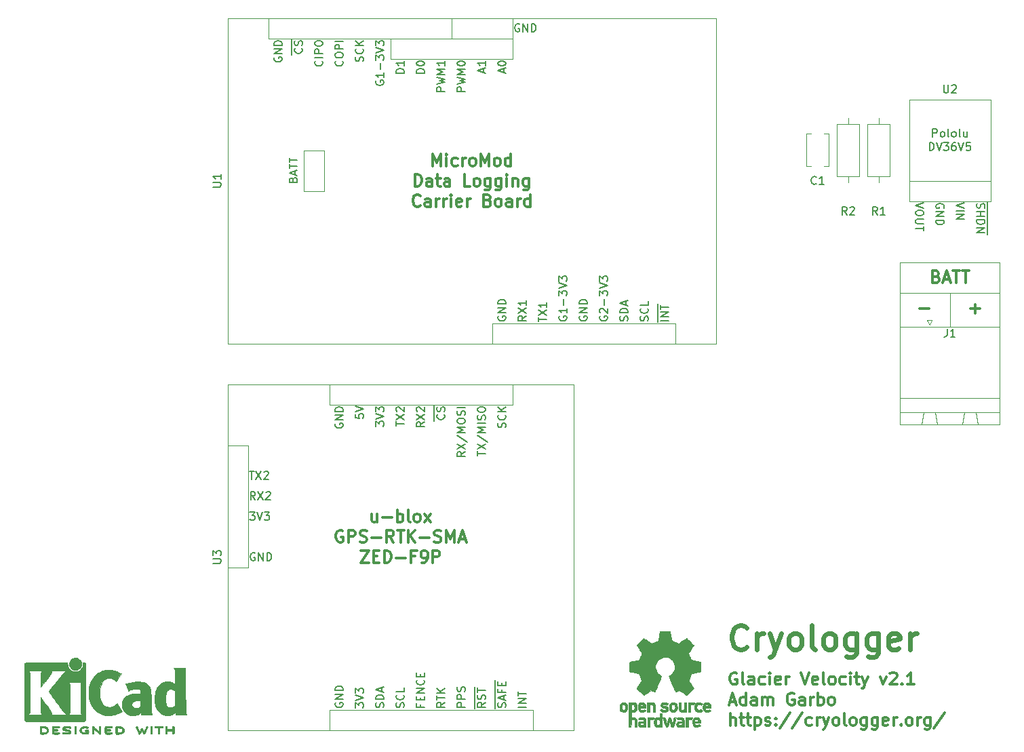
<source format=gto>
G04 #@! TF.GenerationSoftware,KiCad,Pcbnew,(5.1.9-0-10_14)*
G04 #@! TF.CreationDate,2021-05-11T11:11:06-04:00*
G04 #@! TF.ProjectId,Cryologger GVMS,4372796f-6c6f-4676-9765-722047564d53,v2.0*
G04 #@! TF.SameCoordinates,Original*
G04 #@! TF.FileFunction,Legend,Top*
G04 #@! TF.FilePolarity,Positive*
%FSLAX46Y46*%
G04 Gerber Fmt 4.6, Leading zero omitted, Abs format (unit mm)*
G04 Created by KiCad (PCBNEW (5.1.9-0-10_14)) date 2021-05-11 11:11:06*
%MOMM*%
%LPD*%
G01*
G04 APERTURE LIST*
%ADD10C,0.120000*%
%ADD11C,0.300000*%
%ADD12C,0.200000*%
%ADD13C,0.599999*%
%ADD14C,0.010000*%
%ADD15C,0.150000*%
%ADD16O,1.600000X1.600000*%
%ADD17C,1.600000*%
%ADD18C,1.778000*%
%ADD19R,1.778000X1.778000*%
%ADD20C,1.879600*%
%ADD21C,0.800000*%
%ADD22C,7.400000*%
%ADD23O,2.080000X3.600000*%
G04 APERTURE END LIST*
D10*
X190660000Y-77470000D02*
X203040000Y-77470000D01*
D11*
X195171428Y-79267857D02*
X195385714Y-79339285D01*
X195457142Y-79410714D01*
X195528571Y-79553571D01*
X195528571Y-79767857D01*
X195457142Y-79910714D01*
X195385714Y-79982142D01*
X195242857Y-80053571D01*
X194671428Y-80053571D01*
X194671428Y-78553571D01*
X195171428Y-78553571D01*
X195314285Y-78625000D01*
X195385714Y-78696428D01*
X195457142Y-78839285D01*
X195457142Y-78982142D01*
X195385714Y-79125000D01*
X195314285Y-79196428D01*
X195171428Y-79267857D01*
X194671428Y-79267857D01*
X196100000Y-79625000D02*
X196814285Y-79625000D01*
X195957142Y-80053571D02*
X196457142Y-78553571D01*
X196957142Y-80053571D01*
X197242857Y-78553571D02*
X198100000Y-78553571D01*
X197671428Y-80053571D02*
X197671428Y-78553571D01*
X198385714Y-78553571D02*
X199242857Y-78553571D01*
X198814285Y-80053571D02*
X198814285Y-78553571D01*
D10*
X196850000Y-81280000D02*
X196850000Y-85520000D01*
X190660000Y-77470000D02*
X190660000Y-85520000D01*
X203040000Y-81280000D02*
X190660000Y-81280000D01*
X203040000Y-85520000D02*
X203040000Y-77470000D01*
D11*
X193103571Y-83292142D02*
X194246428Y-83292142D01*
X199453571Y-83292142D02*
X200596428Y-83292142D01*
X200025000Y-83863571D02*
X200025000Y-82720714D01*
D12*
X194707142Y-61832380D02*
X194707142Y-60832380D01*
X195088095Y-60832380D01*
X195183333Y-60880000D01*
X195230952Y-60927619D01*
X195278571Y-61022857D01*
X195278571Y-61165714D01*
X195230952Y-61260952D01*
X195183333Y-61308571D01*
X195088095Y-61356190D01*
X194707142Y-61356190D01*
X195850000Y-61832380D02*
X195754761Y-61784761D01*
X195707142Y-61737142D01*
X195659523Y-61641904D01*
X195659523Y-61356190D01*
X195707142Y-61260952D01*
X195754761Y-61213333D01*
X195850000Y-61165714D01*
X195992857Y-61165714D01*
X196088095Y-61213333D01*
X196135714Y-61260952D01*
X196183333Y-61356190D01*
X196183333Y-61641904D01*
X196135714Y-61737142D01*
X196088095Y-61784761D01*
X195992857Y-61832380D01*
X195850000Y-61832380D01*
X196754761Y-61832380D02*
X196659523Y-61784761D01*
X196611904Y-61689523D01*
X196611904Y-60832380D01*
X197278571Y-61832380D02*
X197183333Y-61784761D01*
X197135714Y-61737142D01*
X197088095Y-61641904D01*
X197088095Y-61356190D01*
X197135714Y-61260952D01*
X197183333Y-61213333D01*
X197278571Y-61165714D01*
X197421428Y-61165714D01*
X197516666Y-61213333D01*
X197564285Y-61260952D01*
X197611904Y-61356190D01*
X197611904Y-61641904D01*
X197564285Y-61737142D01*
X197516666Y-61784761D01*
X197421428Y-61832380D01*
X197278571Y-61832380D01*
X198183333Y-61832380D02*
X198088095Y-61784761D01*
X198040476Y-61689523D01*
X198040476Y-60832380D01*
X198992857Y-61165714D02*
X198992857Y-61832380D01*
X198564285Y-61165714D02*
X198564285Y-61689523D01*
X198611904Y-61784761D01*
X198707142Y-61832380D01*
X198850000Y-61832380D01*
X198945238Y-61784761D01*
X198992857Y-61737142D01*
X194302380Y-63532380D02*
X194302380Y-62532380D01*
X194540476Y-62532380D01*
X194683333Y-62580000D01*
X194778571Y-62675238D01*
X194826190Y-62770476D01*
X194873809Y-62960952D01*
X194873809Y-63103809D01*
X194826190Y-63294285D01*
X194778571Y-63389523D01*
X194683333Y-63484761D01*
X194540476Y-63532380D01*
X194302380Y-63532380D01*
X195159523Y-62532380D02*
X195492857Y-63532380D01*
X195826190Y-62532380D01*
X196064285Y-62532380D02*
X196683333Y-62532380D01*
X196350000Y-62913333D01*
X196492857Y-62913333D01*
X196588095Y-62960952D01*
X196635714Y-63008571D01*
X196683333Y-63103809D01*
X196683333Y-63341904D01*
X196635714Y-63437142D01*
X196588095Y-63484761D01*
X196492857Y-63532380D01*
X196207142Y-63532380D01*
X196111904Y-63484761D01*
X196064285Y-63437142D01*
X197540476Y-62532380D02*
X197350000Y-62532380D01*
X197254761Y-62580000D01*
X197207142Y-62627619D01*
X197111904Y-62770476D01*
X197064285Y-62960952D01*
X197064285Y-63341904D01*
X197111904Y-63437142D01*
X197159523Y-63484761D01*
X197254761Y-63532380D01*
X197445238Y-63532380D01*
X197540476Y-63484761D01*
X197588095Y-63437142D01*
X197635714Y-63341904D01*
X197635714Y-63103809D01*
X197588095Y-63008571D01*
X197540476Y-62960952D01*
X197445238Y-62913333D01*
X197254761Y-62913333D01*
X197159523Y-62960952D01*
X197111904Y-63008571D01*
X197064285Y-63103809D01*
X197921428Y-62532380D02*
X198254761Y-63532380D01*
X198588095Y-62532380D01*
X199397619Y-62532380D02*
X198921428Y-62532380D01*
X198873809Y-63008571D01*
X198921428Y-62960952D01*
X199016666Y-62913333D01*
X199254761Y-62913333D01*
X199350000Y-62960952D01*
X199397619Y-63008571D01*
X199445238Y-63103809D01*
X199445238Y-63341904D01*
X199397619Y-63437142D01*
X199350000Y-63484761D01*
X199254761Y-63532380D01*
X199016666Y-63532380D01*
X198921428Y-63484761D01*
X198873809Y-63437142D01*
D11*
X170247857Y-128780000D02*
X170105000Y-128708571D01*
X169890714Y-128708571D01*
X169676428Y-128780000D01*
X169533571Y-128922857D01*
X169462142Y-129065714D01*
X169390714Y-129351428D01*
X169390714Y-129565714D01*
X169462142Y-129851428D01*
X169533571Y-129994285D01*
X169676428Y-130137142D01*
X169890714Y-130208571D01*
X170033571Y-130208571D01*
X170247857Y-130137142D01*
X170319285Y-130065714D01*
X170319285Y-129565714D01*
X170033571Y-129565714D01*
X171176428Y-130208571D02*
X171033571Y-130137142D01*
X170962142Y-129994285D01*
X170962142Y-128708571D01*
X172390714Y-130208571D02*
X172390714Y-129422857D01*
X172319285Y-129280000D01*
X172176428Y-129208571D01*
X171890714Y-129208571D01*
X171747857Y-129280000D01*
X172390714Y-130137142D02*
X172247857Y-130208571D01*
X171890714Y-130208571D01*
X171747857Y-130137142D01*
X171676428Y-129994285D01*
X171676428Y-129851428D01*
X171747857Y-129708571D01*
X171890714Y-129637142D01*
X172247857Y-129637142D01*
X172390714Y-129565714D01*
X173747857Y-130137142D02*
X173605000Y-130208571D01*
X173319285Y-130208571D01*
X173176428Y-130137142D01*
X173105000Y-130065714D01*
X173033571Y-129922857D01*
X173033571Y-129494285D01*
X173105000Y-129351428D01*
X173176428Y-129280000D01*
X173319285Y-129208571D01*
X173605000Y-129208571D01*
X173747857Y-129280000D01*
X174390714Y-130208571D02*
X174390714Y-129208571D01*
X174390714Y-128708571D02*
X174319285Y-128780000D01*
X174390714Y-128851428D01*
X174462142Y-128780000D01*
X174390714Y-128708571D01*
X174390714Y-128851428D01*
X175676428Y-130137142D02*
X175533571Y-130208571D01*
X175247857Y-130208571D01*
X175105000Y-130137142D01*
X175033571Y-129994285D01*
X175033571Y-129422857D01*
X175105000Y-129280000D01*
X175247857Y-129208571D01*
X175533571Y-129208571D01*
X175676428Y-129280000D01*
X175747857Y-129422857D01*
X175747857Y-129565714D01*
X175033571Y-129708571D01*
X176390714Y-130208571D02*
X176390714Y-129208571D01*
X176390714Y-129494285D02*
X176462142Y-129351428D01*
X176533571Y-129280000D01*
X176676428Y-129208571D01*
X176819285Y-129208571D01*
X178247857Y-128708571D02*
X178747857Y-130208571D01*
X179247857Y-128708571D01*
X180319285Y-130137142D02*
X180176428Y-130208571D01*
X179890714Y-130208571D01*
X179747857Y-130137142D01*
X179676428Y-129994285D01*
X179676428Y-129422857D01*
X179747857Y-129280000D01*
X179890714Y-129208571D01*
X180176428Y-129208571D01*
X180319285Y-129280000D01*
X180390714Y-129422857D01*
X180390714Y-129565714D01*
X179676428Y-129708571D01*
X181247857Y-130208571D02*
X181105000Y-130137142D01*
X181033571Y-129994285D01*
X181033571Y-128708571D01*
X182033571Y-130208571D02*
X181890714Y-130137142D01*
X181819285Y-130065714D01*
X181747857Y-129922857D01*
X181747857Y-129494285D01*
X181819285Y-129351428D01*
X181890714Y-129280000D01*
X182033571Y-129208571D01*
X182247857Y-129208571D01*
X182390714Y-129280000D01*
X182462142Y-129351428D01*
X182533571Y-129494285D01*
X182533571Y-129922857D01*
X182462142Y-130065714D01*
X182390714Y-130137142D01*
X182247857Y-130208571D01*
X182033571Y-130208571D01*
X183819285Y-130137142D02*
X183676428Y-130208571D01*
X183390714Y-130208571D01*
X183247857Y-130137142D01*
X183176428Y-130065714D01*
X183105000Y-129922857D01*
X183105000Y-129494285D01*
X183176428Y-129351428D01*
X183247857Y-129280000D01*
X183390714Y-129208571D01*
X183676428Y-129208571D01*
X183819285Y-129280000D01*
X184462142Y-130208571D02*
X184462142Y-129208571D01*
X184462142Y-128708571D02*
X184390714Y-128780000D01*
X184462142Y-128851428D01*
X184533571Y-128780000D01*
X184462142Y-128708571D01*
X184462142Y-128851428D01*
X184962142Y-129208571D02*
X185533571Y-129208571D01*
X185176428Y-128708571D02*
X185176428Y-129994285D01*
X185247857Y-130137142D01*
X185390714Y-130208571D01*
X185533571Y-130208571D01*
X185890714Y-129208571D02*
X186247857Y-130208571D01*
X186605000Y-129208571D02*
X186247857Y-130208571D01*
X186105000Y-130565714D01*
X186033571Y-130637142D01*
X185890714Y-130708571D01*
X188176428Y-129208571D02*
X188533571Y-130208571D01*
X188890714Y-129208571D01*
X189390714Y-128851428D02*
X189462142Y-128780000D01*
X189605000Y-128708571D01*
X189962142Y-128708571D01*
X190105000Y-128780000D01*
X190176428Y-128851428D01*
X190247857Y-128994285D01*
X190247857Y-129137142D01*
X190176428Y-129351428D01*
X189319285Y-130208571D01*
X190247857Y-130208571D01*
X190890714Y-130065714D02*
X190962142Y-130137142D01*
X190890714Y-130208571D01*
X190819285Y-130137142D01*
X190890714Y-130065714D01*
X190890714Y-130208571D01*
X192390714Y-130208571D02*
X191533571Y-130208571D01*
X191962142Y-130208571D02*
X191962142Y-128708571D01*
X191819285Y-128922857D01*
X191676428Y-129065714D01*
X191533571Y-129137142D01*
X169390714Y-132330000D02*
X170105000Y-132330000D01*
X169247857Y-132758571D02*
X169747857Y-131258571D01*
X170247857Y-132758571D01*
X171390714Y-132758571D02*
X171390714Y-131258571D01*
X171390714Y-132687142D02*
X171247857Y-132758571D01*
X170962142Y-132758571D01*
X170819285Y-132687142D01*
X170747857Y-132615714D01*
X170676428Y-132472857D01*
X170676428Y-132044285D01*
X170747857Y-131901428D01*
X170819285Y-131830000D01*
X170962142Y-131758571D01*
X171247857Y-131758571D01*
X171390714Y-131830000D01*
X172747857Y-132758571D02*
X172747857Y-131972857D01*
X172676428Y-131830000D01*
X172533571Y-131758571D01*
X172247857Y-131758571D01*
X172105000Y-131830000D01*
X172747857Y-132687142D02*
X172605000Y-132758571D01*
X172247857Y-132758571D01*
X172105000Y-132687142D01*
X172033571Y-132544285D01*
X172033571Y-132401428D01*
X172105000Y-132258571D01*
X172247857Y-132187142D01*
X172605000Y-132187142D01*
X172747857Y-132115714D01*
X173462142Y-132758571D02*
X173462142Y-131758571D01*
X173462142Y-131901428D02*
X173533571Y-131830000D01*
X173676428Y-131758571D01*
X173890714Y-131758571D01*
X174033571Y-131830000D01*
X174105000Y-131972857D01*
X174105000Y-132758571D01*
X174105000Y-131972857D02*
X174176428Y-131830000D01*
X174319285Y-131758571D01*
X174533571Y-131758571D01*
X174676428Y-131830000D01*
X174747857Y-131972857D01*
X174747857Y-132758571D01*
X177390714Y-131330000D02*
X177247857Y-131258571D01*
X177033571Y-131258571D01*
X176819285Y-131330000D01*
X176676428Y-131472857D01*
X176605000Y-131615714D01*
X176533571Y-131901428D01*
X176533571Y-132115714D01*
X176605000Y-132401428D01*
X176676428Y-132544285D01*
X176819285Y-132687142D01*
X177033571Y-132758571D01*
X177176428Y-132758571D01*
X177390714Y-132687142D01*
X177462142Y-132615714D01*
X177462142Y-132115714D01*
X177176428Y-132115714D01*
X178747857Y-132758571D02*
X178747857Y-131972857D01*
X178676428Y-131830000D01*
X178533571Y-131758571D01*
X178247857Y-131758571D01*
X178105000Y-131830000D01*
X178747857Y-132687142D02*
X178605000Y-132758571D01*
X178247857Y-132758571D01*
X178105000Y-132687142D01*
X178033571Y-132544285D01*
X178033571Y-132401428D01*
X178105000Y-132258571D01*
X178247857Y-132187142D01*
X178605000Y-132187142D01*
X178747857Y-132115714D01*
X179462142Y-132758571D02*
X179462142Y-131758571D01*
X179462142Y-132044285D02*
X179533571Y-131901428D01*
X179605000Y-131830000D01*
X179747857Y-131758571D01*
X179890714Y-131758571D01*
X180390714Y-132758571D02*
X180390714Y-131258571D01*
X180390714Y-131830000D02*
X180533571Y-131758571D01*
X180819285Y-131758571D01*
X180962142Y-131830000D01*
X181033571Y-131901428D01*
X181105000Y-132044285D01*
X181105000Y-132472857D01*
X181033571Y-132615714D01*
X180962142Y-132687142D01*
X180819285Y-132758571D01*
X180533571Y-132758571D01*
X180390714Y-132687142D01*
X181962142Y-132758571D02*
X181819285Y-132687142D01*
X181747857Y-132615714D01*
X181676428Y-132472857D01*
X181676428Y-132044285D01*
X181747857Y-131901428D01*
X181819285Y-131830000D01*
X181962142Y-131758571D01*
X182176428Y-131758571D01*
X182319285Y-131830000D01*
X182390714Y-131901428D01*
X182462142Y-132044285D01*
X182462142Y-132472857D01*
X182390714Y-132615714D01*
X182319285Y-132687142D01*
X182176428Y-132758571D01*
X181962142Y-132758571D01*
X169462142Y-135308571D02*
X169462142Y-133808571D01*
X170105000Y-135308571D02*
X170105000Y-134522857D01*
X170033571Y-134380000D01*
X169890714Y-134308571D01*
X169676428Y-134308571D01*
X169533571Y-134380000D01*
X169462142Y-134451428D01*
X170605000Y-134308571D02*
X171176428Y-134308571D01*
X170819285Y-133808571D02*
X170819285Y-135094285D01*
X170890714Y-135237142D01*
X171033571Y-135308571D01*
X171176428Y-135308571D01*
X171462142Y-134308571D02*
X172033571Y-134308571D01*
X171676428Y-133808571D02*
X171676428Y-135094285D01*
X171747857Y-135237142D01*
X171890714Y-135308571D01*
X172033571Y-135308571D01*
X172533571Y-134308571D02*
X172533571Y-135808571D01*
X172533571Y-134380000D02*
X172676428Y-134308571D01*
X172962142Y-134308571D01*
X173105000Y-134380000D01*
X173176428Y-134451428D01*
X173247857Y-134594285D01*
X173247857Y-135022857D01*
X173176428Y-135165714D01*
X173105000Y-135237142D01*
X172962142Y-135308571D01*
X172676428Y-135308571D01*
X172533571Y-135237142D01*
X173819285Y-135237142D02*
X173962142Y-135308571D01*
X174247857Y-135308571D01*
X174390714Y-135237142D01*
X174462142Y-135094285D01*
X174462142Y-135022857D01*
X174390714Y-134880000D01*
X174247857Y-134808571D01*
X174033571Y-134808571D01*
X173890714Y-134737142D01*
X173819285Y-134594285D01*
X173819285Y-134522857D01*
X173890714Y-134380000D01*
X174033571Y-134308571D01*
X174247857Y-134308571D01*
X174390714Y-134380000D01*
X175105000Y-135165714D02*
X175176428Y-135237142D01*
X175105000Y-135308571D01*
X175033571Y-135237142D01*
X175105000Y-135165714D01*
X175105000Y-135308571D01*
X175105000Y-134380000D02*
X175176428Y-134451428D01*
X175105000Y-134522857D01*
X175033571Y-134451428D01*
X175105000Y-134380000D01*
X175105000Y-134522857D01*
X176890714Y-133737142D02*
X175605000Y-135665714D01*
X178462142Y-133737142D02*
X177176428Y-135665714D01*
X179605000Y-135237142D02*
X179462142Y-135308571D01*
X179176428Y-135308571D01*
X179033571Y-135237142D01*
X178962142Y-135165714D01*
X178890714Y-135022857D01*
X178890714Y-134594285D01*
X178962142Y-134451428D01*
X179033571Y-134380000D01*
X179176428Y-134308571D01*
X179462142Y-134308571D01*
X179605000Y-134380000D01*
X180247857Y-135308571D02*
X180247857Y-134308571D01*
X180247857Y-134594285D02*
X180319285Y-134451428D01*
X180390714Y-134380000D01*
X180533571Y-134308571D01*
X180676428Y-134308571D01*
X181033571Y-134308571D02*
X181390714Y-135308571D01*
X181747857Y-134308571D02*
X181390714Y-135308571D01*
X181247857Y-135665714D01*
X181176428Y-135737142D01*
X181033571Y-135808571D01*
X182533571Y-135308571D02*
X182390714Y-135237142D01*
X182319285Y-135165714D01*
X182247857Y-135022857D01*
X182247857Y-134594285D01*
X182319285Y-134451428D01*
X182390714Y-134380000D01*
X182533571Y-134308571D01*
X182747857Y-134308571D01*
X182890714Y-134380000D01*
X182962142Y-134451428D01*
X183033571Y-134594285D01*
X183033571Y-135022857D01*
X182962142Y-135165714D01*
X182890714Y-135237142D01*
X182747857Y-135308571D01*
X182533571Y-135308571D01*
X183890714Y-135308571D02*
X183747857Y-135237142D01*
X183676428Y-135094285D01*
X183676428Y-133808571D01*
X184676428Y-135308571D02*
X184533571Y-135237142D01*
X184462142Y-135165714D01*
X184390714Y-135022857D01*
X184390714Y-134594285D01*
X184462142Y-134451428D01*
X184533571Y-134380000D01*
X184676428Y-134308571D01*
X184890714Y-134308571D01*
X185033571Y-134380000D01*
X185105000Y-134451428D01*
X185176428Y-134594285D01*
X185176428Y-135022857D01*
X185105000Y-135165714D01*
X185033571Y-135237142D01*
X184890714Y-135308571D01*
X184676428Y-135308571D01*
X186462142Y-134308571D02*
X186462142Y-135522857D01*
X186390714Y-135665714D01*
X186319285Y-135737142D01*
X186176428Y-135808571D01*
X185962142Y-135808571D01*
X185819285Y-135737142D01*
X186462142Y-135237142D02*
X186319285Y-135308571D01*
X186033571Y-135308571D01*
X185890714Y-135237142D01*
X185819285Y-135165714D01*
X185747857Y-135022857D01*
X185747857Y-134594285D01*
X185819285Y-134451428D01*
X185890714Y-134380000D01*
X186033571Y-134308571D01*
X186319285Y-134308571D01*
X186462142Y-134380000D01*
X187819285Y-134308571D02*
X187819285Y-135522857D01*
X187747857Y-135665714D01*
X187676428Y-135737142D01*
X187533571Y-135808571D01*
X187319285Y-135808571D01*
X187176428Y-135737142D01*
X187819285Y-135237142D02*
X187676428Y-135308571D01*
X187390714Y-135308571D01*
X187247857Y-135237142D01*
X187176428Y-135165714D01*
X187105000Y-135022857D01*
X187105000Y-134594285D01*
X187176428Y-134451428D01*
X187247857Y-134380000D01*
X187390714Y-134308571D01*
X187676428Y-134308571D01*
X187819285Y-134380000D01*
X189105000Y-135237142D02*
X188962142Y-135308571D01*
X188676428Y-135308571D01*
X188533571Y-135237142D01*
X188462142Y-135094285D01*
X188462142Y-134522857D01*
X188533571Y-134380000D01*
X188676428Y-134308571D01*
X188962142Y-134308571D01*
X189105000Y-134380000D01*
X189176428Y-134522857D01*
X189176428Y-134665714D01*
X188462142Y-134808571D01*
X189819285Y-135308571D02*
X189819285Y-134308571D01*
X189819285Y-134594285D02*
X189890714Y-134451428D01*
X189962142Y-134380000D01*
X190105000Y-134308571D01*
X190247857Y-134308571D01*
X190747857Y-135165714D02*
X190819285Y-135237142D01*
X190747857Y-135308571D01*
X190676428Y-135237142D01*
X190747857Y-135165714D01*
X190747857Y-135308571D01*
X191676428Y-135308571D02*
X191533571Y-135237142D01*
X191462142Y-135165714D01*
X191390714Y-135022857D01*
X191390714Y-134594285D01*
X191462142Y-134451428D01*
X191533571Y-134380000D01*
X191676428Y-134308571D01*
X191890714Y-134308571D01*
X192033571Y-134380000D01*
X192105000Y-134451428D01*
X192176428Y-134594285D01*
X192176428Y-135022857D01*
X192105000Y-135165714D01*
X192033571Y-135237142D01*
X191890714Y-135308571D01*
X191676428Y-135308571D01*
X192819285Y-135308571D02*
X192819285Y-134308571D01*
X192819285Y-134594285D02*
X192890714Y-134451428D01*
X192962142Y-134380000D01*
X193105000Y-134308571D01*
X193247857Y-134308571D01*
X194390714Y-134308571D02*
X194390714Y-135522857D01*
X194319285Y-135665714D01*
X194247857Y-135737142D01*
X194105000Y-135808571D01*
X193890714Y-135808571D01*
X193747857Y-135737142D01*
X194390714Y-135237142D02*
X194247857Y-135308571D01*
X193962142Y-135308571D01*
X193819285Y-135237142D01*
X193747857Y-135165714D01*
X193676428Y-135022857D01*
X193676428Y-134594285D01*
X193747857Y-134451428D01*
X193819285Y-134380000D01*
X193962142Y-134308571D01*
X194247857Y-134308571D01*
X194390714Y-134380000D01*
X196176428Y-133737142D02*
X194890714Y-135665714D01*
D13*
X171474565Y-125531426D02*
X171331709Y-125674283D01*
X170903138Y-125817140D01*
X170617424Y-125817140D01*
X170188854Y-125674283D01*
X169903140Y-125388569D01*
X169760283Y-125102855D01*
X169617426Y-124531428D01*
X169617426Y-124102857D01*
X169760283Y-123531430D01*
X169903140Y-123245716D01*
X170188854Y-122960003D01*
X170617424Y-122817146D01*
X170903138Y-122817146D01*
X171331709Y-122960003D01*
X171474565Y-123102859D01*
X172760277Y-125817140D02*
X172760277Y-123817144D01*
X172760277Y-124388571D02*
X172903134Y-124102857D01*
X173045991Y-123960001D01*
X173331705Y-123817144D01*
X173617418Y-123817144D01*
X174331703Y-123817144D02*
X175045987Y-125817140D01*
X175760271Y-123817144D02*
X175045987Y-125817140D01*
X174760273Y-126531424D01*
X174617416Y-126674281D01*
X174331703Y-126817138D01*
X177331697Y-125817140D02*
X177045983Y-125674283D01*
X176903126Y-125531426D01*
X176760269Y-125245712D01*
X176760269Y-124388571D01*
X176903126Y-124102857D01*
X177045983Y-123960001D01*
X177331697Y-123817144D01*
X177760267Y-123817144D01*
X178045981Y-123960001D01*
X178188838Y-124102857D01*
X178331695Y-124388571D01*
X178331695Y-125245712D01*
X178188838Y-125531426D01*
X178045981Y-125674283D01*
X177760267Y-125817140D01*
X177331697Y-125817140D01*
X180045977Y-125817140D02*
X179760263Y-125674283D01*
X179617406Y-125388569D01*
X179617406Y-122817146D01*
X181617402Y-125817140D02*
X181331689Y-125674283D01*
X181188832Y-125531426D01*
X181045975Y-125245712D01*
X181045975Y-124388571D01*
X181188832Y-124102857D01*
X181331689Y-123960001D01*
X181617402Y-123817144D01*
X182045973Y-123817144D01*
X182331687Y-123960001D01*
X182474543Y-124102857D01*
X182617400Y-124388571D01*
X182617400Y-125245712D01*
X182474543Y-125531426D01*
X182331687Y-125674283D01*
X182045973Y-125817140D01*
X181617402Y-125817140D01*
X185188824Y-123817144D02*
X185188824Y-126245710D01*
X185045967Y-126531424D01*
X184903110Y-126674281D01*
X184617396Y-126817138D01*
X184188826Y-126817138D01*
X183903112Y-126674281D01*
X185188824Y-125674283D02*
X184903110Y-125817140D01*
X184331683Y-125817140D01*
X184045969Y-125674283D01*
X183903112Y-125531426D01*
X183760255Y-125245712D01*
X183760255Y-124388571D01*
X183903112Y-124102857D01*
X184045969Y-123960001D01*
X184331683Y-123817144D01*
X184903110Y-123817144D01*
X185188824Y-123960001D01*
X187903104Y-123817144D02*
X187903104Y-126245710D01*
X187760247Y-126531424D01*
X187617390Y-126674281D01*
X187331677Y-126817138D01*
X186903106Y-126817138D01*
X186617392Y-126674281D01*
X187903104Y-125674283D02*
X187617390Y-125817140D01*
X187045963Y-125817140D01*
X186760249Y-125674283D01*
X186617392Y-125531426D01*
X186474535Y-125245712D01*
X186474535Y-124388571D01*
X186617392Y-124102857D01*
X186760249Y-123960001D01*
X187045963Y-123817144D01*
X187617390Y-123817144D01*
X187903104Y-123960001D01*
X190474527Y-125674283D02*
X190188814Y-125817140D01*
X189617386Y-125817140D01*
X189331673Y-125674283D01*
X189188816Y-125388569D01*
X189188816Y-124245714D01*
X189331673Y-123960001D01*
X189617386Y-123817144D01*
X190188814Y-123817144D01*
X190474527Y-123960001D01*
X190617384Y-124245714D01*
X190617384Y-124531428D01*
X189188816Y-124817142D01*
X191903096Y-125817140D02*
X191903096Y-123817144D01*
X191903096Y-124388571D02*
X192045953Y-124102857D01*
X192188810Y-123960001D01*
X192474523Y-123817144D01*
X192760237Y-123817144D01*
D10*
X184150000Y-67540000D02*
X184150000Y-66770000D01*
X184150000Y-59460000D02*
X184150000Y-60230000D01*
X185520000Y-66770000D02*
X185520000Y-60230000D01*
X182780000Y-66770000D02*
X185520000Y-66770000D01*
X182780000Y-60230000D02*
X182780000Y-66770000D01*
X185520000Y-60230000D02*
X182780000Y-60230000D01*
D14*
G36*
X162036535Y-124173172D02*
G01*
X162149117Y-124770363D01*
X162564531Y-124941610D01*
X162979944Y-125112857D01*
X163478302Y-124773978D01*
X163617868Y-124679622D01*
X163744028Y-124595375D01*
X163850895Y-124525083D01*
X163932582Y-124472592D01*
X163983201Y-124441749D01*
X163996986Y-124435098D01*
X164021820Y-124452203D01*
X164074888Y-124499489D01*
X164150240Y-124570917D01*
X164241929Y-124660445D01*
X164344007Y-124762034D01*
X164450526Y-124869643D01*
X164555536Y-124977232D01*
X164653091Y-125078760D01*
X164737242Y-125168186D01*
X164802040Y-125239471D01*
X164841538Y-125286573D01*
X164850980Y-125302337D01*
X164837391Y-125331398D01*
X164799293Y-125395066D01*
X164740694Y-125487112D01*
X164665597Y-125601309D01*
X164578009Y-125731429D01*
X164527254Y-125805646D01*
X164434745Y-125941167D01*
X164352540Y-126063461D01*
X164284630Y-126166440D01*
X164235000Y-126244018D01*
X164207640Y-126290106D01*
X164203529Y-126299792D01*
X164212849Y-126327319D01*
X164238254Y-126391473D01*
X164275911Y-126483235D01*
X164321986Y-126593584D01*
X164372646Y-126713500D01*
X164424059Y-126833964D01*
X164472389Y-126945954D01*
X164513806Y-127040452D01*
X164544474Y-127108437D01*
X164560562Y-127140888D01*
X164561511Y-127142165D01*
X164586772Y-127148362D01*
X164654046Y-127162185D01*
X164756360Y-127182277D01*
X164886741Y-127207279D01*
X165038216Y-127235831D01*
X165126594Y-127252296D01*
X165288452Y-127283114D01*
X165434649Y-127312439D01*
X165557787Y-127338666D01*
X165650469Y-127360191D01*
X165705301Y-127375410D01*
X165716323Y-127380238D01*
X165727119Y-127412919D01*
X165735829Y-127486730D01*
X165742460Y-127593037D01*
X165747018Y-127723212D01*
X165749509Y-127868621D01*
X165749938Y-128020635D01*
X165748311Y-128170622D01*
X165744635Y-128309951D01*
X165738915Y-128429990D01*
X165731158Y-128522110D01*
X165721368Y-128577677D01*
X165715496Y-128589245D01*
X165680399Y-128603110D01*
X165606028Y-128622933D01*
X165502223Y-128646384D01*
X165378819Y-128671136D01*
X165335741Y-128679143D01*
X165128047Y-128717186D01*
X164963984Y-128747824D01*
X164838130Y-128772274D01*
X164745065Y-128791754D01*
X164679367Y-128807481D01*
X164635617Y-128820673D01*
X164608392Y-128832549D01*
X164592272Y-128844325D01*
X164590017Y-128846653D01*
X164567503Y-128884145D01*
X164533158Y-128957110D01*
X164490411Y-129056612D01*
X164442692Y-129173718D01*
X164393430Y-129299493D01*
X164346055Y-129425002D01*
X164303995Y-129541310D01*
X164270680Y-129639484D01*
X164249541Y-129710588D01*
X164244005Y-129745687D01*
X164244466Y-129746917D01*
X164263223Y-129775606D01*
X164305776Y-129838730D01*
X164367653Y-129929718D01*
X164444382Y-130042000D01*
X164531491Y-130169005D01*
X164556299Y-130205098D01*
X164644753Y-130335948D01*
X164722588Y-130455336D01*
X164785566Y-130556407D01*
X164829445Y-130632304D01*
X164849985Y-130676172D01*
X164850980Y-130681562D01*
X164833722Y-130709889D01*
X164786036Y-130766006D01*
X164714050Y-130843882D01*
X164623897Y-130937485D01*
X164521705Y-131040786D01*
X164413606Y-131147751D01*
X164305728Y-131252351D01*
X164204204Y-131348554D01*
X164115162Y-131430329D01*
X164044733Y-131491645D01*
X163999047Y-131526471D01*
X163986409Y-131532157D01*
X163956991Y-131518765D01*
X163896761Y-131482644D01*
X163815530Y-131429881D01*
X163753030Y-131387412D01*
X163639785Y-131309485D01*
X163505674Y-131217729D01*
X163371155Y-131126120D01*
X163298833Y-131077091D01*
X163054038Y-130911515D01*
X162848551Y-131022620D01*
X162754936Y-131071293D01*
X162675330Y-131109126D01*
X162621467Y-131130703D01*
X162607757Y-131133706D01*
X162591270Y-131111538D01*
X162558745Y-131048894D01*
X162512609Y-130951554D01*
X162455290Y-130825294D01*
X162389216Y-130675895D01*
X162316815Y-130509133D01*
X162240516Y-130330787D01*
X162162746Y-130146636D01*
X162085934Y-129962457D01*
X162012506Y-129784030D01*
X161944892Y-129617132D01*
X161885520Y-129467542D01*
X161836816Y-129341038D01*
X161801210Y-129243399D01*
X161781130Y-129180402D01*
X161777900Y-129158766D01*
X161803496Y-129131169D01*
X161859539Y-129086370D01*
X161934311Y-129033679D01*
X161940587Y-129029510D01*
X162133845Y-128874814D01*
X162289674Y-128694336D01*
X162406724Y-128493847D01*
X162483645Y-128279119D01*
X162519086Y-128055922D01*
X162511697Y-127830026D01*
X162460127Y-127607204D01*
X162363026Y-127393224D01*
X162334458Y-127346409D01*
X162185868Y-127157363D01*
X162010327Y-127005557D01*
X161813910Y-126891779D01*
X161602693Y-126816820D01*
X161382753Y-126781467D01*
X161160163Y-126786512D01*
X160941001Y-126832744D01*
X160731342Y-126920951D01*
X160537261Y-127051924D01*
X160477226Y-127105082D01*
X160324435Y-127271484D01*
X160213097Y-127446657D01*
X160136723Y-127643011D01*
X160094187Y-127837462D01*
X160083686Y-128056087D01*
X160118701Y-128275797D01*
X160195673Y-128489165D01*
X160311047Y-128688767D01*
X160461266Y-128867174D01*
X160642773Y-129016962D01*
X160666627Y-129032751D01*
X160742201Y-129084457D01*
X160799651Y-129129257D01*
X160827117Y-129157862D01*
X160827517Y-129158766D01*
X160821620Y-129189709D01*
X160798245Y-129259936D01*
X160759821Y-129363670D01*
X160708777Y-129495135D01*
X160647542Y-129648552D01*
X160578544Y-129818146D01*
X160504214Y-129998138D01*
X160426978Y-130182753D01*
X160349268Y-130366213D01*
X160273511Y-130542741D01*
X160202137Y-130706559D01*
X160137574Y-130851892D01*
X160082252Y-130972962D01*
X160038600Y-131063992D01*
X160009046Y-131119205D01*
X159997144Y-131133706D01*
X159960777Y-131122414D01*
X159892730Y-131092130D01*
X159804737Y-131048265D01*
X159756351Y-131022620D01*
X159550863Y-130911515D01*
X159306068Y-131077091D01*
X159181106Y-131161915D01*
X159044295Y-131255261D01*
X158916089Y-131343153D01*
X158851871Y-131387412D01*
X158761551Y-131448063D01*
X158685071Y-131496126D01*
X158632407Y-131525515D01*
X158615302Y-131531727D01*
X158590405Y-131514968D01*
X158535305Y-131468181D01*
X158455343Y-131396225D01*
X158355861Y-131303957D01*
X158242200Y-131196235D01*
X158170315Y-131127071D01*
X158044551Y-131003502D01*
X157935863Y-130892979D01*
X157848645Y-130800230D01*
X157787289Y-130729982D01*
X157756191Y-130686965D01*
X157753208Y-130678235D01*
X157767053Y-130645029D01*
X157805312Y-130577887D01*
X157863742Y-130483608D01*
X157938097Y-130368990D01*
X158024135Y-130240828D01*
X158048603Y-130205098D01*
X158137755Y-130075234D01*
X158217738Y-129958314D01*
X158284080Y-129860907D01*
X158332311Y-129789584D01*
X158357957Y-129750915D01*
X158360435Y-129746917D01*
X158356729Y-129716100D01*
X158337061Y-129648344D01*
X158304860Y-129552584D01*
X158263555Y-129437754D01*
X158216575Y-129312789D01*
X158167349Y-129186624D01*
X158119308Y-129068193D01*
X158075881Y-128966430D01*
X158040496Y-128890271D01*
X158016584Y-128848649D01*
X158014884Y-128846653D01*
X158000262Y-128834758D01*
X157975565Y-128822995D01*
X157935372Y-128810146D01*
X157874263Y-128794994D01*
X157786817Y-128776321D01*
X157667612Y-128752910D01*
X157511227Y-128723542D01*
X157312243Y-128687000D01*
X157269160Y-128679143D01*
X157141471Y-128654472D01*
X157030153Y-128630338D01*
X156945045Y-128609069D01*
X156895983Y-128592993D01*
X156889405Y-128589245D01*
X156878564Y-128556018D01*
X156869753Y-128481766D01*
X156862976Y-128375121D01*
X156858240Y-128244712D01*
X156855550Y-128099172D01*
X156854913Y-127947131D01*
X156856334Y-127797221D01*
X156859820Y-127658073D01*
X156865376Y-127538317D01*
X156873008Y-127446586D01*
X156882722Y-127391511D01*
X156888578Y-127380238D01*
X156921180Y-127368868D01*
X156995418Y-127350369D01*
X157103896Y-127326347D01*
X157239217Y-127298407D01*
X157393985Y-127268153D01*
X157478308Y-127252296D01*
X157638296Y-127222389D01*
X157780967Y-127195295D01*
X157899348Y-127172376D01*
X157986465Y-127154988D01*
X158035345Y-127144492D01*
X158043390Y-127142165D01*
X158056987Y-127115931D01*
X158085729Y-127052740D01*
X158125785Y-126961622D01*
X158173324Y-126851602D01*
X158224515Y-126731710D01*
X158275526Y-126610972D01*
X158322526Y-126498416D01*
X158361684Y-126403071D01*
X158389169Y-126333962D01*
X158401149Y-126300119D01*
X158401372Y-126298640D01*
X158387791Y-126271942D01*
X158349715Y-126210505D01*
X158291147Y-126120434D01*
X158216088Y-126007835D01*
X158128540Y-125878815D01*
X158077647Y-125804706D01*
X157984909Y-125668822D01*
X157902541Y-125545454D01*
X157834561Y-125440842D01*
X157784988Y-125361228D01*
X157757842Y-125312852D01*
X157753921Y-125302007D01*
X157770775Y-125276765D01*
X157817368Y-125222869D01*
X157887749Y-125146358D01*
X157975965Y-125053268D01*
X158076065Y-124949640D01*
X158182098Y-124841509D01*
X158288111Y-124734915D01*
X158388152Y-124635895D01*
X158476270Y-124550487D01*
X158546513Y-124484730D01*
X158592928Y-124444661D01*
X158608456Y-124435098D01*
X158633739Y-124448545D01*
X158694211Y-124486320D01*
X158783992Y-124544580D01*
X158897203Y-124619479D01*
X159027964Y-124707170D01*
X159126600Y-124773978D01*
X159624957Y-125112857D01*
X160040371Y-124941610D01*
X160455784Y-124770363D01*
X160568366Y-124173172D01*
X160680949Y-123575980D01*
X161923952Y-123575980D01*
X162036535Y-124173172D01*
G37*
X162036535Y-124173172D02*
X162149117Y-124770363D01*
X162564531Y-124941610D01*
X162979944Y-125112857D01*
X163478302Y-124773978D01*
X163617868Y-124679622D01*
X163744028Y-124595375D01*
X163850895Y-124525083D01*
X163932582Y-124472592D01*
X163983201Y-124441749D01*
X163996986Y-124435098D01*
X164021820Y-124452203D01*
X164074888Y-124499489D01*
X164150240Y-124570917D01*
X164241929Y-124660445D01*
X164344007Y-124762034D01*
X164450526Y-124869643D01*
X164555536Y-124977232D01*
X164653091Y-125078760D01*
X164737242Y-125168186D01*
X164802040Y-125239471D01*
X164841538Y-125286573D01*
X164850980Y-125302337D01*
X164837391Y-125331398D01*
X164799293Y-125395066D01*
X164740694Y-125487112D01*
X164665597Y-125601309D01*
X164578009Y-125731429D01*
X164527254Y-125805646D01*
X164434745Y-125941167D01*
X164352540Y-126063461D01*
X164284630Y-126166440D01*
X164235000Y-126244018D01*
X164207640Y-126290106D01*
X164203529Y-126299792D01*
X164212849Y-126327319D01*
X164238254Y-126391473D01*
X164275911Y-126483235D01*
X164321986Y-126593584D01*
X164372646Y-126713500D01*
X164424059Y-126833964D01*
X164472389Y-126945954D01*
X164513806Y-127040452D01*
X164544474Y-127108437D01*
X164560562Y-127140888D01*
X164561511Y-127142165D01*
X164586772Y-127148362D01*
X164654046Y-127162185D01*
X164756360Y-127182277D01*
X164886741Y-127207279D01*
X165038216Y-127235831D01*
X165126594Y-127252296D01*
X165288452Y-127283114D01*
X165434649Y-127312439D01*
X165557787Y-127338666D01*
X165650469Y-127360191D01*
X165705301Y-127375410D01*
X165716323Y-127380238D01*
X165727119Y-127412919D01*
X165735829Y-127486730D01*
X165742460Y-127593037D01*
X165747018Y-127723212D01*
X165749509Y-127868621D01*
X165749938Y-128020635D01*
X165748311Y-128170622D01*
X165744635Y-128309951D01*
X165738915Y-128429990D01*
X165731158Y-128522110D01*
X165721368Y-128577677D01*
X165715496Y-128589245D01*
X165680399Y-128603110D01*
X165606028Y-128622933D01*
X165502223Y-128646384D01*
X165378819Y-128671136D01*
X165335741Y-128679143D01*
X165128047Y-128717186D01*
X164963984Y-128747824D01*
X164838130Y-128772274D01*
X164745065Y-128791754D01*
X164679367Y-128807481D01*
X164635617Y-128820673D01*
X164608392Y-128832549D01*
X164592272Y-128844325D01*
X164590017Y-128846653D01*
X164567503Y-128884145D01*
X164533158Y-128957110D01*
X164490411Y-129056612D01*
X164442692Y-129173718D01*
X164393430Y-129299493D01*
X164346055Y-129425002D01*
X164303995Y-129541310D01*
X164270680Y-129639484D01*
X164249541Y-129710588D01*
X164244005Y-129745687D01*
X164244466Y-129746917D01*
X164263223Y-129775606D01*
X164305776Y-129838730D01*
X164367653Y-129929718D01*
X164444382Y-130042000D01*
X164531491Y-130169005D01*
X164556299Y-130205098D01*
X164644753Y-130335948D01*
X164722588Y-130455336D01*
X164785566Y-130556407D01*
X164829445Y-130632304D01*
X164849985Y-130676172D01*
X164850980Y-130681562D01*
X164833722Y-130709889D01*
X164786036Y-130766006D01*
X164714050Y-130843882D01*
X164623897Y-130937485D01*
X164521705Y-131040786D01*
X164413606Y-131147751D01*
X164305728Y-131252351D01*
X164204204Y-131348554D01*
X164115162Y-131430329D01*
X164044733Y-131491645D01*
X163999047Y-131526471D01*
X163986409Y-131532157D01*
X163956991Y-131518765D01*
X163896761Y-131482644D01*
X163815530Y-131429881D01*
X163753030Y-131387412D01*
X163639785Y-131309485D01*
X163505674Y-131217729D01*
X163371155Y-131126120D01*
X163298833Y-131077091D01*
X163054038Y-130911515D01*
X162848551Y-131022620D01*
X162754936Y-131071293D01*
X162675330Y-131109126D01*
X162621467Y-131130703D01*
X162607757Y-131133706D01*
X162591270Y-131111538D01*
X162558745Y-131048894D01*
X162512609Y-130951554D01*
X162455290Y-130825294D01*
X162389216Y-130675895D01*
X162316815Y-130509133D01*
X162240516Y-130330787D01*
X162162746Y-130146636D01*
X162085934Y-129962457D01*
X162012506Y-129784030D01*
X161944892Y-129617132D01*
X161885520Y-129467542D01*
X161836816Y-129341038D01*
X161801210Y-129243399D01*
X161781130Y-129180402D01*
X161777900Y-129158766D01*
X161803496Y-129131169D01*
X161859539Y-129086370D01*
X161934311Y-129033679D01*
X161940587Y-129029510D01*
X162133845Y-128874814D01*
X162289674Y-128694336D01*
X162406724Y-128493847D01*
X162483645Y-128279119D01*
X162519086Y-128055922D01*
X162511697Y-127830026D01*
X162460127Y-127607204D01*
X162363026Y-127393224D01*
X162334458Y-127346409D01*
X162185868Y-127157363D01*
X162010327Y-127005557D01*
X161813910Y-126891779D01*
X161602693Y-126816820D01*
X161382753Y-126781467D01*
X161160163Y-126786512D01*
X160941001Y-126832744D01*
X160731342Y-126920951D01*
X160537261Y-127051924D01*
X160477226Y-127105082D01*
X160324435Y-127271484D01*
X160213097Y-127446657D01*
X160136723Y-127643011D01*
X160094187Y-127837462D01*
X160083686Y-128056087D01*
X160118701Y-128275797D01*
X160195673Y-128489165D01*
X160311047Y-128688767D01*
X160461266Y-128867174D01*
X160642773Y-129016962D01*
X160666627Y-129032751D01*
X160742201Y-129084457D01*
X160799651Y-129129257D01*
X160827117Y-129157862D01*
X160827517Y-129158766D01*
X160821620Y-129189709D01*
X160798245Y-129259936D01*
X160759821Y-129363670D01*
X160708777Y-129495135D01*
X160647542Y-129648552D01*
X160578544Y-129818146D01*
X160504214Y-129998138D01*
X160426978Y-130182753D01*
X160349268Y-130366213D01*
X160273511Y-130542741D01*
X160202137Y-130706559D01*
X160137574Y-130851892D01*
X160082252Y-130972962D01*
X160038600Y-131063992D01*
X160009046Y-131119205D01*
X159997144Y-131133706D01*
X159960777Y-131122414D01*
X159892730Y-131092130D01*
X159804737Y-131048265D01*
X159756351Y-131022620D01*
X159550863Y-130911515D01*
X159306068Y-131077091D01*
X159181106Y-131161915D01*
X159044295Y-131255261D01*
X158916089Y-131343153D01*
X158851871Y-131387412D01*
X158761551Y-131448063D01*
X158685071Y-131496126D01*
X158632407Y-131525515D01*
X158615302Y-131531727D01*
X158590405Y-131514968D01*
X158535305Y-131468181D01*
X158455343Y-131396225D01*
X158355861Y-131303957D01*
X158242200Y-131196235D01*
X158170315Y-131127071D01*
X158044551Y-131003502D01*
X157935863Y-130892979D01*
X157848645Y-130800230D01*
X157787289Y-130729982D01*
X157756191Y-130686965D01*
X157753208Y-130678235D01*
X157767053Y-130645029D01*
X157805312Y-130577887D01*
X157863742Y-130483608D01*
X157938097Y-130368990D01*
X158024135Y-130240828D01*
X158048603Y-130205098D01*
X158137755Y-130075234D01*
X158217738Y-129958314D01*
X158284080Y-129860907D01*
X158332311Y-129789584D01*
X158357957Y-129750915D01*
X158360435Y-129746917D01*
X158356729Y-129716100D01*
X158337061Y-129648344D01*
X158304860Y-129552584D01*
X158263555Y-129437754D01*
X158216575Y-129312789D01*
X158167349Y-129186624D01*
X158119308Y-129068193D01*
X158075881Y-128966430D01*
X158040496Y-128890271D01*
X158016584Y-128848649D01*
X158014884Y-128846653D01*
X158000262Y-128834758D01*
X157975565Y-128822995D01*
X157935372Y-128810146D01*
X157874263Y-128794994D01*
X157786817Y-128776321D01*
X157667612Y-128752910D01*
X157511227Y-128723542D01*
X157312243Y-128687000D01*
X157269160Y-128679143D01*
X157141471Y-128654472D01*
X157030153Y-128630338D01*
X156945045Y-128609069D01*
X156895983Y-128592993D01*
X156889405Y-128589245D01*
X156878564Y-128556018D01*
X156869753Y-128481766D01*
X156862976Y-128375121D01*
X156858240Y-128244712D01*
X156855550Y-128099172D01*
X156854913Y-127947131D01*
X156856334Y-127797221D01*
X156859820Y-127658073D01*
X156865376Y-127538317D01*
X156873008Y-127446586D01*
X156882722Y-127391511D01*
X156888578Y-127380238D01*
X156921180Y-127368868D01*
X156995418Y-127350369D01*
X157103896Y-127326347D01*
X157239217Y-127298407D01*
X157393985Y-127268153D01*
X157478308Y-127252296D01*
X157638296Y-127222389D01*
X157780967Y-127195295D01*
X157899348Y-127172376D01*
X157986465Y-127154988D01*
X158035345Y-127144492D01*
X158043390Y-127142165D01*
X158056987Y-127115931D01*
X158085729Y-127052740D01*
X158125785Y-126961622D01*
X158173324Y-126851602D01*
X158224515Y-126731710D01*
X158275526Y-126610972D01*
X158322526Y-126498416D01*
X158361684Y-126403071D01*
X158389169Y-126333962D01*
X158401149Y-126300119D01*
X158401372Y-126298640D01*
X158387791Y-126271942D01*
X158349715Y-126210505D01*
X158291147Y-126120434D01*
X158216088Y-126007835D01*
X158128540Y-125878815D01*
X158077647Y-125804706D01*
X157984909Y-125668822D01*
X157902541Y-125545454D01*
X157834561Y-125440842D01*
X157784988Y-125361228D01*
X157757842Y-125312852D01*
X157753921Y-125302007D01*
X157770775Y-125276765D01*
X157817368Y-125222869D01*
X157887749Y-125146358D01*
X157975965Y-125053268D01*
X158076065Y-124949640D01*
X158182098Y-124841509D01*
X158288111Y-124734915D01*
X158388152Y-124635895D01*
X158476270Y-124550487D01*
X158546513Y-124484730D01*
X158592928Y-124444661D01*
X158608456Y-124435098D01*
X158633739Y-124448545D01*
X158694211Y-124486320D01*
X158783992Y-124544580D01*
X158897203Y-124619479D01*
X159027964Y-124707170D01*
X159126600Y-124773978D01*
X159624957Y-125112857D01*
X160040371Y-124941610D01*
X160455784Y-124770363D01*
X160568366Y-124173172D01*
X160680949Y-123575980D01*
X161923952Y-123575980D01*
X162036535Y-124173172D01*
G36*
X164853637Y-132427472D02*
G01*
X164939290Y-132453641D01*
X164994437Y-132486707D01*
X165012401Y-132512855D01*
X165007457Y-132543852D01*
X164975372Y-132592547D01*
X164948243Y-132627035D01*
X164892317Y-132689383D01*
X164850299Y-132715615D01*
X164814480Y-132713903D01*
X164708224Y-132686863D01*
X164630189Y-132688091D01*
X164566820Y-132718735D01*
X164545546Y-132736670D01*
X164477451Y-132799779D01*
X164477451Y-133623922D01*
X164203529Y-133623922D01*
X164203529Y-132428628D01*
X164340490Y-132428628D01*
X164422719Y-132431879D01*
X164465144Y-132443426D01*
X164477445Y-132465952D01*
X164477451Y-132466620D01*
X164483260Y-132490215D01*
X164509531Y-132487138D01*
X164545931Y-132470115D01*
X164621111Y-132438439D01*
X164682158Y-132419381D01*
X164760708Y-132414496D01*
X164853637Y-132427472D01*
G37*
X164853637Y-132427472D02*
X164939290Y-132453641D01*
X164994437Y-132486707D01*
X165012401Y-132512855D01*
X165007457Y-132543852D01*
X164975372Y-132592547D01*
X164948243Y-132627035D01*
X164892317Y-132689383D01*
X164850299Y-132715615D01*
X164814480Y-132713903D01*
X164708224Y-132686863D01*
X164630189Y-132688091D01*
X164566820Y-132718735D01*
X164545546Y-132736670D01*
X164477451Y-132799779D01*
X164477451Y-133623922D01*
X164203529Y-133623922D01*
X164203529Y-132428628D01*
X164340490Y-132428628D01*
X164422719Y-132431879D01*
X164465144Y-132443426D01*
X164477445Y-132465952D01*
X164477451Y-132466620D01*
X164483260Y-132490215D01*
X164509531Y-132487138D01*
X164545931Y-132470115D01*
X164621111Y-132438439D01*
X164682158Y-132419381D01*
X164760708Y-132414496D01*
X164853637Y-132427472D01*
G36*
X159796760Y-132449199D02*
G01*
X159858736Y-132478802D01*
X159918759Y-132521561D01*
X159964486Y-132570775D01*
X159997793Y-132633544D01*
X160020555Y-132716971D01*
X160034647Y-132828159D01*
X160041942Y-132974209D01*
X160044318Y-133162223D01*
X160044355Y-133181912D01*
X160044902Y-133623922D01*
X159770980Y-133623922D01*
X159770980Y-133216435D01*
X159770785Y-133065471D01*
X159769436Y-132956056D01*
X159765788Y-132879933D01*
X159758696Y-132828848D01*
X159747013Y-132794545D01*
X159729594Y-132768768D01*
X159705329Y-132743298D01*
X159620435Y-132688571D01*
X159527761Y-132678416D01*
X159439473Y-132713017D01*
X159408770Y-132738770D01*
X159386229Y-132762982D01*
X159370046Y-132788912D01*
X159359168Y-132824708D01*
X159352542Y-132878519D01*
X159349115Y-132958493D01*
X159347834Y-133072779D01*
X159347647Y-133211907D01*
X159347647Y-133623922D01*
X159073725Y-133623922D01*
X159073725Y-132428628D01*
X159210686Y-132428628D01*
X159292916Y-132431879D01*
X159335340Y-132443426D01*
X159347641Y-132465952D01*
X159347647Y-132466620D01*
X159353354Y-132488681D01*
X159378527Y-132486177D01*
X159428578Y-132461937D01*
X159542094Y-132426271D01*
X159671945Y-132422305D01*
X159796760Y-132449199D01*
G37*
X159796760Y-132449199D02*
X159858736Y-132478802D01*
X159918759Y-132521561D01*
X159964486Y-132570775D01*
X159997793Y-132633544D01*
X160020555Y-132716971D01*
X160034647Y-132828159D01*
X160041942Y-132974209D01*
X160044318Y-133162223D01*
X160044355Y-133181912D01*
X160044902Y-133623922D01*
X159770980Y-133623922D01*
X159770980Y-133216435D01*
X159770785Y-133065471D01*
X159769436Y-132956056D01*
X159765788Y-132879933D01*
X159758696Y-132828848D01*
X159747013Y-132794545D01*
X159729594Y-132768768D01*
X159705329Y-132743298D01*
X159620435Y-132688571D01*
X159527761Y-132678416D01*
X159439473Y-132713017D01*
X159408770Y-132738770D01*
X159386229Y-132762982D01*
X159370046Y-132788912D01*
X159359168Y-132824708D01*
X159352542Y-132878519D01*
X159349115Y-132958493D01*
X159347834Y-133072779D01*
X159347647Y-133211907D01*
X159347647Y-133623922D01*
X159073725Y-133623922D01*
X159073725Y-132428628D01*
X159210686Y-132428628D01*
X159292916Y-132431879D01*
X159335340Y-132443426D01*
X159347641Y-132465952D01*
X159347647Y-132466620D01*
X159353354Y-132488681D01*
X159378527Y-132486177D01*
X159428578Y-132461937D01*
X159542094Y-132426271D01*
X159671945Y-132422305D01*
X159796760Y-132449199D01*
G36*
X166593287Y-132424355D02*
G01*
X166657051Y-132439845D01*
X166779300Y-132496569D01*
X166883834Y-132583202D01*
X166956180Y-132687074D01*
X166966119Y-132710396D01*
X166979754Y-132771484D01*
X166989298Y-132861853D01*
X166992549Y-132953190D01*
X166992549Y-133125882D01*
X166631470Y-133125882D01*
X166482546Y-133126445D01*
X166377632Y-133129864D01*
X166310937Y-133138731D01*
X166276666Y-133155641D01*
X166269028Y-133183189D01*
X166282229Y-133223968D01*
X166305877Y-133271683D01*
X166371843Y-133351314D01*
X166463512Y-133390987D01*
X166575555Y-133389695D01*
X166702472Y-133346514D01*
X166812158Y-133293224D01*
X166903173Y-133365191D01*
X166994188Y-133437157D01*
X166908563Y-133516269D01*
X166794250Y-133591017D01*
X166653666Y-133636084D01*
X166502449Y-133648696D01*
X166356236Y-133626079D01*
X166332647Y-133618405D01*
X166204141Y-133551296D01*
X166108551Y-133451247D01*
X166043861Y-133315271D01*
X166008057Y-133140380D01*
X166007640Y-133136632D01*
X166004434Y-132946032D01*
X166017393Y-132878035D01*
X166270392Y-132878035D01*
X166293627Y-132888491D01*
X166356710Y-132896500D01*
X166449706Y-132901073D01*
X166508638Y-132901765D01*
X166618537Y-132901332D01*
X166687252Y-132898578D01*
X166723405Y-132891321D01*
X166735615Y-132877376D01*
X166732504Y-132854562D01*
X166729894Y-132845735D01*
X166685344Y-132762800D01*
X166615279Y-132695960D01*
X166553446Y-132666589D01*
X166471301Y-132668362D01*
X166388062Y-132704990D01*
X166318238Y-132765634D01*
X166276337Y-132839456D01*
X166270392Y-132878035D01*
X166017393Y-132878035D01*
X166036385Y-132778395D01*
X166099773Y-132637711D01*
X166190878Y-132527974D01*
X166305978Y-132453174D01*
X166441355Y-132417304D01*
X166593287Y-132424355D01*
G37*
X166593287Y-132424355D02*
X166657051Y-132439845D01*
X166779300Y-132496569D01*
X166883834Y-132583202D01*
X166956180Y-132687074D01*
X166966119Y-132710396D01*
X166979754Y-132771484D01*
X166989298Y-132861853D01*
X166992549Y-132953190D01*
X166992549Y-133125882D01*
X166631470Y-133125882D01*
X166482546Y-133126445D01*
X166377632Y-133129864D01*
X166310937Y-133138731D01*
X166276666Y-133155641D01*
X166269028Y-133183189D01*
X166282229Y-133223968D01*
X166305877Y-133271683D01*
X166371843Y-133351314D01*
X166463512Y-133390987D01*
X166575555Y-133389695D01*
X166702472Y-133346514D01*
X166812158Y-133293224D01*
X166903173Y-133365191D01*
X166994188Y-133437157D01*
X166908563Y-133516269D01*
X166794250Y-133591017D01*
X166653666Y-133636084D01*
X166502449Y-133648696D01*
X166356236Y-133626079D01*
X166332647Y-133618405D01*
X166204141Y-133551296D01*
X166108551Y-133451247D01*
X166043861Y-133315271D01*
X166008057Y-133140380D01*
X166007640Y-133136632D01*
X166004434Y-132946032D01*
X166017393Y-132878035D01*
X166270392Y-132878035D01*
X166293627Y-132888491D01*
X166356710Y-132896500D01*
X166449706Y-132901073D01*
X166508638Y-132901765D01*
X166618537Y-132901332D01*
X166687252Y-132898578D01*
X166723405Y-132891321D01*
X166735615Y-132877376D01*
X166732504Y-132854562D01*
X166729894Y-132845735D01*
X166685344Y-132762800D01*
X166615279Y-132695960D01*
X166553446Y-132666589D01*
X166471301Y-132668362D01*
X166388062Y-132704990D01*
X166318238Y-132765634D01*
X166276337Y-132839456D01*
X166270392Y-132878035D01*
X166017393Y-132878035D01*
X166036385Y-132778395D01*
X166099773Y-132637711D01*
X166190878Y-132527974D01*
X166305978Y-132453174D01*
X166441355Y-132417304D01*
X166593287Y-132424355D01*
G36*
X165680976Y-132439056D02*
G01*
X165825256Y-132500348D01*
X165870699Y-132530185D01*
X165928779Y-132576036D01*
X165965238Y-132612089D01*
X165971568Y-132623832D01*
X165953693Y-132649889D01*
X165907950Y-132694105D01*
X165871328Y-132724965D01*
X165771088Y-132805520D01*
X165691935Y-132738918D01*
X165630769Y-132695921D01*
X165571129Y-132681079D01*
X165502872Y-132684704D01*
X165394482Y-132711652D01*
X165319872Y-132767587D01*
X165274530Y-132858014D01*
X165253947Y-132988435D01*
X165253942Y-132988517D01*
X165255722Y-133134290D01*
X165283387Y-133241245D01*
X165338571Y-133314064D01*
X165376192Y-133338723D01*
X165476105Y-133369431D01*
X165582822Y-133369449D01*
X165675669Y-133339655D01*
X165697647Y-133325098D01*
X165752765Y-133287914D01*
X165795859Y-133281820D01*
X165842335Y-133309496D01*
X165893716Y-133359205D01*
X165975046Y-133443116D01*
X165884749Y-133517546D01*
X165745236Y-133601549D01*
X165587912Y-133642947D01*
X165423503Y-133639950D01*
X165315531Y-133612500D01*
X165189331Y-133544620D01*
X165088401Y-133437831D01*
X165042548Y-133362451D01*
X165005410Y-133254297D01*
X164986827Y-133117318D01*
X164986684Y-132968864D01*
X165004865Y-132826281D01*
X165041255Y-132706918D01*
X165046987Y-132694680D01*
X165131865Y-132574655D01*
X165246782Y-132487267D01*
X165382659Y-132434329D01*
X165530417Y-132417654D01*
X165680976Y-132439056D01*
G37*
X165680976Y-132439056D02*
X165825256Y-132500348D01*
X165870699Y-132530185D01*
X165928779Y-132576036D01*
X165965238Y-132612089D01*
X165971568Y-132623832D01*
X165953693Y-132649889D01*
X165907950Y-132694105D01*
X165871328Y-132724965D01*
X165771088Y-132805520D01*
X165691935Y-132738918D01*
X165630769Y-132695921D01*
X165571129Y-132681079D01*
X165502872Y-132684704D01*
X165394482Y-132711652D01*
X165319872Y-132767587D01*
X165274530Y-132858014D01*
X165253947Y-132988435D01*
X165253942Y-132988517D01*
X165255722Y-133134290D01*
X165283387Y-133241245D01*
X165338571Y-133314064D01*
X165376192Y-133338723D01*
X165476105Y-133369431D01*
X165582822Y-133369449D01*
X165675669Y-133339655D01*
X165697647Y-133325098D01*
X165752765Y-133287914D01*
X165795859Y-133281820D01*
X165842335Y-133309496D01*
X165893716Y-133359205D01*
X165975046Y-133443116D01*
X165884749Y-133517546D01*
X165745236Y-133601549D01*
X165587912Y-133642947D01*
X165423503Y-133639950D01*
X165315531Y-133612500D01*
X165189331Y-133544620D01*
X165088401Y-133437831D01*
X165042548Y-133362451D01*
X165005410Y-133254297D01*
X164986827Y-133117318D01*
X164986684Y-132968864D01*
X165004865Y-132826281D01*
X165041255Y-132706918D01*
X165046987Y-132694680D01*
X165131865Y-132574655D01*
X165246782Y-132487267D01*
X165382659Y-132434329D01*
X165530417Y-132417654D01*
X165680976Y-132439056D01*
G36*
X163257254Y-132816245D02*
G01*
X163259608Y-132998879D01*
X163268207Y-133137600D01*
X163285360Y-133238147D01*
X163313374Y-133306254D01*
X163354557Y-133347659D01*
X163411217Y-133368097D01*
X163481372Y-133373318D01*
X163554848Y-133367468D01*
X163610657Y-133346093D01*
X163651109Y-133303458D01*
X163678509Y-133233825D01*
X163695167Y-133131460D01*
X163703389Y-132990624D01*
X163705490Y-132816245D01*
X163705490Y-132428628D01*
X163979411Y-132428628D01*
X163979411Y-133623922D01*
X163842451Y-133623922D01*
X163759884Y-133620576D01*
X163717368Y-133608826D01*
X163705490Y-133586520D01*
X163698336Y-133566654D01*
X163669865Y-133570857D01*
X163612476Y-133598971D01*
X163480945Y-133642342D01*
X163341438Y-133639270D01*
X163207765Y-133592174D01*
X163144108Y-133554971D01*
X163095553Y-133514691D01*
X163060081Y-133464291D01*
X163035674Y-133396729D01*
X163020313Y-133304965D01*
X163011982Y-133181955D01*
X163008662Y-133020659D01*
X163008235Y-132895928D01*
X163008235Y-132428628D01*
X163257254Y-132428628D01*
X163257254Y-132816245D01*
G37*
X163257254Y-132816245D02*
X163259608Y-132998879D01*
X163268207Y-133137600D01*
X163285360Y-133238147D01*
X163313374Y-133306254D01*
X163354557Y-133347659D01*
X163411217Y-133368097D01*
X163481372Y-133373318D01*
X163554848Y-133367468D01*
X163610657Y-133346093D01*
X163651109Y-133303458D01*
X163678509Y-133233825D01*
X163695167Y-133131460D01*
X163703389Y-132990624D01*
X163705490Y-132816245D01*
X163705490Y-132428628D01*
X163979411Y-132428628D01*
X163979411Y-133623922D01*
X163842451Y-133623922D01*
X163759884Y-133620576D01*
X163717368Y-133608826D01*
X163705490Y-133586520D01*
X163698336Y-133566654D01*
X163669865Y-133570857D01*
X163612476Y-133598971D01*
X163480945Y-133642342D01*
X163341438Y-133639270D01*
X163207765Y-133592174D01*
X163144108Y-133554971D01*
X163095553Y-133514691D01*
X163060081Y-133464291D01*
X163035674Y-133396729D01*
X163020313Y-133304965D01*
X163011982Y-133181955D01*
X163008662Y-133020659D01*
X163008235Y-132895928D01*
X163008235Y-132428628D01*
X163257254Y-132428628D01*
X163257254Y-132816245D01*
G36*
X162499547Y-132443364D02*
G01*
X162625502Y-132511959D01*
X162724047Y-132620245D01*
X162770478Y-132708315D01*
X162790412Y-132786101D01*
X162803328Y-132896993D01*
X162808863Y-133024738D01*
X162806654Y-133153084D01*
X162796337Y-133265779D01*
X162784286Y-133325969D01*
X162743634Y-133408311D01*
X162673230Y-133495770D01*
X162588382Y-133572251D01*
X162504397Y-133621655D01*
X162502349Y-133622439D01*
X162398134Y-133644027D01*
X162274627Y-133644562D01*
X162157261Y-133624908D01*
X162111942Y-133609155D01*
X161995220Y-133542966D01*
X161911624Y-133456246D01*
X161856701Y-133341438D01*
X161825995Y-133190982D01*
X161819047Y-133112173D01*
X161819933Y-133013145D01*
X162086862Y-133013145D01*
X162095854Y-133157645D01*
X162121736Y-133267760D01*
X162162868Y-133338116D01*
X162192172Y-133358235D01*
X162267251Y-133372265D01*
X162356494Y-133368111D01*
X162433650Y-133347922D01*
X162453883Y-133336815D01*
X162507265Y-133272123D01*
X162542500Y-133173119D01*
X162557498Y-133052632D01*
X162550172Y-132923494D01*
X162533799Y-132845775D01*
X162486790Y-132755771D01*
X162412582Y-132699509D01*
X162323209Y-132680057D01*
X162230707Y-132700481D01*
X162159653Y-132750437D01*
X162122312Y-132791655D01*
X162100518Y-132832281D01*
X162090130Y-132887264D01*
X162087006Y-132971549D01*
X162086862Y-133013145D01*
X161819933Y-133013145D01*
X161820930Y-132901874D01*
X161855180Y-132729423D01*
X161921802Y-132594814D01*
X162020799Y-132498040D01*
X162152175Y-132439094D01*
X162180385Y-132432259D01*
X162349926Y-132416213D01*
X162499547Y-132443364D01*
G37*
X162499547Y-132443364D02*
X162625502Y-132511959D01*
X162724047Y-132620245D01*
X162770478Y-132708315D01*
X162790412Y-132786101D01*
X162803328Y-132896993D01*
X162808863Y-133024738D01*
X162806654Y-133153084D01*
X162796337Y-133265779D01*
X162784286Y-133325969D01*
X162743634Y-133408311D01*
X162673230Y-133495770D01*
X162588382Y-133572251D01*
X162504397Y-133621655D01*
X162502349Y-133622439D01*
X162398134Y-133644027D01*
X162274627Y-133644562D01*
X162157261Y-133624908D01*
X162111942Y-133609155D01*
X161995220Y-133542966D01*
X161911624Y-133456246D01*
X161856701Y-133341438D01*
X161825995Y-133190982D01*
X161819047Y-133112173D01*
X161819933Y-133013145D01*
X162086862Y-133013145D01*
X162095854Y-133157645D01*
X162121736Y-133267760D01*
X162162868Y-133338116D01*
X162192172Y-133358235D01*
X162267251Y-133372265D01*
X162356494Y-133368111D01*
X162433650Y-133347922D01*
X162453883Y-133336815D01*
X162507265Y-133272123D01*
X162542500Y-133173119D01*
X162557498Y-133052632D01*
X162550172Y-132923494D01*
X162533799Y-132845775D01*
X162486790Y-132755771D01*
X162412582Y-132699509D01*
X162323209Y-132680057D01*
X162230707Y-132700481D01*
X162159653Y-132750437D01*
X162122312Y-132791655D01*
X162100518Y-132832281D01*
X162090130Y-132887264D01*
X162087006Y-132971549D01*
X162086862Y-133013145D01*
X161819933Y-133013145D01*
X161820930Y-132901874D01*
X161855180Y-132729423D01*
X161921802Y-132594814D01*
X162020799Y-132498040D01*
X162152175Y-132439094D01*
X162180385Y-132432259D01*
X162349926Y-132416213D01*
X162499547Y-132443364D01*
G36*
X161317759Y-132424345D02*
G01*
X161412059Y-132442229D01*
X161509890Y-132479633D01*
X161520343Y-132484402D01*
X161594531Y-132523412D01*
X161645910Y-132559664D01*
X161662517Y-132582887D01*
X161646702Y-132620761D01*
X161608288Y-132676644D01*
X161591237Y-132697505D01*
X161520969Y-132779618D01*
X161430379Y-132726168D01*
X161344164Y-132690561D01*
X161244549Y-132671529D01*
X161149019Y-132670326D01*
X161075061Y-132688210D01*
X161057312Y-132699373D01*
X161023512Y-132750553D01*
X161019404Y-132809509D01*
X161044696Y-132855567D01*
X161059656Y-132864499D01*
X161104486Y-132875592D01*
X161183286Y-132888630D01*
X161280426Y-132901088D01*
X161298346Y-132903042D01*
X161454365Y-132930030D01*
X161567523Y-132975873D01*
X161642569Y-133044803D01*
X161684253Y-133141054D01*
X161697238Y-133258617D01*
X161679299Y-133392254D01*
X161621050Y-133497195D01*
X161522255Y-133573630D01*
X161382682Y-133621748D01*
X161227745Y-133640732D01*
X161101398Y-133640504D01*
X160998913Y-133623262D01*
X160928921Y-133599457D01*
X160840483Y-133557978D01*
X160758754Y-133509842D01*
X160729705Y-133488655D01*
X160655000Y-133427676D01*
X160745098Y-133336508D01*
X160835196Y-133245339D01*
X160937632Y-133313128D01*
X161040374Y-133364042D01*
X161150087Y-133390673D01*
X161255551Y-133393483D01*
X161345546Y-133372935D01*
X161408854Y-133329493D01*
X161429296Y-133292838D01*
X161426229Y-133234053D01*
X161375434Y-133189099D01*
X161277048Y-133158057D01*
X161169256Y-133143710D01*
X161003365Y-133116337D01*
X160880124Y-133064693D01*
X160797886Y-132987266D01*
X160755001Y-132882544D01*
X160749060Y-132758387D01*
X160778406Y-132628702D01*
X160845309Y-132530677D01*
X160950371Y-132463866D01*
X161094190Y-132427820D01*
X161200738Y-132420754D01*
X161317759Y-132424345D01*
G37*
X161317759Y-132424345D02*
X161412059Y-132442229D01*
X161509890Y-132479633D01*
X161520343Y-132484402D01*
X161594531Y-132523412D01*
X161645910Y-132559664D01*
X161662517Y-132582887D01*
X161646702Y-132620761D01*
X161608288Y-132676644D01*
X161591237Y-132697505D01*
X161520969Y-132779618D01*
X161430379Y-132726168D01*
X161344164Y-132690561D01*
X161244549Y-132671529D01*
X161149019Y-132670326D01*
X161075061Y-132688210D01*
X161057312Y-132699373D01*
X161023512Y-132750553D01*
X161019404Y-132809509D01*
X161044696Y-132855567D01*
X161059656Y-132864499D01*
X161104486Y-132875592D01*
X161183286Y-132888630D01*
X161280426Y-132901088D01*
X161298346Y-132903042D01*
X161454365Y-132930030D01*
X161567523Y-132975873D01*
X161642569Y-133044803D01*
X161684253Y-133141054D01*
X161697238Y-133258617D01*
X161679299Y-133392254D01*
X161621050Y-133497195D01*
X161522255Y-133573630D01*
X161382682Y-133621748D01*
X161227745Y-133640732D01*
X161101398Y-133640504D01*
X160998913Y-133623262D01*
X160928921Y-133599457D01*
X160840483Y-133557978D01*
X160758754Y-133509842D01*
X160729705Y-133488655D01*
X160655000Y-133427676D01*
X160745098Y-133336508D01*
X160835196Y-133245339D01*
X160937632Y-133313128D01*
X161040374Y-133364042D01*
X161150087Y-133390673D01*
X161255551Y-133393483D01*
X161345546Y-133372935D01*
X161408854Y-133329493D01*
X161429296Y-133292838D01*
X161426229Y-133234053D01*
X161375434Y-133189099D01*
X161277048Y-133158057D01*
X161169256Y-133143710D01*
X161003365Y-133116337D01*
X160880124Y-133064693D01*
X160797886Y-132987266D01*
X160755001Y-132882544D01*
X160749060Y-132758387D01*
X160778406Y-132628702D01*
X160845309Y-132530677D01*
X160950371Y-132463866D01*
X161094190Y-132427820D01*
X161200738Y-132420754D01*
X161317759Y-132424345D01*
G36*
X158603204Y-132456354D02*
G01*
X158628019Y-132468037D01*
X158713906Y-132530951D01*
X158795121Y-132622769D01*
X158855764Y-132723868D01*
X158873012Y-132770349D01*
X158888749Y-132853376D01*
X158898133Y-132953713D01*
X158899272Y-132995147D01*
X158899411Y-133125882D01*
X158146953Y-133125882D01*
X158162993Y-133194363D01*
X158202363Y-133275355D01*
X158271194Y-133345351D01*
X158353081Y-133390441D01*
X158405263Y-133399804D01*
X158476029Y-133388441D01*
X158560460Y-133359943D01*
X158589142Y-133346831D01*
X158695209Y-133293858D01*
X158785728Y-133362901D01*
X158837961Y-133409597D01*
X158865753Y-133448140D01*
X158867160Y-133459452D01*
X158842332Y-133486868D01*
X158787917Y-133528532D01*
X158738528Y-133561037D01*
X158605252Y-133619468D01*
X158455839Y-133645915D01*
X158307751Y-133639039D01*
X158189705Y-133603096D01*
X158068018Y-133526101D01*
X157981540Y-133424728D01*
X157927441Y-133293570D01*
X157902891Y-133127224D01*
X157900714Y-133051108D01*
X157909427Y-132876685D01*
X157910497Y-132871611D01*
X158159827Y-132871611D01*
X158166694Y-132887968D01*
X158194917Y-132896988D01*
X158253127Y-132900854D01*
X158349958Y-132901749D01*
X158387243Y-132901765D01*
X158500683Y-132900413D01*
X158572622Y-132895505D01*
X158611313Y-132885760D01*
X158625005Y-132869899D01*
X158625490Y-132864805D01*
X158609863Y-132824326D01*
X158570753Y-132767621D01*
X158553939Y-132747766D01*
X158491519Y-132691611D01*
X158426453Y-132669532D01*
X158391397Y-132667686D01*
X158296558Y-132690766D01*
X158217027Y-132752759D01*
X158166577Y-132842802D01*
X158165683Y-132845735D01*
X158159827Y-132871611D01*
X157910497Y-132871611D01*
X157938399Y-132739343D01*
X157990590Y-132629461D01*
X158054421Y-132551461D01*
X158172433Y-132466882D01*
X158311158Y-132421686D01*
X158458710Y-132417600D01*
X158603204Y-132456354D01*
G37*
X158603204Y-132456354D02*
X158628019Y-132468037D01*
X158713906Y-132530951D01*
X158795121Y-132622769D01*
X158855764Y-132723868D01*
X158873012Y-132770349D01*
X158888749Y-132853376D01*
X158898133Y-132953713D01*
X158899272Y-132995147D01*
X158899411Y-133125882D01*
X158146953Y-133125882D01*
X158162993Y-133194363D01*
X158202363Y-133275355D01*
X158271194Y-133345351D01*
X158353081Y-133390441D01*
X158405263Y-133399804D01*
X158476029Y-133388441D01*
X158560460Y-133359943D01*
X158589142Y-133346831D01*
X158695209Y-133293858D01*
X158785728Y-133362901D01*
X158837961Y-133409597D01*
X158865753Y-133448140D01*
X158867160Y-133459452D01*
X158842332Y-133486868D01*
X158787917Y-133528532D01*
X158738528Y-133561037D01*
X158605252Y-133619468D01*
X158455839Y-133645915D01*
X158307751Y-133639039D01*
X158189705Y-133603096D01*
X158068018Y-133526101D01*
X157981540Y-133424728D01*
X157927441Y-133293570D01*
X157902891Y-133127224D01*
X157900714Y-133051108D01*
X157909427Y-132876685D01*
X157910497Y-132871611D01*
X158159827Y-132871611D01*
X158166694Y-132887968D01*
X158194917Y-132896988D01*
X158253127Y-132900854D01*
X158349958Y-132901749D01*
X158387243Y-132901765D01*
X158500683Y-132900413D01*
X158572622Y-132895505D01*
X158611313Y-132885760D01*
X158625005Y-132869899D01*
X158625490Y-132864805D01*
X158609863Y-132824326D01*
X158570753Y-132767621D01*
X158553939Y-132747766D01*
X158491519Y-132691611D01*
X158426453Y-132669532D01*
X158391397Y-132667686D01*
X158296558Y-132690766D01*
X158217027Y-132752759D01*
X158166577Y-132842802D01*
X158165683Y-132845735D01*
X158159827Y-132871611D01*
X157910497Y-132871611D01*
X157938399Y-132739343D01*
X157990590Y-132629461D01*
X158054421Y-132551461D01*
X158172433Y-132466882D01*
X158311158Y-132421686D01*
X158458710Y-132417600D01*
X158603204Y-132456354D01*
G36*
X156263247Y-132441568D02*
G01*
X156393522Y-132499163D01*
X156492419Y-132595334D01*
X156560082Y-132730229D01*
X156596655Y-132903996D01*
X156599276Y-132931126D01*
X156601330Y-133122408D01*
X156574699Y-133290073D01*
X156521001Y-133425967D01*
X156492247Y-133469681D01*
X156392091Y-133562198D01*
X156264537Y-133622119D01*
X156121837Y-133646985D01*
X155976240Y-133634339D01*
X155865562Y-133595391D01*
X155770384Y-133529755D01*
X155692594Y-133443699D01*
X155691249Y-133441685D01*
X155659657Y-133388570D01*
X155639127Y-133335160D01*
X155626695Y-133267754D01*
X155619397Y-133172653D01*
X155616182Y-133094666D01*
X155614844Y-133023944D01*
X155863814Y-133023944D01*
X155866247Y-133094348D01*
X155875080Y-133188068D01*
X155890664Y-133248214D01*
X155918766Y-133291006D01*
X155945086Y-133316002D01*
X156038392Y-133368338D01*
X156136020Y-133375333D01*
X156226942Y-133337676D01*
X156272402Y-133295479D01*
X156305162Y-133252956D01*
X156324323Y-133212267D01*
X156332733Y-133159314D01*
X156333237Y-133079997D01*
X156330645Y-133006950D01*
X156325071Y-132902601D01*
X156316234Y-132834920D01*
X156300307Y-132790774D01*
X156273462Y-132757031D01*
X156252189Y-132737746D01*
X156163206Y-132687086D01*
X156067211Y-132684560D01*
X155986719Y-132714567D01*
X155918053Y-132777231D01*
X155877144Y-132880168D01*
X155863814Y-133023944D01*
X155614844Y-133023944D01*
X155613246Y-132939582D01*
X155618260Y-132823600D01*
X155633283Y-132736367D01*
X155660376Y-132667530D01*
X155701600Y-132606737D01*
X155716885Y-132588686D01*
X155812454Y-132498746D01*
X155914961Y-132446211D01*
X156040321Y-132424201D01*
X156101450Y-132422402D01*
X156263247Y-132441568D01*
G37*
X156263247Y-132441568D02*
X156393522Y-132499163D01*
X156492419Y-132595334D01*
X156560082Y-132730229D01*
X156596655Y-132903996D01*
X156599276Y-132931126D01*
X156601330Y-133122408D01*
X156574699Y-133290073D01*
X156521001Y-133425967D01*
X156492247Y-133469681D01*
X156392091Y-133562198D01*
X156264537Y-133622119D01*
X156121837Y-133646985D01*
X155976240Y-133634339D01*
X155865562Y-133595391D01*
X155770384Y-133529755D01*
X155692594Y-133443699D01*
X155691249Y-133441685D01*
X155659657Y-133388570D01*
X155639127Y-133335160D01*
X155626695Y-133267754D01*
X155619397Y-133172653D01*
X155616182Y-133094666D01*
X155614844Y-133023944D01*
X155863814Y-133023944D01*
X155866247Y-133094348D01*
X155875080Y-133188068D01*
X155890664Y-133248214D01*
X155918766Y-133291006D01*
X155945086Y-133316002D01*
X156038392Y-133368338D01*
X156136020Y-133375333D01*
X156226942Y-133337676D01*
X156272402Y-133295479D01*
X156305162Y-133252956D01*
X156324323Y-133212267D01*
X156332733Y-133159314D01*
X156333237Y-133079997D01*
X156330645Y-133006950D01*
X156325071Y-132902601D01*
X156316234Y-132834920D01*
X156300307Y-132790774D01*
X156273462Y-132757031D01*
X156252189Y-132737746D01*
X156163206Y-132687086D01*
X156067211Y-132684560D01*
X155986719Y-132714567D01*
X155918053Y-132777231D01*
X155877144Y-132880168D01*
X155863814Y-133023944D01*
X155614844Y-133023944D01*
X155613246Y-132939582D01*
X155618260Y-132823600D01*
X155633283Y-132736367D01*
X155660376Y-132667530D01*
X155701600Y-132606737D01*
X155716885Y-132588686D01*
X155812454Y-132498746D01*
X155914961Y-132446211D01*
X156040321Y-132424201D01*
X156101450Y-132422402D01*
X156263247Y-132441568D01*
G36*
X165315307Y-134302784D02*
G01*
X165434337Y-134333731D01*
X165534021Y-134397600D01*
X165582288Y-134445313D01*
X165661408Y-134558106D01*
X165706752Y-134688950D01*
X165722330Y-134849792D01*
X165722410Y-134862794D01*
X165722549Y-134993530D01*
X164970091Y-134993530D01*
X164986130Y-135062010D01*
X165015091Y-135124031D01*
X165065778Y-135188654D01*
X165076379Y-135198971D01*
X165167494Y-135254805D01*
X165271400Y-135264275D01*
X165391000Y-135227540D01*
X165411274Y-135217647D01*
X165473456Y-135187574D01*
X165515106Y-135170440D01*
X165522373Y-135168855D01*
X165547740Y-135184242D01*
X165596120Y-135221887D01*
X165620679Y-135242459D01*
X165671570Y-135289714D01*
X165688281Y-135320917D01*
X165676683Y-135349620D01*
X165670483Y-135357468D01*
X165628493Y-135391819D01*
X165559206Y-135433565D01*
X165510882Y-135457935D01*
X165373711Y-135500873D01*
X165221847Y-135514786D01*
X165078024Y-135498300D01*
X165037745Y-135486496D01*
X164913078Y-135419689D01*
X164820671Y-135316892D01*
X164759990Y-135177105D01*
X164730498Y-134999330D01*
X164727260Y-134906373D01*
X164736714Y-134771033D01*
X164975490Y-134771033D01*
X164998584Y-134781038D01*
X165060662Y-134788888D01*
X165150914Y-134793521D01*
X165212058Y-134794314D01*
X165322040Y-134793549D01*
X165391457Y-134789970D01*
X165429538Y-134781649D01*
X165445515Y-134766657D01*
X165448627Y-134744903D01*
X165427278Y-134677892D01*
X165373529Y-134611664D01*
X165302822Y-134560832D01*
X165232089Y-134540038D01*
X165136016Y-134558484D01*
X165052849Y-134611811D01*
X164995186Y-134688677D01*
X164975490Y-134771033D01*
X164736714Y-134771033D01*
X164741028Y-134709291D01*
X164783520Y-134552271D01*
X164855635Y-134434069D01*
X164958273Y-134353440D01*
X165092332Y-134309139D01*
X165164957Y-134300607D01*
X165315307Y-134302784D01*
G37*
X165315307Y-134302784D02*
X165434337Y-134333731D01*
X165534021Y-134397600D01*
X165582288Y-134445313D01*
X165661408Y-134558106D01*
X165706752Y-134688950D01*
X165722330Y-134849792D01*
X165722410Y-134862794D01*
X165722549Y-134993530D01*
X164970091Y-134993530D01*
X164986130Y-135062010D01*
X165015091Y-135124031D01*
X165065778Y-135188654D01*
X165076379Y-135198971D01*
X165167494Y-135254805D01*
X165271400Y-135264275D01*
X165391000Y-135227540D01*
X165411274Y-135217647D01*
X165473456Y-135187574D01*
X165515106Y-135170440D01*
X165522373Y-135168855D01*
X165547740Y-135184242D01*
X165596120Y-135221887D01*
X165620679Y-135242459D01*
X165671570Y-135289714D01*
X165688281Y-135320917D01*
X165676683Y-135349620D01*
X165670483Y-135357468D01*
X165628493Y-135391819D01*
X165559206Y-135433565D01*
X165510882Y-135457935D01*
X165373711Y-135500873D01*
X165221847Y-135514786D01*
X165078024Y-135498300D01*
X165037745Y-135486496D01*
X164913078Y-135419689D01*
X164820671Y-135316892D01*
X164759990Y-135177105D01*
X164730498Y-134999330D01*
X164727260Y-134906373D01*
X164736714Y-134771033D01*
X164975490Y-134771033D01*
X164998584Y-134781038D01*
X165060662Y-134788888D01*
X165150914Y-134793521D01*
X165212058Y-134794314D01*
X165322040Y-134793549D01*
X165391457Y-134789970D01*
X165429538Y-134781649D01*
X165445515Y-134766657D01*
X165448627Y-134744903D01*
X165427278Y-134677892D01*
X165373529Y-134611664D01*
X165302822Y-134560832D01*
X165232089Y-134540038D01*
X165136016Y-134558484D01*
X165052849Y-134611811D01*
X164995186Y-134688677D01*
X164975490Y-134771033D01*
X164736714Y-134771033D01*
X164741028Y-134709291D01*
X164783520Y-134552271D01*
X164855635Y-134434069D01*
X164958273Y-134353440D01*
X165092332Y-134309139D01*
X165164957Y-134300607D01*
X165315307Y-134302784D01*
G36*
X164528446Y-134295883D02*
G01*
X164624177Y-134314755D01*
X164678677Y-134342699D01*
X164736008Y-134389123D01*
X164654441Y-134492111D01*
X164604150Y-134554479D01*
X164570001Y-134584907D01*
X164536063Y-134589555D01*
X164486406Y-134574586D01*
X164463096Y-134566117D01*
X164368063Y-134553622D01*
X164281032Y-134580406D01*
X164217138Y-134640915D01*
X164206759Y-134660208D01*
X164195456Y-134711314D01*
X164186732Y-134805500D01*
X164180997Y-134936089D01*
X164178660Y-135096405D01*
X164178627Y-135119211D01*
X164178627Y-135516471D01*
X163904705Y-135516471D01*
X163904705Y-134296275D01*
X164041666Y-134296275D01*
X164120638Y-134298337D01*
X164161779Y-134307513D01*
X164176992Y-134328290D01*
X164178627Y-134347886D01*
X164178627Y-134399497D01*
X164244240Y-134347886D01*
X164319475Y-134312675D01*
X164420544Y-134295265D01*
X164528446Y-134295883D01*
G37*
X164528446Y-134295883D02*
X164624177Y-134314755D01*
X164678677Y-134342699D01*
X164736008Y-134389123D01*
X164654441Y-134492111D01*
X164604150Y-134554479D01*
X164570001Y-134584907D01*
X164536063Y-134589555D01*
X164486406Y-134574586D01*
X164463096Y-134566117D01*
X164368063Y-134553622D01*
X164281032Y-134580406D01*
X164217138Y-134640915D01*
X164206759Y-134660208D01*
X164195456Y-134711314D01*
X164186732Y-134805500D01*
X164180997Y-134936089D01*
X164178660Y-135096405D01*
X164178627Y-135119211D01*
X164178627Y-135516471D01*
X163904705Y-135516471D01*
X163904705Y-134296275D01*
X164041666Y-134296275D01*
X164120638Y-134298337D01*
X164161779Y-134307513D01*
X164176992Y-134328290D01*
X164178627Y-134347886D01*
X164178627Y-134399497D01*
X164244240Y-134347886D01*
X164319475Y-134312675D01*
X164420544Y-134295265D01*
X164528446Y-134295883D01*
G36*
X163346459Y-134303669D02*
G01*
X163451420Y-134329163D01*
X163481761Y-134342669D01*
X163540573Y-134378046D01*
X163585709Y-134417890D01*
X163619106Y-134469120D01*
X163642701Y-134538654D01*
X163658433Y-134633409D01*
X163668239Y-134760305D01*
X163674057Y-134926258D01*
X163676266Y-135037108D01*
X163684396Y-135516471D01*
X163545531Y-135516471D01*
X163461287Y-135512938D01*
X163417884Y-135500866D01*
X163406666Y-135480594D01*
X163400744Y-135458674D01*
X163374266Y-135462865D01*
X163338186Y-135480441D01*
X163247862Y-135507382D01*
X163131777Y-135514642D01*
X163009680Y-135502767D01*
X162901321Y-135472305D01*
X162891602Y-135468077D01*
X162792568Y-135398505D01*
X162727281Y-135301789D01*
X162697240Y-135188738D01*
X162699535Y-135148122D01*
X162944633Y-135148122D01*
X162966229Y-135202782D01*
X163030259Y-135241952D01*
X163133565Y-135262974D01*
X163188774Y-135265766D01*
X163280782Y-135258620D01*
X163341941Y-135230848D01*
X163356862Y-135217647D01*
X163397287Y-135145829D01*
X163406666Y-135080686D01*
X163406666Y-134993530D01*
X163285269Y-134993530D01*
X163144153Y-135000722D01*
X163045173Y-135023345D01*
X162982633Y-135062964D01*
X162968631Y-135080628D01*
X162944633Y-135148122D01*
X162699535Y-135148122D01*
X162703941Y-135070157D01*
X162748880Y-134956855D01*
X162810196Y-134880285D01*
X162847332Y-134847181D01*
X162883687Y-134825425D01*
X162930990Y-134812161D01*
X163000973Y-134804528D01*
X163105364Y-134799670D01*
X163146770Y-134798273D01*
X163406666Y-134789780D01*
X163406285Y-134711116D01*
X163396219Y-134628428D01*
X163359829Y-134578431D01*
X163286311Y-134546489D01*
X163284339Y-134545920D01*
X163180105Y-134533361D01*
X163078108Y-134549766D01*
X163002305Y-134589657D01*
X162971890Y-134609354D01*
X162939132Y-134606629D01*
X162888721Y-134578091D01*
X162859119Y-134557950D01*
X162801218Y-134514919D01*
X162765352Y-134482662D01*
X162759597Y-134473427D01*
X162783295Y-134425636D01*
X162853313Y-134368562D01*
X162883725Y-134349305D01*
X162971155Y-134316140D01*
X163088983Y-134297350D01*
X163219866Y-134293129D01*
X163346459Y-134303669D01*
G37*
X163346459Y-134303669D02*
X163451420Y-134329163D01*
X163481761Y-134342669D01*
X163540573Y-134378046D01*
X163585709Y-134417890D01*
X163619106Y-134469120D01*
X163642701Y-134538654D01*
X163658433Y-134633409D01*
X163668239Y-134760305D01*
X163674057Y-134926258D01*
X163676266Y-135037108D01*
X163684396Y-135516471D01*
X163545531Y-135516471D01*
X163461287Y-135512938D01*
X163417884Y-135500866D01*
X163406666Y-135480594D01*
X163400744Y-135458674D01*
X163374266Y-135462865D01*
X163338186Y-135480441D01*
X163247862Y-135507382D01*
X163131777Y-135514642D01*
X163009680Y-135502767D01*
X162901321Y-135472305D01*
X162891602Y-135468077D01*
X162792568Y-135398505D01*
X162727281Y-135301789D01*
X162697240Y-135188738D01*
X162699535Y-135148122D01*
X162944633Y-135148122D01*
X162966229Y-135202782D01*
X163030259Y-135241952D01*
X163133565Y-135262974D01*
X163188774Y-135265766D01*
X163280782Y-135258620D01*
X163341941Y-135230848D01*
X163356862Y-135217647D01*
X163397287Y-135145829D01*
X163406666Y-135080686D01*
X163406666Y-134993530D01*
X163285269Y-134993530D01*
X163144153Y-135000722D01*
X163045173Y-135023345D01*
X162982633Y-135062964D01*
X162968631Y-135080628D01*
X162944633Y-135148122D01*
X162699535Y-135148122D01*
X162703941Y-135070157D01*
X162748880Y-134956855D01*
X162810196Y-134880285D01*
X162847332Y-134847181D01*
X162883687Y-134825425D01*
X162930990Y-134812161D01*
X163000973Y-134804528D01*
X163105364Y-134799670D01*
X163146770Y-134798273D01*
X163406666Y-134789780D01*
X163406285Y-134711116D01*
X163396219Y-134628428D01*
X163359829Y-134578431D01*
X163286311Y-134546489D01*
X163284339Y-134545920D01*
X163180105Y-134533361D01*
X163078108Y-134549766D01*
X163002305Y-134589657D01*
X162971890Y-134609354D01*
X162939132Y-134606629D01*
X162888721Y-134578091D01*
X162859119Y-134557950D01*
X162801218Y-134514919D01*
X162765352Y-134482662D01*
X162759597Y-134473427D01*
X162783295Y-134425636D01*
X162853313Y-134368562D01*
X162883725Y-134349305D01*
X162971155Y-134316140D01*
X163088983Y-134297350D01*
X163219866Y-134293129D01*
X163346459Y-134303669D01*
G36*
X161847528Y-134301332D02*
G01*
X161946014Y-134308726D01*
X162074776Y-134694706D01*
X162203537Y-135080686D01*
X162243911Y-134943726D01*
X162268207Y-134859083D01*
X162300167Y-134744697D01*
X162334679Y-134618963D01*
X162352928Y-134551520D01*
X162421571Y-134296275D01*
X162704773Y-134296275D01*
X162620122Y-134563971D01*
X162578435Y-134695638D01*
X162528074Y-134854458D01*
X162475481Y-135020128D01*
X162428530Y-135167843D01*
X162321589Y-135504020D01*
X162090661Y-135519044D01*
X162028050Y-135312316D01*
X161989438Y-135183896D01*
X161947300Y-135042322D01*
X161910472Y-134917285D01*
X161909018Y-134912309D01*
X161881511Y-134827586D01*
X161857242Y-134769778D01*
X161840243Y-134747918D01*
X161836750Y-134750446D01*
X161824490Y-134784336D01*
X161801195Y-134856930D01*
X161769700Y-134959101D01*
X161732842Y-135081720D01*
X161712899Y-135149167D01*
X161604895Y-135516471D01*
X161375679Y-135516471D01*
X161192439Y-134937500D01*
X161140963Y-134775091D01*
X161094070Y-134627602D01*
X161053977Y-134501960D01*
X161022897Y-134405095D01*
X161003045Y-134343934D01*
X160997011Y-134326065D01*
X161001788Y-134307768D01*
X161039297Y-134299755D01*
X161117355Y-134300557D01*
X161129574Y-134301163D01*
X161274326Y-134308726D01*
X161369130Y-134657353D01*
X161403977Y-134784497D01*
X161435117Y-134896265D01*
X161459809Y-134982953D01*
X161475312Y-135034856D01*
X161478176Y-135043318D01*
X161490046Y-135033587D01*
X161513983Y-134983172D01*
X161547239Y-134898935D01*
X161587064Y-134787741D01*
X161620730Y-134687297D01*
X161749041Y-134293939D01*
X161847528Y-134301332D01*
G37*
X161847528Y-134301332D02*
X161946014Y-134308726D01*
X162074776Y-134694706D01*
X162203537Y-135080686D01*
X162243911Y-134943726D01*
X162268207Y-134859083D01*
X162300167Y-134744697D01*
X162334679Y-134618963D01*
X162352928Y-134551520D01*
X162421571Y-134296275D01*
X162704773Y-134296275D01*
X162620122Y-134563971D01*
X162578435Y-134695638D01*
X162528074Y-134854458D01*
X162475481Y-135020128D01*
X162428530Y-135167843D01*
X162321589Y-135504020D01*
X162090661Y-135519044D01*
X162028050Y-135312316D01*
X161989438Y-135183896D01*
X161947300Y-135042322D01*
X161910472Y-134917285D01*
X161909018Y-134912309D01*
X161881511Y-134827586D01*
X161857242Y-134769778D01*
X161840243Y-134747918D01*
X161836750Y-134750446D01*
X161824490Y-134784336D01*
X161801195Y-134856930D01*
X161769700Y-134959101D01*
X161732842Y-135081720D01*
X161712899Y-135149167D01*
X161604895Y-135516471D01*
X161375679Y-135516471D01*
X161192439Y-134937500D01*
X161140963Y-134775091D01*
X161094070Y-134627602D01*
X161053977Y-134501960D01*
X161022897Y-134405095D01*
X161003045Y-134343934D01*
X160997011Y-134326065D01*
X161001788Y-134307768D01*
X161039297Y-134299755D01*
X161117355Y-134300557D01*
X161129574Y-134301163D01*
X161274326Y-134308726D01*
X161369130Y-134657353D01*
X161403977Y-134784497D01*
X161435117Y-134896265D01*
X161459809Y-134982953D01*
X161475312Y-135034856D01*
X161478176Y-135043318D01*
X161490046Y-135033587D01*
X161513983Y-134983172D01*
X161547239Y-134898935D01*
X161587064Y-134787741D01*
X161620730Y-134687297D01*
X161749041Y-134293939D01*
X161847528Y-134301332D01*
G36*
X160891568Y-135516471D02*
G01*
X160754607Y-135516471D01*
X160675111Y-135514140D01*
X160633708Y-135504488D01*
X160618801Y-135483525D01*
X160617647Y-135469351D01*
X160615133Y-135440927D01*
X160599280Y-135435475D01*
X160557621Y-135452998D01*
X160525224Y-135469351D01*
X160400849Y-135508103D01*
X160265646Y-135510346D01*
X160155726Y-135481444D01*
X160053366Y-135411619D01*
X159975340Y-135308555D01*
X159932614Y-135186989D01*
X159931526Y-135180192D01*
X159925178Y-135106032D01*
X159922021Y-134999570D01*
X159922275Y-134919052D01*
X160194289Y-134919052D01*
X160200590Y-135026070D01*
X160214925Y-135114278D01*
X160234331Y-135164090D01*
X160307746Y-135232162D01*
X160394914Y-135256564D01*
X160484804Y-135236831D01*
X160561617Y-135177968D01*
X160590708Y-135138379D01*
X160607717Y-135091138D01*
X160615684Y-135022181D01*
X160617647Y-134918607D01*
X160614134Y-134816039D01*
X160604857Y-134725921D01*
X160591706Y-134665613D01*
X160589514Y-134660208D01*
X160536478Y-134595940D01*
X160459067Y-134560656D01*
X160372454Y-134554959D01*
X160291807Y-134579453D01*
X160232297Y-134634742D01*
X160226124Y-134645743D01*
X160206801Y-134712827D01*
X160196274Y-134809284D01*
X160194289Y-134919052D01*
X159922275Y-134919052D01*
X159922404Y-134878225D01*
X159924194Y-134812918D01*
X159936373Y-134651355D01*
X159961685Y-134530053D01*
X160003793Y-134440379D01*
X160066359Y-134373699D01*
X160127100Y-134334557D01*
X160211964Y-134307040D01*
X160317515Y-134297603D01*
X160425598Y-134305290D01*
X160518058Y-134329146D01*
X160566910Y-134357685D01*
X160617647Y-134403601D01*
X160617647Y-133823137D01*
X160891568Y-133823137D01*
X160891568Y-135516471D01*
G37*
X160891568Y-135516471D02*
X160754607Y-135516471D01*
X160675111Y-135514140D01*
X160633708Y-135504488D01*
X160618801Y-135483525D01*
X160617647Y-135469351D01*
X160615133Y-135440927D01*
X160599280Y-135435475D01*
X160557621Y-135452998D01*
X160525224Y-135469351D01*
X160400849Y-135508103D01*
X160265646Y-135510346D01*
X160155726Y-135481444D01*
X160053366Y-135411619D01*
X159975340Y-135308555D01*
X159932614Y-135186989D01*
X159931526Y-135180192D01*
X159925178Y-135106032D01*
X159922021Y-134999570D01*
X159922275Y-134919052D01*
X160194289Y-134919052D01*
X160200590Y-135026070D01*
X160214925Y-135114278D01*
X160234331Y-135164090D01*
X160307746Y-135232162D01*
X160394914Y-135256564D01*
X160484804Y-135236831D01*
X160561617Y-135177968D01*
X160590708Y-135138379D01*
X160607717Y-135091138D01*
X160615684Y-135022181D01*
X160617647Y-134918607D01*
X160614134Y-134816039D01*
X160604857Y-134725921D01*
X160591706Y-134665613D01*
X160589514Y-134660208D01*
X160536478Y-134595940D01*
X160459067Y-134560656D01*
X160372454Y-134554959D01*
X160291807Y-134579453D01*
X160232297Y-134634742D01*
X160226124Y-134645743D01*
X160206801Y-134712827D01*
X160196274Y-134809284D01*
X160194289Y-134919052D01*
X159922275Y-134919052D01*
X159922404Y-134878225D01*
X159924194Y-134812918D01*
X159936373Y-134651355D01*
X159961685Y-134530053D01*
X160003793Y-134440379D01*
X160066359Y-134373699D01*
X160127100Y-134334557D01*
X160211964Y-134307040D01*
X160317515Y-134297603D01*
X160425598Y-134305290D01*
X160518058Y-134329146D01*
X160566910Y-134357685D01*
X160617647Y-134403601D01*
X160617647Y-133823137D01*
X160891568Y-133823137D01*
X160891568Y-135516471D01*
G36*
X159322764Y-134298921D02*
G01*
X159360030Y-134310091D01*
X159372043Y-134334633D01*
X159372549Y-134345712D01*
X159374704Y-134376572D01*
X159389551Y-134381417D01*
X159429657Y-134360260D01*
X159453480Y-134345806D01*
X159528638Y-134314850D01*
X159618406Y-134299544D01*
X159712529Y-134298367D01*
X159800754Y-134309799D01*
X159872826Y-134332320D01*
X159918492Y-134364409D01*
X159927498Y-134404545D01*
X159922953Y-134415415D01*
X159889821Y-134460534D01*
X159838445Y-134516026D01*
X159829152Y-134524996D01*
X159780182Y-134566245D01*
X159737931Y-134579572D01*
X159678841Y-134570271D01*
X159655169Y-134564090D01*
X159581504Y-134549246D01*
X159529710Y-134555921D01*
X159485969Y-134579465D01*
X159445902Y-134611061D01*
X159416392Y-134650798D01*
X159395884Y-134706252D01*
X159382824Y-134785003D01*
X159375656Y-134894629D01*
X159372824Y-135042706D01*
X159372549Y-135132111D01*
X159372549Y-135516471D01*
X159123529Y-135516471D01*
X159123529Y-134296275D01*
X159248039Y-134296275D01*
X159322764Y-134298921D01*
G37*
X159322764Y-134298921D02*
X159360030Y-134310091D01*
X159372043Y-134334633D01*
X159372549Y-134345712D01*
X159374704Y-134376572D01*
X159389551Y-134381417D01*
X159429657Y-134360260D01*
X159453480Y-134345806D01*
X159528638Y-134314850D01*
X159618406Y-134299544D01*
X159712529Y-134298367D01*
X159800754Y-134309799D01*
X159872826Y-134332320D01*
X159918492Y-134364409D01*
X159927498Y-134404545D01*
X159922953Y-134415415D01*
X159889821Y-134460534D01*
X159838445Y-134516026D01*
X159829152Y-134524996D01*
X159780182Y-134566245D01*
X159737931Y-134579572D01*
X159678841Y-134570271D01*
X159655169Y-134564090D01*
X159581504Y-134549246D01*
X159529710Y-134555921D01*
X159485969Y-134579465D01*
X159445902Y-134611061D01*
X159416392Y-134650798D01*
X159395884Y-134706252D01*
X159382824Y-134785003D01*
X159375656Y-134894629D01*
X159372824Y-135042706D01*
X159372549Y-135132111D01*
X159372549Y-135516471D01*
X159123529Y-135516471D01*
X159123529Y-134296275D01*
X159248039Y-134296275D01*
X159322764Y-134298921D01*
G36*
X158548720Y-134305922D02*
G01*
X158665870Y-134337180D01*
X158755051Y-134393837D01*
X158817984Y-134468045D01*
X158837548Y-134499716D01*
X158851992Y-134532891D01*
X158862089Y-134575329D01*
X158868615Y-134634788D01*
X158872342Y-134719029D01*
X158874046Y-134835810D01*
X158874500Y-134992890D01*
X158874509Y-135034565D01*
X158874509Y-135516471D01*
X158754980Y-135516471D01*
X158678739Y-135511131D01*
X158622366Y-135497604D01*
X158608242Y-135489262D01*
X158569630Y-135474864D01*
X158530192Y-135489262D01*
X158465262Y-135507237D01*
X158370945Y-135514472D01*
X158266407Y-135511333D01*
X158170811Y-135498186D01*
X158115000Y-135481318D01*
X158006998Y-135411986D01*
X157939503Y-135315772D01*
X157909159Y-135187844D01*
X157908877Y-135184559D01*
X157911540Y-135127808D01*
X158152353Y-135127808D01*
X158173405Y-135192358D01*
X158207697Y-135228686D01*
X158276532Y-135256162D01*
X158367390Y-135267129D01*
X158460042Y-135261731D01*
X158534256Y-135240110D01*
X158555049Y-135226239D01*
X158591381Y-135162143D01*
X158600588Y-135089278D01*
X158600588Y-134993530D01*
X158462827Y-134993530D01*
X158331953Y-135003605D01*
X158232741Y-135032148D01*
X158171023Y-135076639D01*
X158152353Y-135127808D01*
X157911540Y-135127808D01*
X157915436Y-135044790D01*
X157961534Y-134934282D01*
X158048200Y-134850712D01*
X158060179Y-134843110D01*
X158111655Y-134818357D01*
X158175368Y-134803368D01*
X158264435Y-134796082D01*
X158370245Y-134794407D01*
X158600588Y-134794314D01*
X158600588Y-134697755D01*
X158590817Y-134622836D01*
X158565884Y-134572644D01*
X158562965Y-134569972D01*
X158507481Y-134548015D01*
X158423727Y-134539505D01*
X158331167Y-134543687D01*
X158249270Y-134559809D01*
X158200673Y-134583990D01*
X158174341Y-134603359D01*
X158146535Y-134607057D01*
X158108161Y-134591188D01*
X158050125Y-134551855D01*
X157963331Y-134485164D01*
X157955365Y-134478916D01*
X157959447Y-134455800D01*
X157993501Y-134417352D01*
X158045260Y-134374627D01*
X158102455Y-134338679D01*
X158120425Y-134330191D01*
X158185972Y-134313252D01*
X158282020Y-134301170D01*
X158389329Y-134296323D01*
X158394347Y-134296313D01*
X158548720Y-134305922D01*
G37*
X158548720Y-134305922D02*
X158665870Y-134337180D01*
X158755051Y-134393837D01*
X158817984Y-134468045D01*
X158837548Y-134499716D01*
X158851992Y-134532891D01*
X158862089Y-134575329D01*
X158868615Y-134634788D01*
X158872342Y-134719029D01*
X158874046Y-134835810D01*
X158874500Y-134992890D01*
X158874509Y-135034565D01*
X158874509Y-135516471D01*
X158754980Y-135516471D01*
X158678739Y-135511131D01*
X158622366Y-135497604D01*
X158608242Y-135489262D01*
X158569630Y-135474864D01*
X158530192Y-135489262D01*
X158465262Y-135507237D01*
X158370945Y-135514472D01*
X158266407Y-135511333D01*
X158170811Y-135498186D01*
X158115000Y-135481318D01*
X158006998Y-135411986D01*
X157939503Y-135315772D01*
X157909159Y-135187844D01*
X157908877Y-135184559D01*
X157911540Y-135127808D01*
X158152353Y-135127808D01*
X158173405Y-135192358D01*
X158207697Y-135228686D01*
X158276532Y-135256162D01*
X158367390Y-135267129D01*
X158460042Y-135261731D01*
X158534256Y-135240110D01*
X158555049Y-135226239D01*
X158591381Y-135162143D01*
X158600588Y-135089278D01*
X158600588Y-134993530D01*
X158462827Y-134993530D01*
X158331953Y-135003605D01*
X158232741Y-135032148D01*
X158171023Y-135076639D01*
X158152353Y-135127808D01*
X157911540Y-135127808D01*
X157915436Y-135044790D01*
X157961534Y-134934282D01*
X158048200Y-134850712D01*
X158060179Y-134843110D01*
X158111655Y-134818357D01*
X158175368Y-134803368D01*
X158264435Y-134796082D01*
X158370245Y-134794407D01*
X158600588Y-134794314D01*
X158600588Y-134697755D01*
X158590817Y-134622836D01*
X158565884Y-134572644D01*
X158562965Y-134569972D01*
X158507481Y-134548015D01*
X158423727Y-134539505D01*
X158331167Y-134543687D01*
X158249270Y-134559809D01*
X158200673Y-134583990D01*
X158174341Y-134603359D01*
X158146535Y-134607057D01*
X158108161Y-134591188D01*
X158050125Y-134551855D01*
X157963331Y-134485164D01*
X157955365Y-134478916D01*
X157959447Y-134455800D01*
X157993501Y-134417352D01*
X158045260Y-134374627D01*
X158102455Y-134338679D01*
X158120425Y-134330191D01*
X158185972Y-134313252D01*
X158282020Y-134301170D01*
X158389329Y-134296323D01*
X158394347Y-134296313D01*
X158548720Y-134305922D01*
G36*
X157509909Y-132449560D02*
G01*
X157562412Y-132475499D01*
X157627158Y-132520700D01*
X157674347Y-132569991D01*
X157706665Y-132631885D01*
X157726797Y-132714896D01*
X157737430Y-132827538D01*
X157741247Y-132978324D01*
X157741470Y-133043149D01*
X157740818Y-133185221D01*
X157738112Y-133286757D01*
X157732224Y-133357015D01*
X157722027Y-133405256D01*
X157706394Y-133440738D01*
X157690128Y-133464943D01*
X157586295Y-133567929D01*
X157464021Y-133629874D01*
X157332114Y-133648506D01*
X157199384Y-133621549D01*
X157157333Y-133602486D01*
X157056666Y-133550015D01*
X157056666Y-134372259D01*
X157130135Y-134334267D01*
X157226941Y-134304872D01*
X157345928Y-134297342D01*
X157464745Y-134311245D01*
X157554473Y-134342476D01*
X157628899Y-134401954D01*
X157692490Y-134487066D01*
X157697271Y-134495805D01*
X157717437Y-134536966D01*
X157732165Y-134578454D01*
X157742303Y-134628713D01*
X157748699Y-134696184D01*
X157752201Y-134789309D01*
X157753658Y-134916531D01*
X157753921Y-135059701D01*
X157753921Y-135516471D01*
X157480000Y-135516471D01*
X157480000Y-134674231D01*
X157403383Y-134609763D01*
X157323793Y-134558194D01*
X157248422Y-134548818D01*
X157172633Y-134572947D01*
X157132241Y-134596574D01*
X157102179Y-134630227D01*
X157080797Y-134681087D01*
X157066450Y-134756334D01*
X157057490Y-134863146D01*
X157052270Y-135008704D01*
X157050431Y-135105588D01*
X157044215Y-135504020D01*
X156913480Y-135511547D01*
X156782745Y-135519073D01*
X156782745Y-133046582D01*
X157056666Y-133046582D01*
X157063650Y-133184423D01*
X157087182Y-133280107D01*
X157131135Y-133339641D01*
X157199382Y-133369029D01*
X157268333Y-133374902D01*
X157346386Y-133368154D01*
X157398189Y-133341594D01*
X157430583Y-133306499D01*
X157456084Y-133268752D01*
X157471265Y-133226700D01*
X157478019Y-133167779D01*
X157478241Y-133079428D01*
X157475968Y-133005448D01*
X157470749Y-132894000D01*
X157462979Y-132820833D01*
X157449895Y-132774422D01*
X157428732Y-132743244D01*
X157408760Y-132725223D01*
X157325314Y-132685925D01*
X157226551Y-132679579D01*
X157169841Y-132693116D01*
X157113692Y-132741233D01*
X157076499Y-132834833D01*
X157058472Y-132973254D01*
X157056666Y-133046582D01*
X156782745Y-133046582D01*
X156782745Y-132428628D01*
X156919705Y-132428628D01*
X157001935Y-132431879D01*
X157044360Y-132443426D01*
X157056661Y-132465952D01*
X157056666Y-132466620D01*
X157062374Y-132488681D01*
X157087547Y-132486176D01*
X157137598Y-132461935D01*
X157254219Y-132424851D01*
X157385429Y-132420953D01*
X157509909Y-132449560D01*
G37*
X157509909Y-132449560D02*
X157562412Y-132475499D01*
X157627158Y-132520700D01*
X157674347Y-132569991D01*
X157706665Y-132631885D01*
X157726797Y-132714896D01*
X157737430Y-132827538D01*
X157741247Y-132978324D01*
X157741470Y-133043149D01*
X157740818Y-133185221D01*
X157738112Y-133286757D01*
X157732224Y-133357015D01*
X157722027Y-133405256D01*
X157706394Y-133440738D01*
X157690128Y-133464943D01*
X157586295Y-133567929D01*
X157464021Y-133629874D01*
X157332114Y-133648506D01*
X157199384Y-133621549D01*
X157157333Y-133602486D01*
X157056666Y-133550015D01*
X157056666Y-134372259D01*
X157130135Y-134334267D01*
X157226941Y-134304872D01*
X157345928Y-134297342D01*
X157464745Y-134311245D01*
X157554473Y-134342476D01*
X157628899Y-134401954D01*
X157692490Y-134487066D01*
X157697271Y-134495805D01*
X157717437Y-134536966D01*
X157732165Y-134578454D01*
X157742303Y-134628713D01*
X157748699Y-134696184D01*
X157752201Y-134789309D01*
X157753658Y-134916531D01*
X157753921Y-135059701D01*
X157753921Y-135516471D01*
X157480000Y-135516471D01*
X157480000Y-134674231D01*
X157403383Y-134609763D01*
X157323793Y-134558194D01*
X157248422Y-134548818D01*
X157172633Y-134572947D01*
X157132241Y-134596574D01*
X157102179Y-134630227D01*
X157080797Y-134681087D01*
X157066450Y-134756334D01*
X157057490Y-134863146D01*
X157052270Y-135008704D01*
X157050431Y-135105588D01*
X157044215Y-135504020D01*
X156913480Y-135511547D01*
X156782745Y-135519073D01*
X156782745Y-133046582D01*
X157056666Y-133046582D01*
X157063650Y-133184423D01*
X157087182Y-133280107D01*
X157131135Y-133339641D01*
X157199382Y-133369029D01*
X157268333Y-133374902D01*
X157346386Y-133368154D01*
X157398189Y-133341594D01*
X157430583Y-133306499D01*
X157456084Y-133268752D01*
X157471265Y-133226700D01*
X157478019Y-133167779D01*
X157478241Y-133079428D01*
X157475968Y-133005448D01*
X157470749Y-132894000D01*
X157462979Y-132820833D01*
X157449895Y-132774422D01*
X157428732Y-132743244D01*
X157408760Y-132725223D01*
X157325314Y-132685925D01*
X157226551Y-132679579D01*
X157169841Y-132693116D01*
X157113692Y-132741233D01*
X157076499Y-132834833D01*
X157058472Y-132973254D01*
X157056666Y-133046582D01*
X156782745Y-133046582D01*
X156782745Y-132428628D01*
X156919705Y-132428628D01*
X157001935Y-132431879D01*
X157044360Y-132443426D01*
X157056661Y-132465952D01*
X157056666Y-132466620D01*
X157062374Y-132488681D01*
X157087547Y-132486176D01*
X157137598Y-132461935D01*
X157254219Y-132424851D01*
X157385429Y-132420953D01*
X157509909Y-132449560D01*
G36*
X83465292Y-135416409D02*
G01*
X83517857Y-135416944D01*
X83671881Y-135420660D01*
X83800875Y-135431699D01*
X83909237Y-135451246D01*
X84001362Y-135480483D01*
X84081647Y-135520597D01*
X84154488Y-135572769D01*
X84180505Y-135595433D01*
X84223663Y-135648462D01*
X84262579Y-135720421D01*
X84292573Y-135800184D01*
X84308965Y-135876625D01*
X84310668Y-135904872D01*
X84299995Y-135983174D01*
X84271393Y-136068705D01*
X84229989Y-136149663D01*
X84180905Y-136214246D01*
X84172933Y-136222038D01*
X84105400Y-136276808D01*
X84031448Y-136319563D01*
X83946812Y-136351423D01*
X83847229Y-136373508D01*
X83728434Y-136386938D01*
X83586166Y-136392834D01*
X83521000Y-136393334D01*
X83438145Y-136392935D01*
X83379877Y-136391266D01*
X83340730Y-136387622D01*
X83315237Y-136381293D01*
X83297932Y-136371574D01*
X83288656Y-136363274D01*
X83279894Y-136353192D01*
X83273021Y-136340185D01*
X83267808Y-136320769D01*
X83264027Y-136291460D01*
X83261449Y-136248773D01*
X83259846Y-136189225D01*
X83258989Y-136109330D01*
X83258649Y-136005605D01*
X83258597Y-135904872D01*
X83258266Y-135770519D01*
X83258338Y-135663192D01*
X83259616Y-135611795D01*
X83453981Y-135611795D01*
X83453981Y-136197949D01*
X83577975Y-136197835D01*
X83652585Y-136195696D01*
X83730728Y-136190183D01*
X83795926Y-136182472D01*
X83797910Y-136182155D01*
X83903283Y-136156678D01*
X83985014Y-136117000D01*
X84047184Y-136060538D01*
X84086686Y-135999406D01*
X84111026Y-135931593D01*
X84109139Y-135867919D01*
X84080891Y-135799665D01*
X84025638Y-135729056D01*
X83949073Y-135676735D01*
X83849551Y-135641763D01*
X83783039Y-135629386D01*
X83707539Y-135620694D01*
X83627521Y-135614404D01*
X83559462Y-135611788D01*
X83555431Y-135611776D01*
X83453981Y-135611795D01*
X83259616Y-135611795D01*
X83260410Y-135579881D01*
X83266085Y-135517579D01*
X83276959Y-135473275D01*
X83294632Y-135443960D01*
X83320703Y-135426625D01*
X83356771Y-135418261D01*
X83404434Y-135415859D01*
X83465292Y-135416409D01*
G37*
X83465292Y-135416409D02*
X83517857Y-135416944D01*
X83671881Y-135420660D01*
X83800875Y-135431699D01*
X83909237Y-135451246D01*
X84001362Y-135480483D01*
X84081647Y-135520597D01*
X84154488Y-135572769D01*
X84180505Y-135595433D01*
X84223663Y-135648462D01*
X84262579Y-135720421D01*
X84292573Y-135800184D01*
X84308965Y-135876625D01*
X84310668Y-135904872D01*
X84299995Y-135983174D01*
X84271393Y-136068705D01*
X84229989Y-136149663D01*
X84180905Y-136214246D01*
X84172933Y-136222038D01*
X84105400Y-136276808D01*
X84031448Y-136319563D01*
X83946812Y-136351423D01*
X83847229Y-136373508D01*
X83728434Y-136386938D01*
X83586166Y-136392834D01*
X83521000Y-136393334D01*
X83438145Y-136392935D01*
X83379877Y-136391266D01*
X83340730Y-136387622D01*
X83315237Y-136381293D01*
X83297932Y-136371574D01*
X83288656Y-136363274D01*
X83279894Y-136353192D01*
X83273021Y-136340185D01*
X83267808Y-136320769D01*
X83264027Y-136291460D01*
X83261449Y-136248773D01*
X83259846Y-136189225D01*
X83258989Y-136109330D01*
X83258649Y-136005605D01*
X83258597Y-135904872D01*
X83258266Y-135770519D01*
X83258338Y-135663192D01*
X83259616Y-135611795D01*
X83453981Y-135611795D01*
X83453981Y-136197949D01*
X83577975Y-136197835D01*
X83652585Y-136195696D01*
X83730728Y-136190183D01*
X83795926Y-136182472D01*
X83797910Y-136182155D01*
X83903283Y-136156678D01*
X83985014Y-136117000D01*
X84047184Y-136060538D01*
X84086686Y-135999406D01*
X84111026Y-135931593D01*
X84109139Y-135867919D01*
X84080891Y-135799665D01*
X84025638Y-135729056D01*
X83949073Y-135676735D01*
X83849551Y-135641763D01*
X83783039Y-135629386D01*
X83707539Y-135620694D01*
X83627521Y-135614404D01*
X83559462Y-135611788D01*
X83555431Y-135611776D01*
X83453981Y-135611795D01*
X83259616Y-135611795D01*
X83260410Y-135579881D01*
X83266085Y-135517579D01*
X83276959Y-135473275D01*
X83294632Y-135443960D01*
X83320703Y-135426625D01*
X83356771Y-135418261D01*
X83404434Y-135415859D01*
X83465292Y-135416409D01*
G36*
X85340616Y-135416516D02*
G01*
X85433024Y-135417012D01*
X85502773Y-135418165D01*
X85553563Y-135420244D01*
X85589095Y-135423515D01*
X85613068Y-135428247D01*
X85629182Y-135434707D01*
X85641137Y-135443163D01*
X85645467Y-135447055D01*
X85671795Y-135488404D01*
X85676535Y-135535916D01*
X85659216Y-135578095D01*
X85651207Y-135586620D01*
X85638254Y-135594885D01*
X85617398Y-135601261D01*
X85584770Y-135606059D01*
X85536504Y-135609588D01*
X85468732Y-135612158D01*
X85377586Y-135614081D01*
X85294255Y-135615251D01*
X84964454Y-135619310D01*
X84955440Y-135792150D01*
X85179304Y-135792150D01*
X85276492Y-135792989D01*
X85347643Y-135796496D01*
X85396755Y-135804159D01*
X85427829Y-135817467D01*
X85444862Y-135837905D01*
X85451854Y-135866963D01*
X85452916Y-135893931D01*
X85449616Y-135927021D01*
X85437163Y-135951404D01*
X85411726Y-135968353D01*
X85369475Y-135979143D01*
X85306580Y-135985048D01*
X85219211Y-135987341D01*
X85171525Y-135987535D01*
X84956940Y-135987535D01*
X84956940Y-136197949D01*
X85287591Y-136197949D01*
X85395976Y-136198100D01*
X85478349Y-136198778D01*
X85538757Y-136200320D01*
X85581247Y-136203063D01*
X85609865Y-136207345D01*
X85628658Y-136213503D01*
X85641672Y-136221873D01*
X85648301Y-136228008D01*
X85671039Y-136263813D01*
X85678360Y-136295641D01*
X85667907Y-136334518D01*
X85648301Y-136363274D01*
X85637841Y-136372327D01*
X85624338Y-136379357D01*
X85604160Y-136384618D01*
X85573675Y-136388365D01*
X85529251Y-136390854D01*
X85467255Y-136392339D01*
X85384055Y-136393075D01*
X85276019Y-136393318D01*
X85219957Y-136393334D01*
X85099902Y-136393227D01*
X85006272Y-136392739D01*
X84935437Y-136391613D01*
X84883765Y-136389595D01*
X84847623Y-136386430D01*
X84823378Y-136381863D01*
X84807399Y-136375640D01*
X84796053Y-136367504D01*
X84791614Y-136363274D01*
X84782829Y-136353160D01*
X84775942Y-136340112D01*
X84770725Y-136320634D01*
X84766947Y-136291228D01*
X84764376Y-136248398D01*
X84762782Y-136188648D01*
X84761935Y-136108481D01*
X84761604Y-136004401D01*
X84761555Y-135907492D01*
X84761600Y-135783387D01*
X84761912Y-135685830D01*
X84762758Y-135611310D01*
X84764404Y-135556315D01*
X84767117Y-135517334D01*
X84771163Y-135490857D01*
X84776809Y-135473370D01*
X84784320Y-135461364D01*
X84793964Y-135451327D01*
X84796340Y-135449090D01*
X84807871Y-135439183D01*
X84821268Y-135431512D01*
X84840250Y-135425790D01*
X84868531Y-135421732D01*
X84909828Y-135419052D01*
X84967858Y-135417466D01*
X85046337Y-135416688D01*
X85148980Y-135416432D01*
X85221850Y-135416410D01*
X85340616Y-135416516D01*
G37*
X85340616Y-135416516D02*
X85433024Y-135417012D01*
X85502773Y-135418165D01*
X85553563Y-135420244D01*
X85589095Y-135423515D01*
X85613068Y-135428247D01*
X85629182Y-135434707D01*
X85641137Y-135443163D01*
X85645467Y-135447055D01*
X85671795Y-135488404D01*
X85676535Y-135535916D01*
X85659216Y-135578095D01*
X85651207Y-135586620D01*
X85638254Y-135594885D01*
X85617398Y-135601261D01*
X85584770Y-135606059D01*
X85536504Y-135609588D01*
X85468732Y-135612158D01*
X85377586Y-135614081D01*
X85294255Y-135615251D01*
X84964454Y-135619310D01*
X84955440Y-135792150D01*
X85179304Y-135792150D01*
X85276492Y-135792989D01*
X85347643Y-135796496D01*
X85396755Y-135804159D01*
X85427829Y-135817467D01*
X85444862Y-135837905D01*
X85451854Y-135866963D01*
X85452916Y-135893931D01*
X85449616Y-135927021D01*
X85437163Y-135951404D01*
X85411726Y-135968353D01*
X85369475Y-135979143D01*
X85306580Y-135985048D01*
X85219211Y-135987341D01*
X85171525Y-135987535D01*
X84956940Y-135987535D01*
X84956940Y-136197949D01*
X85287591Y-136197949D01*
X85395976Y-136198100D01*
X85478349Y-136198778D01*
X85538757Y-136200320D01*
X85581247Y-136203063D01*
X85609865Y-136207345D01*
X85628658Y-136213503D01*
X85641672Y-136221873D01*
X85648301Y-136228008D01*
X85671039Y-136263813D01*
X85678360Y-136295641D01*
X85667907Y-136334518D01*
X85648301Y-136363274D01*
X85637841Y-136372327D01*
X85624338Y-136379357D01*
X85604160Y-136384618D01*
X85573675Y-136388365D01*
X85529251Y-136390854D01*
X85467255Y-136392339D01*
X85384055Y-136393075D01*
X85276019Y-136393318D01*
X85219957Y-136393334D01*
X85099902Y-136393227D01*
X85006272Y-136392739D01*
X84935437Y-136391613D01*
X84883765Y-136389595D01*
X84847623Y-136386430D01*
X84823378Y-136381863D01*
X84807399Y-136375640D01*
X84796053Y-136367504D01*
X84791614Y-136363274D01*
X84782829Y-136353160D01*
X84775942Y-136340112D01*
X84770725Y-136320634D01*
X84766947Y-136291228D01*
X84764376Y-136248398D01*
X84762782Y-136188648D01*
X84761935Y-136108481D01*
X84761604Y-136004401D01*
X84761555Y-135907492D01*
X84761600Y-135783387D01*
X84761912Y-135685830D01*
X84762758Y-135611310D01*
X84764404Y-135556315D01*
X84767117Y-135517334D01*
X84771163Y-135490857D01*
X84776809Y-135473370D01*
X84784320Y-135461364D01*
X84793964Y-135451327D01*
X84796340Y-135449090D01*
X84807871Y-135439183D01*
X84821268Y-135431512D01*
X84840250Y-135425790D01*
X84868531Y-135421732D01*
X84909828Y-135419052D01*
X84967858Y-135417466D01*
X85046337Y-135416688D01*
X85148980Y-135416432D01*
X85221850Y-135416410D01*
X85340616Y-135416516D01*
G36*
X86700058Y-135418121D02*
G01*
X86799663Y-135425084D01*
X86892302Y-135435959D01*
X86972588Y-135450338D01*
X87035138Y-135467810D01*
X87074565Y-135487966D01*
X87080617Y-135493899D01*
X87101662Y-135539939D01*
X87095280Y-135587204D01*
X87062639Y-135627642D01*
X87061082Y-135628801D01*
X87041883Y-135641261D01*
X87021841Y-135647813D01*
X86993886Y-135648608D01*
X86950947Y-135643800D01*
X86885955Y-135633539D01*
X86880727Y-135632675D01*
X86783885Y-135620778D01*
X86679402Y-135614909D01*
X86574611Y-135614852D01*
X86476844Y-135620391D01*
X86393434Y-135631309D01*
X86331713Y-135647389D01*
X86327658Y-135649005D01*
X86282882Y-135674093D01*
X86267150Y-135699482D01*
X86279466Y-135724451D01*
X86318831Y-135748280D01*
X86384248Y-135770246D01*
X86474720Y-135789630D01*
X86535046Y-135798962D01*
X86660446Y-135816913D01*
X86760181Y-135833323D01*
X86838500Y-135849612D01*
X86899653Y-135867202D01*
X86947887Y-135887513D01*
X86987451Y-135911967D01*
X87022594Y-135941984D01*
X87050835Y-135971460D01*
X87084338Y-136012531D01*
X87100827Y-136047846D01*
X87105983Y-136091357D01*
X87106170Y-136107292D01*
X87102298Y-136160169D01*
X87086819Y-136199507D01*
X87060031Y-136234424D01*
X87005587Y-136287798D01*
X86944876Y-136328502D01*
X86873388Y-136357864D01*
X86786610Y-136377211D01*
X86680032Y-136387870D01*
X86549143Y-136391169D01*
X86527531Y-136391113D01*
X86440248Y-136389304D01*
X86353687Y-136385193D01*
X86277284Y-136379370D01*
X86220476Y-136372425D01*
X86215882Y-136371628D01*
X86159401Y-136358248D01*
X86111494Y-136341346D01*
X86084373Y-136325895D01*
X86059135Y-136285130D01*
X86057377Y-136237662D01*
X86079134Y-136195359D01*
X86084002Y-136190576D01*
X86104124Y-136176363D01*
X86129288Y-136170240D01*
X86168233Y-136171282D01*
X86215511Y-136176698D01*
X86268341Y-136181537D01*
X86342398Y-136185619D01*
X86428855Y-136188582D01*
X86518883Y-136190061D01*
X86542561Y-136190158D01*
X86632924Y-136189794D01*
X86699057Y-136188040D01*
X86746779Y-136184287D01*
X86781908Y-136177927D01*
X86810264Y-136168351D01*
X86827305Y-136160375D01*
X86864750Y-136138229D01*
X86888625Y-136118172D01*
X86892114Y-136112487D01*
X86884753Y-136089009D01*
X86849759Y-136066281D01*
X86789558Y-136045334D01*
X86706575Y-136027200D01*
X86682126Y-136023161D01*
X86554424Y-136003103D01*
X86452506Y-135986338D01*
X86372440Y-135971647D01*
X86310292Y-135957812D01*
X86262128Y-135943615D01*
X86224014Y-135927837D01*
X86192016Y-135909260D01*
X86162202Y-135886666D01*
X86130636Y-135858837D01*
X86120014Y-135849080D01*
X86082773Y-135812666D01*
X86063059Y-135783816D01*
X86055347Y-135750802D01*
X86054099Y-135709199D01*
X86067831Y-135627615D01*
X86108868Y-135558298D01*
X86176976Y-135501472D01*
X86271919Y-135457361D01*
X86339662Y-135437576D01*
X86413287Y-135424797D01*
X86501485Y-135417568D01*
X86598870Y-135415479D01*
X86700058Y-135418121D01*
G37*
X86700058Y-135418121D02*
X86799663Y-135425084D01*
X86892302Y-135435959D01*
X86972588Y-135450338D01*
X87035138Y-135467810D01*
X87074565Y-135487966D01*
X87080617Y-135493899D01*
X87101662Y-135539939D01*
X87095280Y-135587204D01*
X87062639Y-135627642D01*
X87061082Y-135628801D01*
X87041883Y-135641261D01*
X87021841Y-135647813D01*
X86993886Y-135648608D01*
X86950947Y-135643800D01*
X86885955Y-135633539D01*
X86880727Y-135632675D01*
X86783885Y-135620778D01*
X86679402Y-135614909D01*
X86574611Y-135614852D01*
X86476844Y-135620391D01*
X86393434Y-135631309D01*
X86331713Y-135647389D01*
X86327658Y-135649005D01*
X86282882Y-135674093D01*
X86267150Y-135699482D01*
X86279466Y-135724451D01*
X86318831Y-135748280D01*
X86384248Y-135770246D01*
X86474720Y-135789630D01*
X86535046Y-135798962D01*
X86660446Y-135816913D01*
X86760181Y-135833323D01*
X86838500Y-135849612D01*
X86899653Y-135867202D01*
X86947887Y-135887513D01*
X86987451Y-135911967D01*
X87022594Y-135941984D01*
X87050835Y-135971460D01*
X87084338Y-136012531D01*
X87100827Y-136047846D01*
X87105983Y-136091357D01*
X87106170Y-136107292D01*
X87102298Y-136160169D01*
X87086819Y-136199507D01*
X87060031Y-136234424D01*
X87005587Y-136287798D01*
X86944876Y-136328502D01*
X86873388Y-136357864D01*
X86786610Y-136377211D01*
X86680032Y-136387870D01*
X86549143Y-136391169D01*
X86527531Y-136391113D01*
X86440248Y-136389304D01*
X86353687Y-136385193D01*
X86277284Y-136379370D01*
X86220476Y-136372425D01*
X86215882Y-136371628D01*
X86159401Y-136358248D01*
X86111494Y-136341346D01*
X86084373Y-136325895D01*
X86059135Y-136285130D01*
X86057377Y-136237662D01*
X86079134Y-136195359D01*
X86084002Y-136190576D01*
X86104124Y-136176363D01*
X86129288Y-136170240D01*
X86168233Y-136171282D01*
X86215511Y-136176698D01*
X86268341Y-136181537D01*
X86342398Y-136185619D01*
X86428855Y-136188582D01*
X86518883Y-136190061D01*
X86542561Y-136190158D01*
X86632924Y-136189794D01*
X86699057Y-136188040D01*
X86746779Y-136184287D01*
X86781908Y-136177927D01*
X86810264Y-136168351D01*
X86827305Y-136160375D01*
X86864750Y-136138229D01*
X86888625Y-136118172D01*
X86892114Y-136112487D01*
X86884753Y-136089009D01*
X86849759Y-136066281D01*
X86789558Y-136045334D01*
X86706575Y-136027200D01*
X86682126Y-136023161D01*
X86554424Y-136003103D01*
X86452506Y-135986338D01*
X86372440Y-135971647D01*
X86310292Y-135957812D01*
X86262128Y-135943615D01*
X86224014Y-135927837D01*
X86192016Y-135909260D01*
X86162202Y-135886666D01*
X86130636Y-135858837D01*
X86120014Y-135849080D01*
X86082773Y-135812666D01*
X86063059Y-135783816D01*
X86055347Y-135750802D01*
X86054099Y-135709199D01*
X86067831Y-135627615D01*
X86108868Y-135558298D01*
X86176976Y-135501472D01*
X86271919Y-135457361D01*
X86339662Y-135437576D01*
X86413287Y-135424797D01*
X86501485Y-135417568D01*
X86598870Y-135415479D01*
X86700058Y-135418121D01*
G36*
X87722383Y-135446470D02*
G01*
X87731145Y-135456552D01*
X87738018Y-135469559D01*
X87743231Y-135488975D01*
X87747012Y-135518284D01*
X87749590Y-135560971D01*
X87751193Y-135620519D01*
X87752051Y-135700414D01*
X87752390Y-135804140D01*
X87752443Y-135904872D01*
X87752350Y-136029816D01*
X87751919Y-136128185D01*
X87750923Y-136203465D01*
X87749131Y-136259138D01*
X87746317Y-136298690D01*
X87742250Y-136325605D01*
X87736704Y-136343367D01*
X87729449Y-136355461D01*
X87722383Y-136363274D01*
X87678444Y-136389476D01*
X87631626Y-136387125D01*
X87589737Y-136358548D01*
X87580112Y-136347391D01*
X87572591Y-136334447D01*
X87566912Y-136316136D01*
X87562819Y-136288882D01*
X87560051Y-136249104D01*
X87558350Y-136193226D01*
X87557457Y-136117668D01*
X87557113Y-136018852D01*
X87557058Y-135906978D01*
X87557058Y-135490192D01*
X87593949Y-135453301D01*
X87639421Y-135422264D01*
X87683530Y-135421145D01*
X87722383Y-135446470D01*
G37*
X87722383Y-135446470D02*
X87731145Y-135456552D01*
X87738018Y-135469559D01*
X87743231Y-135488975D01*
X87747012Y-135518284D01*
X87749590Y-135560971D01*
X87751193Y-135620519D01*
X87752051Y-135700414D01*
X87752390Y-135804140D01*
X87752443Y-135904872D01*
X87752350Y-136029816D01*
X87751919Y-136128185D01*
X87750923Y-136203465D01*
X87749131Y-136259138D01*
X87746317Y-136298690D01*
X87742250Y-136325605D01*
X87736704Y-136343367D01*
X87729449Y-136355461D01*
X87722383Y-136363274D01*
X87678444Y-136389476D01*
X87631626Y-136387125D01*
X87589737Y-136358548D01*
X87580112Y-136347391D01*
X87572591Y-136334447D01*
X87566912Y-136316136D01*
X87562819Y-136288882D01*
X87560051Y-136249104D01*
X87558350Y-136193226D01*
X87557457Y-136117668D01*
X87557113Y-136018852D01*
X87557058Y-135906978D01*
X87557058Y-135490192D01*
X87593949Y-135453301D01*
X87639421Y-135422264D01*
X87683530Y-135421145D01*
X87722383Y-135446470D01*
G36*
X89018784Y-135423776D02*
G01*
X89110005Y-135439082D01*
X89180064Y-135462875D01*
X89225642Y-135494204D01*
X89238062Y-135512078D01*
X89250692Y-135553649D01*
X89242193Y-135591256D01*
X89215361Y-135626919D01*
X89173670Y-135643603D01*
X89113176Y-135642248D01*
X89066387Y-135633209D01*
X88962418Y-135615987D01*
X88856166Y-135614351D01*
X88737237Y-135628329D01*
X88704386Y-135634252D01*
X88593801Y-135665431D01*
X88507287Y-135711810D01*
X88445793Y-135772599D01*
X88410268Y-135847008D01*
X88402921Y-135885478D01*
X88407730Y-135963527D01*
X88438780Y-136032581D01*
X88493240Y-136091293D01*
X88568282Y-136138317D01*
X88661076Y-136172307D01*
X88768794Y-136191918D01*
X88888605Y-136195805D01*
X89017681Y-136182620D01*
X89024969Y-136181376D01*
X89076308Y-136171814D01*
X89104774Y-136162578D01*
X89117112Y-136148873D01*
X89120068Y-136125906D01*
X89120135Y-136113743D01*
X89120135Y-136062683D01*
X89028969Y-136062683D01*
X88948464Y-136057168D01*
X88893525Y-136039594D01*
X88861560Y-136008417D01*
X88849974Y-135962094D01*
X88849833Y-135956048D01*
X88856611Y-135916453D01*
X88879855Y-135888181D01*
X88923116Y-135869471D01*
X88989945Y-135858564D01*
X89054676Y-135854554D01*
X89148759Y-135852253D01*
X89217002Y-135855764D01*
X89263545Y-135868719D01*
X89292528Y-135894750D01*
X89308091Y-135937491D01*
X89314375Y-136000574D01*
X89315520Y-136083428D01*
X89313644Y-136175910D01*
X89308000Y-136238818D01*
X89298564Y-136272403D01*
X89296733Y-136275033D01*
X89244921Y-136316998D01*
X89168956Y-136350232D01*
X89073654Y-136374023D01*
X88963830Y-136387663D01*
X88844300Y-136390442D01*
X88719880Y-136381649D01*
X88646703Y-136370849D01*
X88531926Y-136338362D01*
X88425250Y-136285250D01*
X88335935Y-136216319D01*
X88322360Y-136202542D01*
X88278254Y-136144622D01*
X88238457Y-136072840D01*
X88207619Y-135997583D01*
X88190389Y-135929241D01*
X88188312Y-135902993D01*
X88197153Y-135848241D01*
X88220651Y-135780119D01*
X88254297Y-135708414D01*
X88293582Y-135642913D01*
X88328291Y-135599162D01*
X88409443Y-135534083D01*
X88514348Y-135482285D01*
X88639246Y-135444938D01*
X88780379Y-135423217D01*
X88909721Y-135417909D01*
X89018784Y-135423776D01*
G37*
X89018784Y-135423776D02*
X89110005Y-135439082D01*
X89180064Y-135462875D01*
X89225642Y-135494204D01*
X89238062Y-135512078D01*
X89250692Y-135553649D01*
X89242193Y-135591256D01*
X89215361Y-135626919D01*
X89173670Y-135643603D01*
X89113176Y-135642248D01*
X89066387Y-135633209D01*
X88962418Y-135615987D01*
X88856166Y-135614351D01*
X88737237Y-135628329D01*
X88704386Y-135634252D01*
X88593801Y-135665431D01*
X88507287Y-135711810D01*
X88445793Y-135772599D01*
X88410268Y-135847008D01*
X88402921Y-135885478D01*
X88407730Y-135963527D01*
X88438780Y-136032581D01*
X88493240Y-136091293D01*
X88568282Y-136138317D01*
X88661076Y-136172307D01*
X88768794Y-136191918D01*
X88888605Y-136195805D01*
X89017681Y-136182620D01*
X89024969Y-136181376D01*
X89076308Y-136171814D01*
X89104774Y-136162578D01*
X89117112Y-136148873D01*
X89120068Y-136125906D01*
X89120135Y-136113743D01*
X89120135Y-136062683D01*
X89028969Y-136062683D01*
X88948464Y-136057168D01*
X88893525Y-136039594D01*
X88861560Y-136008417D01*
X88849974Y-135962094D01*
X88849833Y-135956048D01*
X88856611Y-135916453D01*
X88879855Y-135888181D01*
X88923116Y-135869471D01*
X88989945Y-135858564D01*
X89054676Y-135854554D01*
X89148759Y-135852253D01*
X89217002Y-135855764D01*
X89263545Y-135868719D01*
X89292528Y-135894750D01*
X89308091Y-135937491D01*
X89314375Y-136000574D01*
X89315520Y-136083428D01*
X89313644Y-136175910D01*
X89308000Y-136238818D01*
X89298564Y-136272403D01*
X89296733Y-136275033D01*
X89244921Y-136316998D01*
X89168956Y-136350232D01*
X89073654Y-136374023D01*
X88963830Y-136387663D01*
X88844300Y-136390442D01*
X88719880Y-136381649D01*
X88646703Y-136370849D01*
X88531926Y-136338362D01*
X88425250Y-136285250D01*
X88335935Y-136216319D01*
X88322360Y-136202542D01*
X88278254Y-136144622D01*
X88238457Y-136072840D01*
X88207619Y-135997583D01*
X88190389Y-135929241D01*
X88188312Y-135902993D01*
X88197153Y-135848241D01*
X88220651Y-135780119D01*
X88254297Y-135708414D01*
X88293582Y-135642913D01*
X88328291Y-135599162D01*
X88409443Y-135534083D01*
X88514348Y-135482285D01*
X88639246Y-135444938D01*
X88780379Y-135423217D01*
X88909721Y-135417909D01*
X89018784Y-135423776D01*
G36*
X89884126Y-135422244D02*
G01*
X89915501Y-135440649D01*
X89956524Y-135470749D01*
X90009322Y-135513960D01*
X90076021Y-135571702D01*
X90158747Y-135645392D01*
X90259626Y-135736448D01*
X90375105Y-135841138D01*
X90615579Y-136059207D01*
X90623094Y-135766508D01*
X90625807Y-135665754D01*
X90628424Y-135590722D01*
X90631526Y-135537084D01*
X90635690Y-135500510D01*
X90641495Y-135476671D01*
X90649522Y-135461238D01*
X90660349Y-135449882D01*
X90666090Y-135445110D01*
X90712063Y-135419877D01*
X90755809Y-135423566D01*
X90790511Y-135445123D01*
X90825993Y-135473835D01*
X90830406Y-135893150D01*
X90831627Y-136016471D01*
X90832249Y-136113348D01*
X90832056Y-136187394D01*
X90830832Y-136242221D01*
X90828362Y-136281443D01*
X90824432Y-136308673D01*
X90818826Y-136327523D01*
X90811328Y-136341605D01*
X90803013Y-136352899D01*
X90785024Y-136373846D01*
X90767125Y-136387731D01*
X90746834Y-136393060D01*
X90721668Y-136388340D01*
X90689146Y-136372077D01*
X90646783Y-136342777D01*
X90592098Y-136298946D01*
X90522609Y-136239091D01*
X90435831Y-136161718D01*
X90337531Y-136072814D01*
X89984336Y-135752435D01*
X89976821Y-136044177D01*
X89974103Y-136144747D01*
X89971479Y-136219604D01*
X89968367Y-136273084D01*
X89964184Y-136309526D01*
X89958349Y-136333268D01*
X89950280Y-136348646D01*
X89939395Y-136360000D01*
X89933825Y-136364626D01*
X89884590Y-136390042D01*
X89838069Y-136386209D01*
X89797557Y-136353733D01*
X89788290Y-136340667D01*
X89781067Y-136325409D01*
X89775634Y-136304296D01*
X89771738Y-136273669D01*
X89769125Y-136229866D01*
X89767539Y-136169227D01*
X89766728Y-136088091D01*
X89766438Y-135982797D01*
X89766407Y-135904872D01*
X89766505Y-135782988D01*
X89766967Y-135687503D01*
X89768049Y-135614755D01*
X89770003Y-135561083D01*
X89773084Y-135522827D01*
X89777546Y-135496327D01*
X89783643Y-135477920D01*
X89791629Y-135463948D01*
X89797557Y-135456011D01*
X89812584Y-135437212D01*
X89826628Y-135423017D01*
X89841816Y-135414846D01*
X89860273Y-135414116D01*
X89884126Y-135422244D01*
G37*
X89884126Y-135422244D02*
X89915501Y-135440649D01*
X89956524Y-135470749D01*
X90009322Y-135513960D01*
X90076021Y-135571702D01*
X90158747Y-135645392D01*
X90259626Y-135736448D01*
X90375105Y-135841138D01*
X90615579Y-136059207D01*
X90623094Y-135766508D01*
X90625807Y-135665754D01*
X90628424Y-135590722D01*
X90631526Y-135537084D01*
X90635690Y-135500510D01*
X90641495Y-135476671D01*
X90649522Y-135461238D01*
X90660349Y-135449882D01*
X90666090Y-135445110D01*
X90712063Y-135419877D01*
X90755809Y-135423566D01*
X90790511Y-135445123D01*
X90825993Y-135473835D01*
X90830406Y-135893150D01*
X90831627Y-136016471D01*
X90832249Y-136113348D01*
X90832056Y-136187394D01*
X90830832Y-136242221D01*
X90828362Y-136281443D01*
X90824432Y-136308673D01*
X90818826Y-136327523D01*
X90811328Y-136341605D01*
X90803013Y-136352899D01*
X90785024Y-136373846D01*
X90767125Y-136387731D01*
X90746834Y-136393060D01*
X90721668Y-136388340D01*
X90689146Y-136372077D01*
X90646783Y-136342777D01*
X90592098Y-136298946D01*
X90522609Y-136239091D01*
X90435831Y-136161718D01*
X90337531Y-136072814D01*
X89984336Y-135752435D01*
X89976821Y-136044177D01*
X89974103Y-136144747D01*
X89971479Y-136219604D01*
X89968367Y-136273084D01*
X89964184Y-136309526D01*
X89958349Y-136333268D01*
X89950280Y-136348646D01*
X89939395Y-136360000D01*
X89933825Y-136364626D01*
X89884590Y-136390042D01*
X89838069Y-136386209D01*
X89797557Y-136353733D01*
X89788290Y-136340667D01*
X89781067Y-136325409D01*
X89775634Y-136304296D01*
X89771738Y-136273669D01*
X89769125Y-136229866D01*
X89767539Y-136169227D01*
X89766728Y-136088091D01*
X89766438Y-135982797D01*
X89766407Y-135904872D01*
X89766505Y-135782988D01*
X89766967Y-135687503D01*
X89768049Y-135614755D01*
X89770003Y-135561083D01*
X89773084Y-135522827D01*
X89777546Y-135496327D01*
X89783643Y-135477920D01*
X89791629Y-135463948D01*
X89797557Y-135456011D01*
X89812584Y-135437212D01*
X89826628Y-135423017D01*
X89841816Y-135414846D01*
X89860273Y-135414116D01*
X89884126Y-135422244D01*
G36*
X91921716Y-135416667D02*
G01*
X92023377Y-135417884D01*
X92101282Y-135420730D01*
X92158581Y-135425874D01*
X92198427Y-135433984D01*
X92223968Y-135445731D01*
X92238357Y-135461782D01*
X92244745Y-135482808D01*
X92246281Y-135509476D01*
X92246289Y-135512626D01*
X92244955Y-135542790D01*
X92238651Y-135566103D01*
X92223922Y-135583506D01*
X92197315Y-135595940D01*
X92155374Y-135604345D01*
X92094646Y-135609665D01*
X92011676Y-135612839D01*
X91903011Y-135614809D01*
X91869705Y-135615245D01*
X91547413Y-135619310D01*
X91542906Y-135705730D01*
X91538398Y-135792150D01*
X91762263Y-135792150D01*
X91849721Y-135792473D01*
X91912169Y-135793837D01*
X91954654Y-135796839D01*
X91982223Y-135802073D01*
X91999922Y-135810135D01*
X92012797Y-135821620D01*
X92012880Y-135821711D01*
X92036230Y-135866471D01*
X92035386Y-135914847D01*
X92010879Y-135956086D01*
X92006029Y-135960325D01*
X91988815Y-135971249D01*
X91965226Y-135978849D01*
X91930007Y-135983697D01*
X91877900Y-135986366D01*
X91803650Y-135987428D01*
X91756162Y-135987535D01*
X91539898Y-135987535D01*
X91539898Y-136197949D01*
X91868220Y-136197949D01*
X91976618Y-136198139D01*
X92058935Y-136198914D01*
X92119149Y-136200584D01*
X92161235Y-136203458D01*
X92189171Y-136207847D01*
X92206934Y-136214059D01*
X92218500Y-136222404D01*
X92221415Y-136225434D01*
X92242936Y-136267434D01*
X92244510Y-136315214D01*
X92226855Y-136356642D01*
X92212885Y-136369937D01*
X92198354Y-136377256D01*
X92175838Y-136382919D01*
X92141776Y-136387123D01*
X92092607Y-136390068D01*
X92024768Y-136391951D01*
X91934698Y-136392970D01*
X91818837Y-136393325D01*
X91792643Y-136393334D01*
X91674839Y-136393256D01*
X91583396Y-136392831D01*
X91514614Y-136391766D01*
X91464796Y-136389769D01*
X91430240Y-136386550D01*
X91407250Y-136381816D01*
X91392126Y-136375277D01*
X91381169Y-136366641D01*
X91375158Y-136360440D01*
X91366110Y-136349457D01*
X91359042Y-136335852D01*
X91353709Y-136316056D01*
X91349868Y-136286502D01*
X91347275Y-136243621D01*
X91345687Y-136183845D01*
X91344861Y-136103607D01*
X91344552Y-135999339D01*
X91344514Y-135911580D01*
X91344608Y-135788608D01*
X91345057Y-135692069D01*
X91346108Y-135618339D01*
X91348010Y-135563790D01*
X91351009Y-135524799D01*
X91355355Y-135497739D01*
X91361294Y-135478984D01*
X91369075Y-135464910D01*
X91375664Y-135456011D01*
X91406814Y-135416410D01*
X91793148Y-135416410D01*
X91921716Y-135416667D01*
G37*
X91921716Y-135416667D02*
X92023377Y-135417884D01*
X92101282Y-135420730D01*
X92158581Y-135425874D01*
X92198427Y-135433984D01*
X92223968Y-135445731D01*
X92238357Y-135461782D01*
X92244745Y-135482808D01*
X92246281Y-135509476D01*
X92246289Y-135512626D01*
X92244955Y-135542790D01*
X92238651Y-135566103D01*
X92223922Y-135583506D01*
X92197315Y-135595940D01*
X92155374Y-135604345D01*
X92094646Y-135609665D01*
X92011676Y-135612839D01*
X91903011Y-135614809D01*
X91869705Y-135615245D01*
X91547413Y-135619310D01*
X91542906Y-135705730D01*
X91538398Y-135792150D01*
X91762263Y-135792150D01*
X91849721Y-135792473D01*
X91912169Y-135793837D01*
X91954654Y-135796839D01*
X91982223Y-135802073D01*
X91999922Y-135810135D01*
X92012797Y-135821620D01*
X92012880Y-135821711D01*
X92036230Y-135866471D01*
X92035386Y-135914847D01*
X92010879Y-135956086D01*
X92006029Y-135960325D01*
X91988815Y-135971249D01*
X91965226Y-135978849D01*
X91930007Y-135983697D01*
X91877900Y-135986366D01*
X91803650Y-135987428D01*
X91756162Y-135987535D01*
X91539898Y-135987535D01*
X91539898Y-136197949D01*
X91868220Y-136197949D01*
X91976618Y-136198139D01*
X92058935Y-136198914D01*
X92119149Y-136200584D01*
X92161235Y-136203458D01*
X92189171Y-136207847D01*
X92206934Y-136214059D01*
X92218500Y-136222404D01*
X92221415Y-136225434D01*
X92242936Y-136267434D01*
X92244510Y-136315214D01*
X92226855Y-136356642D01*
X92212885Y-136369937D01*
X92198354Y-136377256D01*
X92175838Y-136382919D01*
X92141776Y-136387123D01*
X92092607Y-136390068D01*
X92024768Y-136391951D01*
X91934698Y-136392970D01*
X91818837Y-136393325D01*
X91792643Y-136393334D01*
X91674839Y-136393256D01*
X91583396Y-136392831D01*
X91514614Y-136391766D01*
X91464796Y-136389769D01*
X91430240Y-136386550D01*
X91407250Y-136381816D01*
X91392126Y-136375277D01*
X91381169Y-136366641D01*
X91375158Y-136360440D01*
X91366110Y-136349457D01*
X91359042Y-136335852D01*
X91353709Y-136316056D01*
X91349868Y-136286502D01*
X91347275Y-136243621D01*
X91345687Y-136183845D01*
X91344861Y-136103607D01*
X91344552Y-135999339D01*
X91344514Y-135911580D01*
X91344608Y-135788608D01*
X91345057Y-135692069D01*
X91346108Y-135618339D01*
X91348010Y-135563790D01*
X91351009Y-135524799D01*
X91355355Y-135497739D01*
X91361294Y-135478984D01*
X91369075Y-135464910D01*
X91375664Y-135456011D01*
X91406814Y-135416410D01*
X91793148Y-135416410D01*
X91921716Y-135416667D01*
G36*
X92970783Y-135416687D02*
G01*
X93142501Y-135422493D01*
X93288555Y-135440101D01*
X93411353Y-135470563D01*
X93513303Y-135514935D01*
X93596814Y-135574271D01*
X93664293Y-135649624D01*
X93718149Y-135742050D01*
X93719208Y-135744304D01*
X93751349Y-135827024D01*
X93762801Y-135900284D01*
X93753520Y-135974012D01*
X93723461Y-136058135D01*
X93717761Y-136070937D01*
X93678885Y-136145862D01*
X93635195Y-136203757D01*
X93578806Y-136252972D01*
X93501838Y-136301857D01*
X93497366Y-136304409D01*
X93430363Y-136336595D01*
X93354631Y-136360632D01*
X93265304Y-136377351D01*
X93157515Y-136387579D01*
X93026398Y-136392146D01*
X92980072Y-136392543D01*
X92759476Y-136393334D01*
X92728326Y-136353733D01*
X92719086Y-136340711D01*
X92711878Y-136325504D01*
X92706450Y-136304466D01*
X92702551Y-136273950D01*
X92699929Y-136230311D01*
X92699074Y-136197949D01*
X92907591Y-136197949D01*
X93032582Y-136197949D01*
X93105723Y-136195810D01*
X93180807Y-136190181D01*
X93242430Y-136182243D01*
X93246149Y-136181575D01*
X93355599Y-136152212D01*
X93440494Y-136108097D01*
X93503518Y-136047183D01*
X93547360Y-135967424D01*
X93554983Y-135946284D01*
X93562456Y-135913362D01*
X93559221Y-135880836D01*
X93543479Y-135837564D01*
X93533990Y-135816307D01*
X93502917Y-135759820D01*
X93465479Y-135720191D01*
X93424287Y-135692594D01*
X93341776Y-135656682D01*
X93236179Y-135630668D01*
X93113164Y-135615688D01*
X93024070Y-135612392D01*
X92907591Y-135611795D01*
X92907591Y-136197949D01*
X92699074Y-136197949D01*
X92698332Y-136169900D01*
X92697510Y-136089072D01*
X92697210Y-135984181D01*
X92697176Y-135902162D01*
X92697176Y-135490192D01*
X92734067Y-135453301D01*
X92750440Y-135438348D01*
X92768143Y-135428108D01*
X92792865Y-135421701D01*
X92830294Y-135418247D01*
X92886119Y-135416867D01*
X92966028Y-135416681D01*
X92970783Y-135416687D01*
G37*
X92970783Y-135416687D02*
X93142501Y-135422493D01*
X93288555Y-135440101D01*
X93411353Y-135470563D01*
X93513303Y-135514935D01*
X93596814Y-135574271D01*
X93664293Y-135649624D01*
X93718149Y-135742050D01*
X93719208Y-135744304D01*
X93751349Y-135827024D01*
X93762801Y-135900284D01*
X93753520Y-135974012D01*
X93723461Y-136058135D01*
X93717761Y-136070937D01*
X93678885Y-136145862D01*
X93635195Y-136203757D01*
X93578806Y-136252972D01*
X93501838Y-136301857D01*
X93497366Y-136304409D01*
X93430363Y-136336595D01*
X93354631Y-136360632D01*
X93265304Y-136377351D01*
X93157515Y-136387579D01*
X93026398Y-136392146D01*
X92980072Y-136392543D01*
X92759476Y-136393334D01*
X92728326Y-136353733D01*
X92719086Y-136340711D01*
X92711878Y-136325504D01*
X92706450Y-136304466D01*
X92702551Y-136273950D01*
X92699929Y-136230311D01*
X92699074Y-136197949D01*
X92907591Y-136197949D01*
X93032582Y-136197949D01*
X93105723Y-136195810D01*
X93180807Y-136190181D01*
X93242430Y-136182243D01*
X93246149Y-136181575D01*
X93355599Y-136152212D01*
X93440494Y-136108097D01*
X93503518Y-136047183D01*
X93547360Y-135967424D01*
X93554983Y-135946284D01*
X93562456Y-135913362D01*
X93559221Y-135880836D01*
X93543479Y-135837564D01*
X93533990Y-135816307D01*
X93502917Y-135759820D01*
X93465479Y-135720191D01*
X93424287Y-135692594D01*
X93341776Y-135656682D01*
X93236179Y-135630668D01*
X93113164Y-135615688D01*
X93024070Y-135612392D01*
X92907591Y-135611795D01*
X92907591Y-136197949D01*
X92699074Y-136197949D01*
X92698332Y-136169900D01*
X92697510Y-136089072D01*
X92697210Y-135984181D01*
X92697176Y-135902162D01*
X92697176Y-135490192D01*
X92734067Y-135453301D01*
X92750440Y-135438348D01*
X92768143Y-135428108D01*
X92792865Y-135421701D01*
X92830294Y-135418247D01*
X92886119Y-135416867D01*
X92966028Y-135416681D01*
X92970783Y-135416687D01*
G36*
X96600547Y-135419030D02*
G01*
X96626628Y-135428350D01*
X96627634Y-135428806D01*
X96663052Y-135455834D01*
X96682566Y-135483636D01*
X96686384Y-135496672D01*
X96686195Y-135513992D01*
X96680822Y-135538667D01*
X96669088Y-135573764D01*
X96649813Y-135622353D01*
X96621822Y-135687502D01*
X96583936Y-135772281D01*
X96534978Y-135879759D01*
X96508031Y-135938503D01*
X96459370Y-136043373D01*
X96413690Y-136139814D01*
X96372734Y-136224298D01*
X96338246Y-136293300D01*
X96311969Y-136343294D01*
X96295646Y-136370754D01*
X96292416Y-136374547D01*
X96251089Y-136391280D01*
X96204409Y-136389039D01*
X96166970Y-136368687D01*
X96165444Y-136367032D01*
X96150551Y-136344486D01*
X96125569Y-136300571D01*
X96093579Y-136240940D01*
X96057660Y-136171246D01*
X96044752Y-136145563D01*
X95947314Y-135950397D01*
X95841106Y-136162407D01*
X95803197Y-136235661D01*
X95768027Y-136299190D01*
X95738468Y-136348131D01*
X95717394Y-136377622D01*
X95710252Y-136383876D01*
X95654738Y-136392345D01*
X95608929Y-136374547D01*
X95595454Y-136355525D01*
X95572136Y-136313249D01*
X95540877Y-136251880D01*
X95503580Y-136175576D01*
X95462146Y-136088499D01*
X95418478Y-135994807D01*
X95374478Y-135898661D01*
X95332048Y-135804221D01*
X95293090Y-135715645D01*
X95259507Y-135637096D01*
X95233201Y-135572731D01*
X95216074Y-135526711D01*
X95210029Y-135503197D01*
X95210091Y-135502345D01*
X95224800Y-135472756D01*
X95254202Y-135442620D01*
X95255933Y-135441308D01*
X95292070Y-135420882D01*
X95325494Y-135421080D01*
X95338022Y-135424931D01*
X95353287Y-135433253D01*
X95369498Y-135449625D01*
X95388599Y-135477442D01*
X95412535Y-135520100D01*
X95443251Y-135580995D01*
X95482691Y-135663525D01*
X95518258Y-135739707D01*
X95559177Y-135828014D01*
X95595844Y-135907426D01*
X95626354Y-135973796D01*
X95648802Y-136022975D01*
X95661283Y-136050813D01*
X95663103Y-136055168D01*
X95671290Y-136048049D01*
X95690105Y-136018241D01*
X95717046Y-135970096D01*
X95749608Y-135907963D01*
X95762566Y-135882328D01*
X95806460Y-135795765D01*
X95840311Y-135732725D01*
X95866897Y-135689542D01*
X95888995Y-135662552D01*
X95909384Y-135648088D01*
X95930840Y-135642487D01*
X95944823Y-135641854D01*
X95969488Y-135644040D01*
X95991102Y-135653079D01*
X96012578Y-135672697D01*
X96036830Y-135706617D01*
X96066770Y-135758562D01*
X96105313Y-135832258D01*
X96126578Y-135874180D01*
X96161072Y-135940994D01*
X96191156Y-135996401D01*
X96214177Y-136035727D01*
X96227480Y-136054296D01*
X96229289Y-136055069D01*
X96237880Y-136040455D01*
X96257114Y-136002507D01*
X96285065Y-135945196D01*
X96319807Y-135872496D01*
X96359413Y-135788376D01*
X96378896Y-135746594D01*
X96429580Y-135638763D01*
X96470393Y-135555790D01*
X96503454Y-135494966D01*
X96530881Y-135453585D01*
X96554792Y-135428940D01*
X96577308Y-135418324D01*
X96600547Y-135419030D01*
G37*
X96600547Y-135419030D02*
X96626628Y-135428350D01*
X96627634Y-135428806D01*
X96663052Y-135455834D01*
X96682566Y-135483636D01*
X96686384Y-135496672D01*
X96686195Y-135513992D01*
X96680822Y-135538667D01*
X96669088Y-135573764D01*
X96649813Y-135622353D01*
X96621822Y-135687502D01*
X96583936Y-135772281D01*
X96534978Y-135879759D01*
X96508031Y-135938503D01*
X96459370Y-136043373D01*
X96413690Y-136139814D01*
X96372734Y-136224298D01*
X96338246Y-136293300D01*
X96311969Y-136343294D01*
X96295646Y-136370754D01*
X96292416Y-136374547D01*
X96251089Y-136391280D01*
X96204409Y-136389039D01*
X96166970Y-136368687D01*
X96165444Y-136367032D01*
X96150551Y-136344486D01*
X96125569Y-136300571D01*
X96093579Y-136240940D01*
X96057660Y-136171246D01*
X96044752Y-136145563D01*
X95947314Y-135950397D01*
X95841106Y-136162407D01*
X95803197Y-136235661D01*
X95768027Y-136299190D01*
X95738468Y-136348131D01*
X95717394Y-136377622D01*
X95710252Y-136383876D01*
X95654738Y-136392345D01*
X95608929Y-136374547D01*
X95595454Y-136355525D01*
X95572136Y-136313249D01*
X95540877Y-136251880D01*
X95503580Y-136175576D01*
X95462146Y-136088499D01*
X95418478Y-135994807D01*
X95374478Y-135898661D01*
X95332048Y-135804221D01*
X95293090Y-135715645D01*
X95259507Y-135637096D01*
X95233201Y-135572731D01*
X95216074Y-135526711D01*
X95210029Y-135503197D01*
X95210091Y-135502345D01*
X95224800Y-135472756D01*
X95254202Y-135442620D01*
X95255933Y-135441308D01*
X95292070Y-135420882D01*
X95325494Y-135421080D01*
X95338022Y-135424931D01*
X95353287Y-135433253D01*
X95369498Y-135449625D01*
X95388599Y-135477442D01*
X95412535Y-135520100D01*
X95443251Y-135580995D01*
X95482691Y-135663525D01*
X95518258Y-135739707D01*
X95559177Y-135828014D01*
X95595844Y-135907426D01*
X95626354Y-135973796D01*
X95648802Y-136022975D01*
X95661283Y-136050813D01*
X95663103Y-136055168D01*
X95671290Y-136048049D01*
X95690105Y-136018241D01*
X95717046Y-135970096D01*
X95749608Y-135907963D01*
X95762566Y-135882328D01*
X95806460Y-135795765D01*
X95840311Y-135732725D01*
X95866897Y-135689542D01*
X95888995Y-135662552D01*
X95909384Y-135648088D01*
X95930840Y-135642487D01*
X95944823Y-135641854D01*
X95969488Y-135644040D01*
X95991102Y-135653079D01*
X96012578Y-135672697D01*
X96036830Y-135706617D01*
X96066770Y-135758562D01*
X96105313Y-135832258D01*
X96126578Y-135874180D01*
X96161072Y-135940994D01*
X96191156Y-135996401D01*
X96214177Y-136035727D01*
X96227480Y-136054296D01*
X96229289Y-136055069D01*
X96237880Y-136040455D01*
X96257114Y-136002507D01*
X96285065Y-135945196D01*
X96319807Y-135872496D01*
X96359413Y-135788376D01*
X96378896Y-135746594D01*
X96429580Y-135638763D01*
X96470393Y-135555790D01*
X96503454Y-135494966D01*
X96530881Y-135453585D01*
X96554792Y-135428940D01*
X96577308Y-135418324D01*
X96600547Y-135419030D01*
G36*
X97191604Y-135425477D02*
G01*
X97223174Y-135445142D01*
X97258656Y-135473873D01*
X97258656Y-135901966D01*
X97258543Y-136027190D01*
X97258059Y-136125847D01*
X97256986Y-136201430D01*
X97255108Y-136257433D01*
X97252206Y-136297347D01*
X97248063Y-136324666D01*
X97242462Y-136342881D01*
X97235185Y-136355486D01*
X97230024Y-136361696D01*
X97188168Y-136388980D01*
X97140505Y-136387867D01*
X97098753Y-136364602D01*
X97063271Y-136335871D01*
X97063271Y-135473873D01*
X97098753Y-135445142D01*
X97132998Y-135424242D01*
X97160963Y-135416410D01*
X97191604Y-135425477D01*
G37*
X97191604Y-135425477D02*
X97223174Y-135445142D01*
X97258656Y-135473873D01*
X97258656Y-135901966D01*
X97258543Y-136027190D01*
X97258059Y-136125847D01*
X97256986Y-136201430D01*
X97255108Y-136257433D01*
X97252206Y-136297347D01*
X97248063Y-136324666D01*
X97242462Y-136342881D01*
X97235185Y-136355486D01*
X97230024Y-136361696D01*
X97188168Y-136388980D01*
X97140505Y-136387867D01*
X97098753Y-136364602D01*
X97063271Y-136335871D01*
X97063271Y-135473873D01*
X97098753Y-135445142D01*
X97132998Y-135424242D01*
X97160963Y-135416410D01*
X97191604Y-135425477D01*
G36*
X98222677Y-135416539D02*
G01*
X98327465Y-135417043D01*
X98408799Y-135418096D01*
X98469980Y-135419876D01*
X98514311Y-135422557D01*
X98545094Y-135426314D01*
X98565631Y-135431325D01*
X98579225Y-135437763D01*
X98585803Y-135442712D01*
X98619944Y-135486029D01*
X98624074Y-135531003D01*
X98602976Y-135571860D01*
X98589179Y-135588186D01*
X98574332Y-135599318D01*
X98552815Y-135606250D01*
X98519008Y-135609977D01*
X98467292Y-135611494D01*
X98392047Y-135611794D01*
X98377269Y-135611795D01*
X98182975Y-135611795D01*
X98182975Y-135972505D01*
X98182847Y-136086201D01*
X98182266Y-136173685D01*
X98180936Y-136238802D01*
X98178560Y-136285398D01*
X98174844Y-136317319D01*
X98169492Y-136338412D01*
X98162207Y-136352523D01*
X98152916Y-136363274D01*
X98109071Y-136389696D01*
X98063300Y-136387614D01*
X98021790Y-136357469D01*
X98018741Y-136353733D01*
X98008812Y-136339610D01*
X98001248Y-136323086D01*
X97995729Y-136300146D01*
X97991933Y-136266773D01*
X97989542Y-136218955D01*
X97988234Y-136152674D01*
X97987691Y-136063918D01*
X97987591Y-135962963D01*
X97987591Y-135611795D01*
X97802050Y-135611795D01*
X97722427Y-135611256D01*
X97667304Y-135609157D01*
X97631132Y-135604771D01*
X97608362Y-135597376D01*
X97593447Y-135586245D01*
X97591636Y-135584310D01*
X97569858Y-135540057D01*
X97571784Y-135490029D01*
X97596821Y-135446470D01*
X97606504Y-135438020D01*
X97618988Y-135431321D01*
X97637603Y-135426169D01*
X97665677Y-135422361D01*
X97706541Y-135419697D01*
X97763522Y-135417972D01*
X97839952Y-135416984D01*
X97939157Y-135416532D01*
X98064469Y-135416412D01*
X98091133Y-135416410D01*
X98222677Y-135416539D01*
G37*
X98222677Y-135416539D02*
X98327465Y-135417043D01*
X98408799Y-135418096D01*
X98469980Y-135419876D01*
X98514311Y-135422557D01*
X98545094Y-135426314D01*
X98565631Y-135431325D01*
X98579225Y-135437763D01*
X98585803Y-135442712D01*
X98619944Y-135486029D01*
X98624074Y-135531003D01*
X98602976Y-135571860D01*
X98589179Y-135588186D01*
X98574332Y-135599318D01*
X98552815Y-135606250D01*
X98519008Y-135609977D01*
X98467292Y-135611494D01*
X98392047Y-135611794D01*
X98377269Y-135611795D01*
X98182975Y-135611795D01*
X98182975Y-135972505D01*
X98182847Y-136086201D01*
X98182266Y-136173685D01*
X98180936Y-136238802D01*
X98178560Y-136285398D01*
X98174844Y-136317319D01*
X98169492Y-136338412D01*
X98162207Y-136352523D01*
X98152916Y-136363274D01*
X98109071Y-136389696D01*
X98063300Y-136387614D01*
X98021790Y-136357469D01*
X98018741Y-136353733D01*
X98008812Y-136339610D01*
X98001248Y-136323086D01*
X97995729Y-136300146D01*
X97991933Y-136266773D01*
X97989542Y-136218955D01*
X97988234Y-136152674D01*
X97987691Y-136063918D01*
X97987591Y-135962963D01*
X97987591Y-135611795D01*
X97802050Y-135611795D01*
X97722427Y-135611256D01*
X97667304Y-135609157D01*
X97631132Y-135604771D01*
X97608362Y-135597376D01*
X97593447Y-135586245D01*
X97591636Y-135584310D01*
X97569858Y-135540057D01*
X97571784Y-135490029D01*
X97596821Y-135446470D01*
X97606504Y-135438020D01*
X97618988Y-135431321D01*
X97637603Y-135426169D01*
X97665677Y-135422361D01*
X97706541Y-135419697D01*
X97763522Y-135417972D01*
X97839952Y-135416984D01*
X97939157Y-135416532D01*
X98064469Y-135416412D01*
X98091133Y-135416410D01*
X98222677Y-135416539D01*
G36*
X99907859Y-135423688D02*
G01*
X99949635Y-135453301D01*
X99986525Y-135490192D01*
X99986525Y-135902162D01*
X99986429Y-136024486D01*
X99985972Y-136120398D01*
X99984903Y-136193544D01*
X99982971Y-136247570D01*
X99979923Y-136286123D01*
X99975509Y-136312848D01*
X99969476Y-136331394D01*
X99961574Y-136345405D01*
X99955375Y-136353733D01*
X99914461Y-136386449D01*
X99867482Y-136390000D01*
X99824544Y-136369937D01*
X99810356Y-136358092D01*
X99800872Y-136342358D01*
X99795151Y-136317022D01*
X99792253Y-136276370D01*
X99791238Y-136214688D01*
X99791141Y-136167038D01*
X99791141Y-135987535D01*
X99129839Y-135987535D01*
X99129839Y-136150833D01*
X99129155Y-136225505D01*
X99126419Y-136276824D01*
X99120604Y-136311477D01*
X99110684Y-136336155D01*
X99098689Y-136353733D01*
X99057546Y-136386357D01*
X99011017Y-136390220D01*
X98966473Y-136367032D01*
X98954312Y-136354876D01*
X98945723Y-136338761D01*
X98940058Y-136313660D01*
X98936669Y-136274544D01*
X98934908Y-136216386D01*
X98934128Y-136134158D01*
X98934036Y-136115286D01*
X98933392Y-135960357D01*
X98933060Y-135832674D01*
X98933168Y-135729427D01*
X98933845Y-135647803D01*
X98935218Y-135584992D01*
X98937416Y-135538181D01*
X98940566Y-135504559D01*
X98944798Y-135481315D01*
X98950238Y-135465636D01*
X98957015Y-135454711D01*
X98964514Y-135446470D01*
X99006933Y-135420107D01*
X99051172Y-135423688D01*
X99092948Y-135453301D01*
X99109853Y-135472407D01*
X99120629Y-135493511D01*
X99126641Y-135523568D01*
X99129256Y-135569533D01*
X99129839Y-135638360D01*
X99129839Y-135792150D01*
X99791141Y-135792150D01*
X99791141Y-135634339D01*
X99791816Y-135561636D01*
X99794526Y-135512545D01*
X99800301Y-135480636D01*
X99810169Y-135459478D01*
X99821200Y-135446470D01*
X99863619Y-135420107D01*
X99907859Y-135423688D01*
G37*
X99907859Y-135423688D02*
X99949635Y-135453301D01*
X99986525Y-135490192D01*
X99986525Y-135902162D01*
X99986429Y-136024486D01*
X99985972Y-136120398D01*
X99984903Y-136193544D01*
X99982971Y-136247570D01*
X99979923Y-136286123D01*
X99975509Y-136312848D01*
X99969476Y-136331394D01*
X99961574Y-136345405D01*
X99955375Y-136353733D01*
X99914461Y-136386449D01*
X99867482Y-136390000D01*
X99824544Y-136369937D01*
X99810356Y-136358092D01*
X99800872Y-136342358D01*
X99795151Y-136317022D01*
X99792253Y-136276370D01*
X99791238Y-136214688D01*
X99791141Y-136167038D01*
X99791141Y-135987535D01*
X99129839Y-135987535D01*
X99129839Y-136150833D01*
X99129155Y-136225505D01*
X99126419Y-136276824D01*
X99120604Y-136311477D01*
X99110684Y-136336155D01*
X99098689Y-136353733D01*
X99057546Y-136386357D01*
X99011017Y-136390220D01*
X98966473Y-136367032D01*
X98954312Y-136354876D01*
X98945723Y-136338761D01*
X98940058Y-136313660D01*
X98936669Y-136274544D01*
X98934908Y-136216386D01*
X98934128Y-136134158D01*
X98934036Y-136115286D01*
X98933392Y-135960357D01*
X98933060Y-135832674D01*
X98933168Y-135729427D01*
X98933845Y-135647803D01*
X98935218Y-135584992D01*
X98937416Y-135538181D01*
X98940566Y-135504559D01*
X98944798Y-135481315D01*
X98950238Y-135465636D01*
X98957015Y-135454711D01*
X98964514Y-135446470D01*
X99006933Y-135420107D01*
X99051172Y-135423688D01*
X99092948Y-135453301D01*
X99109853Y-135472407D01*
X99120629Y-135493511D01*
X99126641Y-135523568D01*
X99129256Y-135569533D01*
X99129839Y-135638360D01*
X99129839Y-135792150D01*
X99791141Y-135792150D01*
X99791141Y-135634339D01*
X99791816Y-135561636D01*
X99794526Y-135512545D01*
X99800301Y-135480636D01*
X99810169Y-135459478D01*
X99821200Y-135446470D01*
X99863619Y-135420107D01*
X99907859Y-135423688D01*
G36*
X87837682Y-126893933D02*
G01*
X87973929Y-126941172D01*
X88100779Y-127015527D01*
X88214067Y-127116987D01*
X88309628Y-127245543D01*
X88352554Y-127326572D01*
X88389705Y-127439908D01*
X88407712Y-127570751D01*
X88405717Y-127705265D01*
X88383577Y-127827158D01*
X88323064Y-127976107D01*
X88235314Y-128105309D01*
X88124788Y-128212223D01*
X87995946Y-128294306D01*
X87853247Y-128349016D01*
X87701151Y-128373810D01*
X87544119Y-128366147D01*
X87466714Y-128349772D01*
X87315859Y-128291089D01*
X87181875Y-128201543D01*
X87067994Y-128083893D01*
X86977448Y-127940902D01*
X86969788Y-127925286D01*
X86943306Y-127866686D01*
X86926678Y-127817334D01*
X86917650Y-127765270D01*
X86913968Y-127698539D01*
X86913357Y-127625929D01*
X86914367Y-127538691D01*
X86918928Y-127475624D01*
X86929334Y-127424636D01*
X86947879Y-127373633D01*
X86970770Y-127323313D01*
X87056154Y-127180470D01*
X87161301Y-127064810D01*
X87282045Y-126976325D01*
X87414221Y-126915005D01*
X87553663Y-126880839D01*
X87696205Y-126873818D01*
X87837682Y-126893933D01*
G37*
X87837682Y-126893933D02*
X87973929Y-126941172D01*
X88100779Y-127015527D01*
X88214067Y-127116987D01*
X88309628Y-127245543D01*
X88352554Y-127326572D01*
X88389705Y-127439908D01*
X88407712Y-127570751D01*
X88405717Y-127705265D01*
X88383577Y-127827158D01*
X88323064Y-127976107D01*
X88235314Y-128105309D01*
X88124788Y-128212223D01*
X87995946Y-128294306D01*
X87853247Y-128349016D01*
X87701151Y-128373810D01*
X87544119Y-128366147D01*
X87466714Y-128349772D01*
X87315859Y-128291089D01*
X87181875Y-128201543D01*
X87067994Y-128083893D01*
X86977448Y-127940902D01*
X86969788Y-127925286D01*
X86943306Y-127866686D01*
X86926678Y-127817334D01*
X86917650Y-127765270D01*
X86913968Y-127698539D01*
X86913357Y-127625929D01*
X86914367Y-127538691D01*
X86918928Y-127475624D01*
X86929334Y-127424636D01*
X86947879Y-127373633D01*
X86970770Y-127323313D01*
X87056154Y-127180470D01*
X87161301Y-127064810D01*
X87282045Y-126976325D01*
X87414221Y-126915005D01*
X87553663Y-126880839D01*
X87696205Y-126873818D01*
X87837682Y-126893933D01*
G36*
X100481571Y-128110089D02*
G01*
X100635876Y-128110723D01*
X100688321Y-128111042D01*
X101409500Y-128115786D01*
X101418571Y-130882572D01*
X101419769Y-131257756D01*
X101420832Y-131598417D01*
X101421827Y-131906318D01*
X101422823Y-132183221D01*
X101423888Y-132430888D01*
X101425091Y-132651081D01*
X101426499Y-132845562D01*
X101428182Y-133016094D01*
X101430206Y-133164440D01*
X101432641Y-133292361D01*
X101435554Y-133401620D01*
X101439015Y-133493979D01*
X101443090Y-133571200D01*
X101447849Y-133635046D01*
X101453360Y-133687278D01*
X101459691Y-133729660D01*
X101466910Y-133763953D01*
X101475085Y-133791920D01*
X101484285Y-133815324D01*
X101494577Y-133835925D01*
X101506031Y-133855487D01*
X101518715Y-133875772D01*
X101532695Y-133898543D01*
X101535561Y-133903393D01*
X101583640Y-133985433D01*
X100193928Y-133975929D01*
X100184857Y-133823295D01*
X100179918Y-133750045D01*
X100174771Y-133707696D01*
X100167786Y-133690892D01*
X100157337Y-133694277D01*
X100148571Y-133703960D01*
X100110388Y-133739229D01*
X100048155Y-133784563D01*
X99970641Y-133834546D01*
X99886613Y-133883761D01*
X99804839Y-133926791D01*
X99742052Y-133955101D01*
X99594954Y-134001624D01*
X99426180Y-134034579D01*
X99248191Y-134052707D01*
X99073447Y-134054750D01*
X98914407Y-134039447D01*
X98911788Y-134039009D01*
X98694168Y-133984402D01*
X98490455Y-133897401D01*
X98302613Y-133779876D01*
X98132607Y-133633697D01*
X97982402Y-133460734D01*
X97853964Y-133262857D01*
X97749257Y-133041936D01*
X97692246Y-132878286D01*
X97654651Y-132741375D01*
X97626771Y-132608798D01*
X97607753Y-132472502D01*
X97596745Y-132324433D01*
X97592895Y-132156537D01*
X97594600Y-132019440D01*
X98933359Y-132019440D01*
X98939694Y-132249329D01*
X98959679Y-132447111D01*
X98993927Y-132614539D01*
X99043055Y-132753369D01*
X99107676Y-132865358D01*
X99188405Y-132952259D01*
X99281591Y-133013692D01*
X99330080Y-133036626D01*
X99372134Y-133050375D01*
X99419020Y-133056666D01*
X99482004Y-133057222D01*
X99549857Y-133054773D01*
X99683295Y-133043004D01*
X99788832Y-133019955D01*
X99822000Y-133008410D01*
X99897735Y-132974311D01*
X99977614Y-132931491D01*
X100012500Y-132910057D01*
X100103214Y-132850556D01*
X100103214Y-130964584D01*
X100003428Y-130904771D01*
X99864267Y-130837185D01*
X99722087Y-130797214D01*
X99582090Y-130784622D01*
X99449474Y-130799173D01*
X99329440Y-130840632D01*
X99227188Y-130908763D01*
X99194195Y-130941466D01*
X99114667Y-131048619D01*
X99050299Y-131178327D01*
X99000553Y-131332814D01*
X98964891Y-131514302D01*
X98942775Y-131725015D01*
X98933667Y-131967175D01*
X98933359Y-132019440D01*
X97594600Y-132019440D01*
X97595310Y-131962374D01*
X97610605Y-131663713D01*
X97641358Y-131394325D01*
X97688381Y-131150285D01*
X97752482Y-130927670D01*
X97834472Y-130722556D01*
X97863730Y-130661746D01*
X97981581Y-130463440D01*
X98123996Y-130287212D01*
X98287629Y-130135908D01*
X98469131Y-130012371D01*
X98665153Y-129919447D01*
X98782655Y-129881115D01*
X98898054Y-129858359D01*
X99036907Y-129844820D01*
X99187574Y-129840492D01*
X99338413Y-129845368D01*
X99477785Y-129859444D01*
X99589691Y-129881525D01*
X99722884Y-129924828D01*
X99851979Y-129980511D01*
X99964928Y-130042936D01*
X100025043Y-130085303D01*
X100066510Y-130116807D01*
X100095545Y-130135990D01*
X100102150Y-130138714D01*
X100104198Y-130121163D01*
X100106107Y-130070875D01*
X100107836Y-129991400D01*
X100109341Y-129886286D01*
X100110581Y-129759083D01*
X100111513Y-129613339D01*
X100112095Y-129452603D01*
X100112286Y-129288884D01*
X100112179Y-129079188D01*
X100111658Y-128902396D01*
X100110416Y-128755126D01*
X100108148Y-128633997D01*
X100104550Y-128535627D01*
X100099317Y-128456634D01*
X100092144Y-128393638D01*
X100082726Y-128343255D01*
X100070758Y-128302105D01*
X100055935Y-128266806D01*
X100037952Y-128233977D01*
X100016505Y-128200235D01*
X100013745Y-128196057D01*
X99986083Y-128152356D01*
X99969382Y-128122305D01*
X99967143Y-128115967D01*
X99984643Y-128113967D01*
X100034574Y-128112340D01*
X100113085Y-128111112D01*
X100216323Y-128110311D01*
X100340436Y-128109961D01*
X100481571Y-128110089D01*
G37*
X100481571Y-128110089D02*
X100635876Y-128110723D01*
X100688321Y-128111042D01*
X101409500Y-128115786D01*
X101418571Y-130882572D01*
X101419769Y-131257756D01*
X101420832Y-131598417D01*
X101421827Y-131906318D01*
X101422823Y-132183221D01*
X101423888Y-132430888D01*
X101425091Y-132651081D01*
X101426499Y-132845562D01*
X101428182Y-133016094D01*
X101430206Y-133164440D01*
X101432641Y-133292361D01*
X101435554Y-133401620D01*
X101439015Y-133493979D01*
X101443090Y-133571200D01*
X101447849Y-133635046D01*
X101453360Y-133687278D01*
X101459691Y-133729660D01*
X101466910Y-133763953D01*
X101475085Y-133791920D01*
X101484285Y-133815324D01*
X101494577Y-133835925D01*
X101506031Y-133855487D01*
X101518715Y-133875772D01*
X101532695Y-133898543D01*
X101535561Y-133903393D01*
X101583640Y-133985433D01*
X100193928Y-133975929D01*
X100184857Y-133823295D01*
X100179918Y-133750045D01*
X100174771Y-133707696D01*
X100167786Y-133690892D01*
X100157337Y-133694277D01*
X100148571Y-133703960D01*
X100110388Y-133739229D01*
X100048155Y-133784563D01*
X99970641Y-133834546D01*
X99886613Y-133883761D01*
X99804839Y-133926791D01*
X99742052Y-133955101D01*
X99594954Y-134001624D01*
X99426180Y-134034579D01*
X99248191Y-134052707D01*
X99073447Y-134054750D01*
X98914407Y-134039447D01*
X98911788Y-134039009D01*
X98694168Y-133984402D01*
X98490455Y-133897401D01*
X98302613Y-133779876D01*
X98132607Y-133633697D01*
X97982402Y-133460734D01*
X97853964Y-133262857D01*
X97749257Y-133041936D01*
X97692246Y-132878286D01*
X97654651Y-132741375D01*
X97626771Y-132608798D01*
X97607753Y-132472502D01*
X97596745Y-132324433D01*
X97592895Y-132156537D01*
X97594600Y-132019440D01*
X98933359Y-132019440D01*
X98939694Y-132249329D01*
X98959679Y-132447111D01*
X98993927Y-132614539D01*
X99043055Y-132753369D01*
X99107676Y-132865358D01*
X99188405Y-132952259D01*
X99281591Y-133013692D01*
X99330080Y-133036626D01*
X99372134Y-133050375D01*
X99419020Y-133056666D01*
X99482004Y-133057222D01*
X99549857Y-133054773D01*
X99683295Y-133043004D01*
X99788832Y-133019955D01*
X99822000Y-133008410D01*
X99897735Y-132974311D01*
X99977614Y-132931491D01*
X100012500Y-132910057D01*
X100103214Y-132850556D01*
X100103214Y-130964584D01*
X100003428Y-130904771D01*
X99864267Y-130837185D01*
X99722087Y-130797214D01*
X99582090Y-130784622D01*
X99449474Y-130799173D01*
X99329440Y-130840632D01*
X99227188Y-130908763D01*
X99194195Y-130941466D01*
X99114667Y-131048619D01*
X99050299Y-131178327D01*
X99000553Y-131332814D01*
X98964891Y-131514302D01*
X98942775Y-131725015D01*
X98933667Y-131967175D01*
X98933359Y-132019440D01*
X97594600Y-132019440D01*
X97595310Y-131962374D01*
X97610605Y-131663713D01*
X97641358Y-131394325D01*
X97688381Y-131150285D01*
X97752482Y-130927670D01*
X97834472Y-130722556D01*
X97863730Y-130661746D01*
X97981581Y-130463440D01*
X98123996Y-130287212D01*
X98287629Y-130135908D01*
X98469131Y-130012371D01*
X98665153Y-129919447D01*
X98782655Y-129881115D01*
X98898054Y-129858359D01*
X99036907Y-129844820D01*
X99187574Y-129840492D01*
X99338413Y-129845368D01*
X99477785Y-129859444D01*
X99589691Y-129881525D01*
X99722884Y-129924828D01*
X99851979Y-129980511D01*
X99964928Y-130042936D01*
X100025043Y-130085303D01*
X100066510Y-130116807D01*
X100095545Y-130135990D01*
X100102150Y-130138714D01*
X100104198Y-130121163D01*
X100106107Y-130070875D01*
X100107836Y-129991400D01*
X100109341Y-129886286D01*
X100110581Y-129759083D01*
X100111513Y-129613339D01*
X100112095Y-129452603D01*
X100112286Y-129288884D01*
X100112179Y-129079188D01*
X100111658Y-128902396D01*
X100110416Y-128755126D01*
X100108148Y-128633997D01*
X100104550Y-128535627D01*
X100099317Y-128456634D01*
X100092144Y-128393638D01*
X100082726Y-128343255D01*
X100070758Y-128302105D01*
X100055935Y-128266806D01*
X100037952Y-128233977D01*
X100016505Y-128200235D01*
X100013745Y-128196057D01*
X99986083Y-128152356D01*
X99969382Y-128122305D01*
X99967143Y-128115967D01*
X99984643Y-128113967D01*
X100034574Y-128112340D01*
X100113085Y-128111112D01*
X100216323Y-128110311D01*
X100340436Y-128109961D01*
X100481571Y-128110089D01*
G36*
X95625632Y-129837730D02*
G01*
X95715523Y-129844535D01*
X95972715Y-129878753D01*
X96200485Y-129933331D01*
X96399943Y-130009020D01*
X96572197Y-130106570D01*
X96718359Y-130226732D01*
X96839536Y-130370258D01*
X96936839Y-130537898D01*
X97007891Y-130719286D01*
X97025927Y-130777146D01*
X97041632Y-130831329D01*
X97055192Y-130884752D01*
X97066792Y-130940333D01*
X97076617Y-131000988D01*
X97084853Y-131069635D01*
X97091684Y-131149190D01*
X97097295Y-131242572D01*
X97101872Y-131352696D01*
X97105600Y-131482481D01*
X97108665Y-131634842D01*
X97111250Y-131812698D01*
X97113542Y-132018965D01*
X97115725Y-132256561D01*
X97117286Y-132442857D01*
X97127785Y-133721929D01*
X97195821Y-133845018D01*
X97228038Y-133904317D01*
X97252012Y-133950377D01*
X97263450Y-133974893D01*
X97263857Y-133976553D01*
X97246375Y-133978454D01*
X97196574Y-133980205D01*
X97118421Y-133981758D01*
X97015882Y-133983062D01*
X96892922Y-133984070D01*
X96753510Y-133984731D01*
X96601611Y-133984997D01*
X96583500Y-133985000D01*
X95903143Y-133985000D01*
X95903143Y-133830786D01*
X95901982Y-133761094D01*
X95898887Y-133707794D01*
X95894432Y-133679217D01*
X95892463Y-133676572D01*
X95874455Y-133687653D01*
X95837393Y-133716736D01*
X95789222Y-133757579D01*
X95788141Y-133758524D01*
X95700235Y-133823971D01*
X95589217Y-133889688D01*
X95467631Y-133949219D01*
X95348021Y-133996109D01*
X95295357Y-134012133D01*
X95190551Y-134032485D01*
X95061950Y-134045472D01*
X94921325Y-134050909D01*
X94780448Y-134048611D01*
X94651093Y-134038392D01*
X94560571Y-134023689D01*
X94338580Y-133958499D01*
X94138729Y-133865594D01*
X93962319Y-133746126D01*
X93810650Y-133601247D01*
X93685024Y-133432110D01*
X93586741Y-133239867D01*
X93544341Y-133123214D01*
X93517768Y-133009833D01*
X93500158Y-132873722D01*
X93492010Y-132727437D01*
X93492278Y-132706151D01*
X94719321Y-132706151D01*
X94729496Y-132814850D01*
X94763378Y-132905185D01*
X94826000Y-132988995D01*
X94850052Y-133013571D01*
X94935551Y-133080011D01*
X95034373Y-133122574D01*
X95152768Y-133143177D01*
X95277445Y-133144694D01*
X95395698Y-133134677D01*
X95486239Y-133115085D01*
X95525560Y-133100370D01*
X95596432Y-133060265D01*
X95671525Y-133003863D01*
X95740038Y-132940561D01*
X95791172Y-132879755D01*
X95804750Y-132857449D01*
X95815305Y-132826212D01*
X95822810Y-132776507D01*
X95827613Y-132703587D01*
X95830065Y-132602703D01*
X95830571Y-132506689D01*
X95830228Y-132394750D01*
X95828843Y-132313809D01*
X95825881Y-132258585D01*
X95820808Y-132223794D01*
X95813090Y-132204154D01*
X95802192Y-132194380D01*
X95798821Y-132192824D01*
X95769529Y-132188029D01*
X95711756Y-132184108D01*
X95633304Y-132181414D01*
X95541974Y-132180299D01*
X95522143Y-132180298D01*
X95400063Y-132182246D01*
X95305749Y-132188041D01*
X95230807Y-132198475D01*
X95168903Y-132213714D01*
X95015349Y-132271784D01*
X94894932Y-132343179D01*
X94806610Y-132429039D01*
X94749339Y-132530507D01*
X94722078Y-132648725D01*
X94719321Y-132706151D01*
X93492278Y-132706151D01*
X93493823Y-132583533D01*
X93506096Y-132454565D01*
X93515670Y-132402460D01*
X93576801Y-132208997D01*
X93669757Y-132030993D01*
X93792783Y-131870155D01*
X93944124Y-131728190D01*
X94122025Y-131606806D01*
X94324732Y-131507709D01*
X94497071Y-131447533D01*
X94612253Y-131415919D01*
X94722423Y-131391354D01*
X94834719Y-131373039D01*
X94956275Y-131360178D01*
X95094229Y-131351972D01*
X95255715Y-131347624D01*
X95401715Y-131346400D01*
X95834645Y-131345215D01*
X95826351Y-131215080D01*
X95802801Y-131073883D01*
X95752703Y-130952518D01*
X95678191Y-130854017D01*
X95581399Y-130781409D01*
X95496171Y-130745979D01*
X95374056Y-130723650D01*
X95228683Y-130720443D01*
X95066867Y-130735177D01*
X94895422Y-130766670D01*
X94721163Y-130813740D01*
X94550904Y-130875203D01*
X94427176Y-130931417D01*
X94367647Y-130960283D01*
X94322242Y-130980443D01*
X94299150Y-130988310D01*
X94297897Y-130988058D01*
X94289929Y-130970437D01*
X94270031Y-130923733D01*
X94240077Y-130852418D01*
X94201939Y-130760969D01*
X94157488Y-130653859D01*
X94112305Y-130544549D01*
X93931667Y-130106740D01*
X94060155Y-130085636D01*
X94115846Y-130075047D01*
X94199564Y-130057263D01*
X94304139Y-130033898D01*
X94422399Y-130006565D01*
X94547172Y-129976881D01*
X94596857Y-129964818D01*
X94811807Y-129914962D01*
X94999995Y-129877584D01*
X95168446Y-129851927D01*
X95324186Y-129837235D01*
X95474240Y-129832755D01*
X95625632Y-129837730D01*
G37*
X95625632Y-129837730D02*
X95715523Y-129844535D01*
X95972715Y-129878753D01*
X96200485Y-129933331D01*
X96399943Y-130009020D01*
X96572197Y-130106570D01*
X96718359Y-130226732D01*
X96839536Y-130370258D01*
X96936839Y-130537898D01*
X97007891Y-130719286D01*
X97025927Y-130777146D01*
X97041632Y-130831329D01*
X97055192Y-130884752D01*
X97066792Y-130940333D01*
X97076617Y-131000988D01*
X97084853Y-131069635D01*
X97091684Y-131149190D01*
X97097295Y-131242572D01*
X97101872Y-131352696D01*
X97105600Y-131482481D01*
X97108665Y-131634842D01*
X97111250Y-131812698D01*
X97113542Y-132018965D01*
X97115725Y-132256561D01*
X97117286Y-132442857D01*
X97127785Y-133721929D01*
X97195821Y-133845018D01*
X97228038Y-133904317D01*
X97252012Y-133950377D01*
X97263450Y-133974893D01*
X97263857Y-133976553D01*
X97246375Y-133978454D01*
X97196574Y-133980205D01*
X97118421Y-133981758D01*
X97015882Y-133983062D01*
X96892922Y-133984070D01*
X96753510Y-133984731D01*
X96601611Y-133984997D01*
X96583500Y-133985000D01*
X95903143Y-133985000D01*
X95903143Y-133830786D01*
X95901982Y-133761094D01*
X95898887Y-133707794D01*
X95894432Y-133679217D01*
X95892463Y-133676572D01*
X95874455Y-133687653D01*
X95837393Y-133716736D01*
X95789222Y-133757579D01*
X95788141Y-133758524D01*
X95700235Y-133823971D01*
X95589217Y-133889688D01*
X95467631Y-133949219D01*
X95348021Y-133996109D01*
X95295357Y-134012133D01*
X95190551Y-134032485D01*
X95061950Y-134045472D01*
X94921325Y-134050909D01*
X94780448Y-134048611D01*
X94651093Y-134038392D01*
X94560571Y-134023689D01*
X94338580Y-133958499D01*
X94138729Y-133865594D01*
X93962319Y-133746126D01*
X93810650Y-133601247D01*
X93685024Y-133432110D01*
X93586741Y-133239867D01*
X93544341Y-133123214D01*
X93517768Y-133009833D01*
X93500158Y-132873722D01*
X93492010Y-132727437D01*
X93492278Y-132706151D01*
X94719321Y-132706151D01*
X94729496Y-132814850D01*
X94763378Y-132905185D01*
X94826000Y-132988995D01*
X94850052Y-133013571D01*
X94935551Y-133080011D01*
X95034373Y-133122574D01*
X95152768Y-133143177D01*
X95277445Y-133144694D01*
X95395698Y-133134677D01*
X95486239Y-133115085D01*
X95525560Y-133100370D01*
X95596432Y-133060265D01*
X95671525Y-133003863D01*
X95740038Y-132940561D01*
X95791172Y-132879755D01*
X95804750Y-132857449D01*
X95815305Y-132826212D01*
X95822810Y-132776507D01*
X95827613Y-132703587D01*
X95830065Y-132602703D01*
X95830571Y-132506689D01*
X95830228Y-132394750D01*
X95828843Y-132313809D01*
X95825881Y-132258585D01*
X95820808Y-132223794D01*
X95813090Y-132204154D01*
X95802192Y-132194380D01*
X95798821Y-132192824D01*
X95769529Y-132188029D01*
X95711756Y-132184108D01*
X95633304Y-132181414D01*
X95541974Y-132180299D01*
X95522143Y-132180298D01*
X95400063Y-132182246D01*
X95305749Y-132188041D01*
X95230807Y-132198475D01*
X95168903Y-132213714D01*
X95015349Y-132271784D01*
X94894932Y-132343179D01*
X94806610Y-132429039D01*
X94749339Y-132530507D01*
X94722078Y-132648725D01*
X94719321Y-132706151D01*
X93492278Y-132706151D01*
X93493823Y-132583533D01*
X93506096Y-132454565D01*
X93515670Y-132402460D01*
X93576801Y-132208997D01*
X93669757Y-132030993D01*
X93792783Y-131870155D01*
X93944124Y-131728190D01*
X94122025Y-131606806D01*
X94324732Y-131507709D01*
X94497071Y-131447533D01*
X94612253Y-131415919D01*
X94722423Y-131391354D01*
X94834719Y-131373039D01*
X94956275Y-131360178D01*
X95094229Y-131351972D01*
X95255715Y-131347624D01*
X95401715Y-131346400D01*
X95834645Y-131345215D01*
X95826351Y-131215080D01*
X95802801Y-131073883D01*
X95752703Y-130952518D01*
X95678191Y-130854017D01*
X95581399Y-130781409D01*
X95496171Y-130745979D01*
X95374056Y-130723650D01*
X95228683Y-130720443D01*
X95066867Y-130735177D01*
X94895422Y-130766670D01*
X94721163Y-130813740D01*
X94550904Y-130875203D01*
X94427176Y-130931417D01*
X94367647Y-130960283D01*
X94322242Y-130980443D01*
X94299150Y-130988310D01*
X94297897Y-130988058D01*
X94289929Y-130970437D01*
X94270031Y-130923733D01*
X94240077Y-130852418D01*
X94201939Y-130760969D01*
X94157488Y-130653859D01*
X94112305Y-130544549D01*
X93931667Y-130106740D01*
X94060155Y-130085636D01*
X94115846Y-130075047D01*
X94199564Y-130057263D01*
X94304139Y-130033898D01*
X94422399Y-130006565D01*
X94547172Y-129976881D01*
X94596857Y-129964818D01*
X94811807Y-129914962D01*
X94999995Y-129877584D01*
X95168446Y-129851927D01*
X95324186Y-129837235D01*
X95474240Y-129832755D01*
X95625632Y-129837730D01*
G36*
X92021378Y-128379231D02*
G01*
X92217019Y-128400649D01*
X92406562Y-128438985D01*
X92597717Y-128496238D01*
X92798196Y-128574409D01*
X93015708Y-128675496D01*
X93054880Y-128695076D01*
X93144772Y-128739362D01*
X93229553Y-128779239D01*
X93300855Y-128810898D01*
X93350310Y-128830532D01*
X93357908Y-128833004D01*
X93430714Y-128854817D01*
X93104803Y-129328944D01*
X93025123Y-129444823D01*
X92952272Y-129550694D01*
X92888730Y-129642962D01*
X92836972Y-129718033D01*
X92799477Y-129772313D01*
X92778723Y-129802207D01*
X92775351Y-129806941D01*
X92761655Y-129797042D01*
X92727943Y-129767285D01*
X92680244Y-129723073D01*
X92653920Y-129698084D01*
X92504772Y-129579456D01*
X92337268Y-129489313D01*
X92192928Y-129439936D01*
X92106283Y-129424429D01*
X91997796Y-129414979D01*
X91880227Y-129411761D01*
X91766334Y-129414951D01*
X91668879Y-129424724D01*
X91629990Y-129432209D01*
X91454712Y-129492512D01*
X91296765Y-129584590D01*
X91156268Y-129708273D01*
X91033335Y-129863393D01*
X90928085Y-130049781D01*
X90840635Y-130267270D01*
X90771100Y-130515692D01*
X90729775Y-130728357D01*
X90718994Y-130822241D01*
X90711648Y-130943524D01*
X90707667Y-131083493D01*
X90706979Y-131233431D01*
X90709514Y-131384622D01*
X90715200Y-131528351D01*
X90723967Y-131655903D01*
X90735744Y-131758562D01*
X90738293Y-131774401D01*
X90794481Y-132029536D01*
X90871036Y-132255342D01*
X90968426Y-132452831D01*
X91087114Y-132623014D01*
X91171363Y-132715022D01*
X91322770Y-132839943D01*
X91488817Y-132932540D01*
X91666701Y-132992309D01*
X91853622Y-133018746D01*
X92046778Y-133011348D01*
X92243369Y-132969611D01*
X92359597Y-132928771D01*
X92520438Y-132846990D01*
X92686213Y-132729678D01*
X92779073Y-132650345D01*
X92831214Y-132604429D01*
X92872180Y-132570742D01*
X92895498Y-132554510D01*
X92898393Y-132554015D01*
X92908800Y-132570601D01*
X92935767Y-132614432D01*
X92976996Y-132681748D01*
X93030189Y-132768794D01*
X93093050Y-132871810D01*
X93163281Y-132987041D01*
X93202372Y-133051231D01*
X93500964Y-133541677D01*
X93128161Y-133725915D01*
X92993369Y-133792093D01*
X92884175Y-133844278D01*
X92793907Y-133885060D01*
X92715888Y-133917033D01*
X92643444Y-133942787D01*
X92569901Y-133964914D01*
X92488584Y-133986007D01*
X92410643Y-134004530D01*
X92341366Y-134018863D01*
X92268917Y-134029694D01*
X92186042Y-134037626D01*
X92085488Y-134043258D01*
X91960003Y-134047192D01*
X91875428Y-134048891D01*
X91754754Y-134050050D01*
X91639042Y-134049465D01*
X91535951Y-134047304D01*
X91453138Y-134043732D01*
X91398260Y-134038917D01*
X91395008Y-134038437D01*
X91110043Y-133976786D01*
X90842442Y-133883285D01*
X90592297Y-133757993D01*
X90359704Y-133600974D01*
X90144757Y-133412289D01*
X89947550Y-133192000D01*
X89804727Y-132996214D01*
X89652680Y-132739949D01*
X89529773Y-132469317D01*
X89435410Y-132182149D01*
X89368999Y-131876276D01*
X89329944Y-131549528D01*
X89317640Y-131217739D01*
X89327759Y-130896779D01*
X89359561Y-130600646D01*
X89414054Y-130324345D01*
X89492250Y-130062881D01*
X89595159Y-129811258D01*
X89607447Y-129785190D01*
X89742820Y-129541507D01*
X89909089Y-129309618D01*
X90101541Y-129094323D01*
X90315466Y-128900422D01*
X90546155Y-128732715D01*
X90761109Y-128609696D01*
X90978258Y-128513345D01*
X91195868Y-128443551D01*
X91422362Y-128398413D01*
X91666166Y-128376031D01*
X91811928Y-128372731D01*
X92021378Y-128379231D01*
G37*
X92021378Y-128379231D02*
X92217019Y-128400649D01*
X92406562Y-128438985D01*
X92597717Y-128496238D01*
X92798196Y-128574409D01*
X93015708Y-128675496D01*
X93054880Y-128695076D01*
X93144772Y-128739362D01*
X93229553Y-128779239D01*
X93300855Y-128810898D01*
X93350310Y-128830532D01*
X93357908Y-128833004D01*
X93430714Y-128854817D01*
X93104803Y-129328944D01*
X93025123Y-129444823D01*
X92952272Y-129550694D01*
X92888730Y-129642962D01*
X92836972Y-129718033D01*
X92799477Y-129772313D01*
X92778723Y-129802207D01*
X92775351Y-129806941D01*
X92761655Y-129797042D01*
X92727943Y-129767285D01*
X92680244Y-129723073D01*
X92653920Y-129698084D01*
X92504772Y-129579456D01*
X92337268Y-129489313D01*
X92192928Y-129439936D01*
X92106283Y-129424429D01*
X91997796Y-129414979D01*
X91880227Y-129411761D01*
X91766334Y-129414951D01*
X91668879Y-129424724D01*
X91629990Y-129432209D01*
X91454712Y-129492512D01*
X91296765Y-129584590D01*
X91156268Y-129708273D01*
X91033335Y-129863393D01*
X90928085Y-130049781D01*
X90840635Y-130267270D01*
X90771100Y-130515692D01*
X90729775Y-130728357D01*
X90718994Y-130822241D01*
X90711648Y-130943524D01*
X90707667Y-131083493D01*
X90706979Y-131233431D01*
X90709514Y-131384622D01*
X90715200Y-131528351D01*
X90723967Y-131655903D01*
X90735744Y-131758562D01*
X90738293Y-131774401D01*
X90794481Y-132029536D01*
X90871036Y-132255342D01*
X90968426Y-132452831D01*
X91087114Y-132623014D01*
X91171363Y-132715022D01*
X91322770Y-132839943D01*
X91488817Y-132932540D01*
X91666701Y-132992309D01*
X91853622Y-133018746D01*
X92046778Y-133011348D01*
X92243369Y-132969611D01*
X92359597Y-132928771D01*
X92520438Y-132846990D01*
X92686213Y-132729678D01*
X92779073Y-132650345D01*
X92831214Y-132604429D01*
X92872180Y-132570742D01*
X92895498Y-132554510D01*
X92898393Y-132554015D01*
X92908800Y-132570601D01*
X92935767Y-132614432D01*
X92976996Y-132681748D01*
X93030189Y-132768794D01*
X93093050Y-132871810D01*
X93163281Y-132987041D01*
X93202372Y-133051231D01*
X93500964Y-133541677D01*
X93128161Y-133725915D01*
X92993369Y-133792093D01*
X92884175Y-133844278D01*
X92793907Y-133885060D01*
X92715888Y-133917033D01*
X92643444Y-133942787D01*
X92569901Y-133964914D01*
X92488584Y-133986007D01*
X92410643Y-134004530D01*
X92341366Y-134018863D01*
X92268917Y-134029694D01*
X92186042Y-134037626D01*
X92085488Y-134043258D01*
X91960003Y-134047192D01*
X91875428Y-134048891D01*
X91754754Y-134050050D01*
X91639042Y-134049465D01*
X91535951Y-134047304D01*
X91453138Y-134043732D01*
X91398260Y-134038917D01*
X91395008Y-134038437D01*
X91110043Y-133976786D01*
X90842442Y-133883285D01*
X90592297Y-133757993D01*
X90359704Y-133600974D01*
X90144757Y-133412289D01*
X89947550Y-133192000D01*
X89804727Y-132996214D01*
X89652680Y-132739949D01*
X89529773Y-132469317D01*
X89435410Y-132182149D01*
X89368999Y-131876276D01*
X89329944Y-131549528D01*
X89317640Y-131217739D01*
X89327759Y-130896779D01*
X89359561Y-130600646D01*
X89414054Y-130324345D01*
X89492250Y-130062881D01*
X89595159Y-129811258D01*
X89607447Y-129785190D01*
X89742820Y-129541507D01*
X89909089Y-129309618D01*
X90101541Y-129094323D01*
X90315466Y-128900422D01*
X90546155Y-128732715D01*
X90761109Y-128609696D01*
X90978258Y-128513345D01*
X91195868Y-128443551D01*
X91422362Y-128398413D01*
X91666166Y-128376031D01*
X91811928Y-128372731D01*
X92021378Y-128379231D01*
G36*
X83569911Y-127471660D02*
G01*
X83919460Y-127471707D01*
X84082170Y-127471714D01*
X86686571Y-127471715D01*
X86686571Y-127625238D01*
X86702957Y-127812063D01*
X86752412Y-127984367D01*
X86835380Y-128143175D01*
X86952305Y-128289510D01*
X86991864Y-128329032D01*
X87134170Y-128441138D01*
X87291078Y-128522899D01*
X87457928Y-128574353D01*
X87630061Y-128595537D01*
X87802815Y-128586487D01*
X87971530Y-128547242D01*
X88131546Y-128477838D01*
X88278202Y-128378311D01*
X88344068Y-128318265D01*
X88466808Y-128171043D01*
X88556812Y-128009147D01*
X88613294Y-127834427D01*
X88635471Y-127648735D01*
X88635766Y-127630467D01*
X88636928Y-127471720D01*
X88706700Y-127471717D01*
X88768595Y-127480118D01*
X88825135Y-127500556D01*
X88828872Y-127502667D01*
X88841642Y-127509293D01*
X88853368Y-127514454D01*
X88864094Y-127519651D01*
X88873861Y-127526390D01*
X88882712Y-127536171D01*
X88890689Y-127550500D01*
X88897835Y-127570878D01*
X88904192Y-127598808D01*
X88909802Y-127635795D01*
X88914707Y-127683340D01*
X88918951Y-127742947D01*
X88922576Y-127816119D01*
X88925623Y-127904359D01*
X88928136Y-128009170D01*
X88930156Y-128132055D01*
X88931726Y-128274517D01*
X88932888Y-128438060D01*
X88933686Y-128624186D01*
X88934160Y-128834398D01*
X88934354Y-129070200D01*
X88934310Y-129333094D01*
X88934070Y-129624584D01*
X88933677Y-129946172D01*
X88933173Y-130299362D01*
X88932600Y-130685657D01*
X88932001Y-131106560D01*
X88931932Y-131157840D01*
X88931395Y-131581426D01*
X88930939Y-131970230D01*
X88930516Y-132325753D01*
X88930079Y-132649498D01*
X88929578Y-132942966D01*
X88928965Y-133207661D01*
X88928192Y-133445085D01*
X88927211Y-133656740D01*
X88925974Y-133844129D01*
X88924432Y-134008754D01*
X88922537Y-134152117D01*
X88920241Y-134275720D01*
X88917496Y-134381067D01*
X88914253Y-134469659D01*
X88910464Y-134543000D01*
X88906081Y-134602590D01*
X88901055Y-134649933D01*
X88895339Y-134686531D01*
X88888884Y-134713886D01*
X88881641Y-134733502D01*
X88873563Y-134746879D01*
X88864602Y-134755521D01*
X88854708Y-134760930D01*
X88843835Y-134764608D01*
X88831933Y-134768058D01*
X88818954Y-134772782D01*
X88815783Y-134774220D01*
X88805819Y-134777451D01*
X88789141Y-134780420D01*
X88764293Y-134783137D01*
X88729820Y-134785613D01*
X88684264Y-134787858D01*
X88626170Y-134789883D01*
X88554081Y-134791698D01*
X88466542Y-134793315D01*
X88362095Y-134794743D01*
X88239285Y-134795993D01*
X88096655Y-134797076D01*
X87932749Y-134798002D01*
X87746110Y-134798782D01*
X87535284Y-134799426D01*
X87298812Y-134799946D01*
X87035239Y-134800351D01*
X86743110Y-134800652D01*
X86420966Y-134800860D01*
X86067353Y-134800985D01*
X85680814Y-134801038D01*
X85259892Y-134801029D01*
X85123544Y-134801016D01*
X84693284Y-134800947D01*
X84297836Y-134800834D01*
X83935727Y-134800665D01*
X83605483Y-134800430D01*
X83305629Y-134800116D01*
X83034692Y-134799713D01*
X82791200Y-134799207D01*
X82573677Y-134798589D01*
X82380650Y-134797846D01*
X82210646Y-134796968D01*
X82062190Y-134795941D01*
X81933810Y-134794756D01*
X81824031Y-134793400D01*
X81731380Y-134791862D01*
X81654383Y-134790130D01*
X81591566Y-134788194D01*
X81541456Y-134786040D01*
X81502579Y-134783659D01*
X81473462Y-134781037D01*
X81452629Y-134778165D01*
X81438609Y-134775030D01*
X81430966Y-134772159D01*
X81417382Y-134766430D01*
X81404910Y-134762206D01*
X81393502Y-134757985D01*
X81383111Y-134752268D01*
X81373691Y-134743555D01*
X81365192Y-134730345D01*
X81357570Y-134711137D01*
X81350775Y-134684433D01*
X81344762Y-134648730D01*
X81339483Y-134602530D01*
X81334890Y-134544332D01*
X81330936Y-134472635D01*
X81327575Y-134385940D01*
X81324759Y-134282746D01*
X81322440Y-134161553D01*
X81320572Y-134020860D01*
X81320084Y-133966857D01*
X81804296Y-133966857D01*
X83515744Y-133966857D01*
X83482813Y-133916964D01*
X83450053Y-133865693D01*
X83422311Y-133816869D01*
X83399193Y-133767076D01*
X83380303Y-133712898D01*
X83365249Y-133650916D01*
X83353633Y-133577715D01*
X83345064Y-133489878D01*
X83339144Y-133383988D01*
X83335481Y-133256628D01*
X83333679Y-133104381D01*
X83333344Y-132923832D01*
X83334081Y-132711562D01*
X83334499Y-132632755D01*
X83339214Y-131787911D01*
X83874428Y-132516557D01*
X84026054Y-132723265D01*
X84157419Y-132903260D01*
X84269943Y-133058925D01*
X84365043Y-133192647D01*
X84444138Y-133306809D01*
X84508647Y-133403797D01*
X84559988Y-133485994D01*
X84599580Y-133555786D01*
X84628840Y-133615558D01*
X84649188Y-133667693D01*
X84662042Y-133714576D01*
X84668819Y-133758593D01*
X84670940Y-133802127D01*
X84669821Y-133847564D01*
X84669536Y-133853275D01*
X84663643Y-133966933D01*
X86539229Y-133966857D01*
X86399722Y-133826189D01*
X86361865Y-133787715D01*
X86325953Y-133750279D01*
X86290407Y-133711814D01*
X86253653Y-133670258D01*
X86214114Y-133623545D01*
X86170214Y-133569610D01*
X86120377Y-133506390D01*
X86063028Y-133431818D01*
X85996589Y-133343832D01*
X85919485Y-133240365D01*
X85830139Y-133119354D01*
X85726976Y-132978734D01*
X85608420Y-132816440D01*
X85472895Y-132630407D01*
X85318823Y-132418571D01*
X85192538Y-132244804D01*
X85034046Y-132026501D01*
X84895784Y-131835629D01*
X84776501Y-131670374D01*
X84674943Y-131528926D01*
X84589859Y-131409471D01*
X84519995Y-131310198D01*
X84464100Y-131229295D01*
X84420920Y-131164949D01*
X84389203Y-131115347D01*
X84367698Y-131078679D01*
X84355150Y-131053132D01*
X84350308Y-131036893D01*
X84351763Y-131028355D01*
X84369401Y-131005635D01*
X84407534Y-130957543D01*
X84463862Y-130886938D01*
X84536084Y-130796678D01*
X84621899Y-130689621D01*
X84719006Y-130568627D01*
X84825104Y-130436554D01*
X84937891Y-130296260D01*
X85055068Y-130150603D01*
X85174333Y-130002444D01*
X85239933Y-129921000D01*
X86868686Y-129921000D01*
X86936379Y-130043465D01*
X87004071Y-130165929D01*
X87004071Y-133721929D01*
X86936379Y-133844393D01*
X86868686Y-133966857D01*
X87669441Y-133966857D01*
X87860602Y-133966802D01*
X88018499Y-133966551D01*
X88146152Y-133965979D01*
X88246581Y-133964959D01*
X88322807Y-133963365D01*
X88377852Y-133961070D01*
X88414736Y-133957950D01*
X88436479Y-133953877D01*
X88446102Y-133948725D01*
X88446627Y-133942367D01*
X88441074Y-133934679D01*
X88441016Y-133934615D01*
X88418140Y-133901524D01*
X88387849Y-133847719D01*
X88361097Y-133794008D01*
X88310357Y-133685643D01*
X88305182Y-131803322D01*
X88300007Y-129921000D01*
X86868686Y-129921000D01*
X85239933Y-129921000D01*
X85293385Y-129854639D01*
X85409923Y-129710047D01*
X85521646Y-129571528D01*
X85626254Y-129441939D01*
X85721444Y-129324140D01*
X85804917Y-129220988D01*
X85874371Y-129135343D01*
X85927506Y-129070062D01*
X85958715Y-129032000D01*
X86079903Y-128889670D01*
X86196493Y-128761230D01*
X86304397Y-128650886D01*
X86399530Y-128562841D01*
X86467043Y-128508862D01*
X86546873Y-128451429D01*
X84710892Y-128451429D01*
X84711408Y-128559165D01*
X84706276Y-128638372D01*
X84686985Y-128711805D01*
X84657123Y-128781415D01*
X84637712Y-128820741D01*
X84616841Y-128859707D01*
X84592604Y-128900901D01*
X84563094Y-128946908D01*
X84526406Y-129000317D01*
X84480632Y-129063714D01*
X84423865Y-129139685D01*
X84354200Y-129230817D01*
X84269730Y-129339698D01*
X84168547Y-129468914D01*
X84048747Y-129621052D01*
X83908421Y-129798698D01*
X83892571Y-129818742D01*
X83339214Y-130518508D01*
X83333857Y-129743504D01*
X83332779Y-129511368D01*
X83333008Y-129314846D01*
X83334557Y-129153292D01*
X83337437Y-129026056D01*
X83341659Y-128932492D01*
X83347234Y-128871952D01*
X83349107Y-128860468D01*
X83378505Y-128739499D01*
X83417022Y-128630446D01*
X83460974Y-128542763D01*
X83487379Y-128505574D01*
X83532940Y-128451429D01*
X82668470Y-128451429D01*
X82462255Y-128451605D01*
X82289812Y-128452179D01*
X82148627Y-128453217D01*
X82036188Y-128454787D01*
X81949983Y-128456954D01*
X81887498Y-128459788D01*
X81846221Y-128463353D01*
X81823640Y-128467718D01*
X81817241Y-128472949D01*
X81817683Y-128474107D01*
X81836009Y-128501769D01*
X81866604Y-128545615D01*
X81882433Y-128567791D01*
X81898798Y-128589920D01*
X81913508Y-128609709D01*
X81926656Y-128629106D01*
X81938333Y-128650058D01*
X81948632Y-128674512D01*
X81957646Y-128704416D01*
X81965468Y-128741717D01*
X81972191Y-128788363D01*
X81977906Y-128846301D01*
X81982707Y-128917479D01*
X81986685Y-129003844D01*
X81989935Y-129107344D01*
X81992548Y-129229925D01*
X81994617Y-129373537D01*
X81996234Y-129540125D01*
X81997493Y-129731637D01*
X81998485Y-129950022D01*
X81999304Y-130197226D01*
X82000042Y-130475196D01*
X82000791Y-130785881D01*
X82001492Y-131071300D01*
X82002153Y-131389492D01*
X82002497Y-131693077D01*
X82002532Y-131980115D01*
X82002268Y-132248669D01*
X82001715Y-132496798D01*
X82000880Y-132722563D01*
X81999773Y-132924026D01*
X81998404Y-133099246D01*
X81996781Y-133246286D01*
X81994913Y-133363206D01*
X81992811Y-133448067D01*
X81990482Y-133498929D01*
X81990041Y-133504304D01*
X81973992Y-133627613D01*
X81948936Y-133726644D01*
X81910779Y-133813070D01*
X81855428Y-133898565D01*
X81848504Y-133907893D01*
X81804296Y-133966857D01*
X81320084Y-133966857D01*
X81319108Y-133859168D01*
X81317999Y-133674976D01*
X81317199Y-133466784D01*
X81316661Y-133233091D01*
X81316338Y-132972398D01*
X81316183Y-132683204D01*
X81316146Y-132364009D01*
X81316183Y-132013313D01*
X81316245Y-131629614D01*
X81316285Y-131211414D01*
X81316286Y-131128393D01*
X81316309Y-130705789D01*
X81316388Y-130317981D01*
X81316533Y-129963480D01*
X81316756Y-129640797D01*
X81317069Y-129348442D01*
X81317483Y-129084927D01*
X81318009Y-128848762D01*
X81318660Y-128638458D01*
X81319447Y-128452526D01*
X81320381Y-128289475D01*
X81321474Y-128147818D01*
X81322737Y-128026064D01*
X81324183Y-127922725D01*
X81325821Y-127836311D01*
X81327666Y-127765333D01*
X81329726Y-127708301D01*
X81332015Y-127663727D01*
X81334544Y-127630121D01*
X81337324Y-127605993D01*
X81340367Y-127589856D01*
X81343684Y-127580218D01*
X81343807Y-127579978D01*
X81350640Y-127565255D01*
X81356330Y-127551926D01*
X81362626Y-127539922D01*
X81371272Y-127529173D01*
X81384014Y-127519611D01*
X81402600Y-127511167D01*
X81428774Y-127503771D01*
X81464284Y-127497354D01*
X81510875Y-127491848D01*
X81570293Y-127487183D01*
X81644285Y-127483291D01*
X81734597Y-127480102D01*
X81842975Y-127477547D01*
X81971165Y-127475558D01*
X82120913Y-127474065D01*
X82293966Y-127472998D01*
X82492069Y-127472291D01*
X82716969Y-127471872D01*
X82970412Y-127471673D01*
X83254144Y-127471626D01*
X83569911Y-127471660D01*
G37*
X83569911Y-127471660D02*
X83919460Y-127471707D01*
X84082170Y-127471714D01*
X86686571Y-127471715D01*
X86686571Y-127625238D01*
X86702957Y-127812063D01*
X86752412Y-127984367D01*
X86835380Y-128143175D01*
X86952305Y-128289510D01*
X86991864Y-128329032D01*
X87134170Y-128441138D01*
X87291078Y-128522899D01*
X87457928Y-128574353D01*
X87630061Y-128595537D01*
X87802815Y-128586487D01*
X87971530Y-128547242D01*
X88131546Y-128477838D01*
X88278202Y-128378311D01*
X88344068Y-128318265D01*
X88466808Y-128171043D01*
X88556812Y-128009147D01*
X88613294Y-127834427D01*
X88635471Y-127648735D01*
X88635766Y-127630467D01*
X88636928Y-127471720D01*
X88706700Y-127471717D01*
X88768595Y-127480118D01*
X88825135Y-127500556D01*
X88828872Y-127502667D01*
X88841642Y-127509293D01*
X88853368Y-127514454D01*
X88864094Y-127519651D01*
X88873861Y-127526390D01*
X88882712Y-127536171D01*
X88890689Y-127550500D01*
X88897835Y-127570878D01*
X88904192Y-127598808D01*
X88909802Y-127635795D01*
X88914707Y-127683340D01*
X88918951Y-127742947D01*
X88922576Y-127816119D01*
X88925623Y-127904359D01*
X88928136Y-128009170D01*
X88930156Y-128132055D01*
X88931726Y-128274517D01*
X88932888Y-128438060D01*
X88933686Y-128624186D01*
X88934160Y-128834398D01*
X88934354Y-129070200D01*
X88934310Y-129333094D01*
X88934070Y-129624584D01*
X88933677Y-129946172D01*
X88933173Y-130299362D01*
X88932600Y-130685657D01*
X88932001Y-131106560D01*
X88931932Y-131157840D01*
X88931395Y-131581426D01*
X88930939Y-131970230D01*
X88930516Y-132325753D01*
X88930079Y-132649498D01*
X88929578Y-132942966D01*
X88928965Y-133207661D01*
X88928192Y-133445085D01*
X88927211Y-133656740D01*
X88925974Y-133844129D01*
X88924432Y-134008754D01*
X88922537Y-134152117D01*
X88920241Y-134275720D01*
X88917496Y-134381067D01*
X88914253Y-134469659D01*
X88910464Y-134543000D01*
X88906081Y-134602590D01*
X88901055Y-134649933D01*
X88895339Y-134686531D01*
X88888884Y-134713886D01*
X88881641Y-134733502D01*
X88873563Y-134746879D01*
X88864602Y-134755521D01*
X88854708Y-134760930D01*
X88843835Y-134764608D01*
X88831933Y-134768058D01*
X88818954Y-134772782D01*
X88815783Y-134774220D01*
X88805819Y-134777451D01*
X88789141Y-134780420D01*
X88764293Y-134783137D01*
X88729820Y-134785613D01*
X88684264Y-134787858D01*
X88626170Y-134789883D01*
X88554081Y-134791698D01*
X88466542Y-134793315D01*
X88362095Y-134794743D01*
X88239285Y-134795993D01*
X88096655Y-134797076D01*
X87932749Y-134798002D01*
X87746110Y-134798782D01*
X87535284Y-134799426D01*
X87298812Y-134799946D01*
X87035239Y-134800351D01*
X86743110Y-134800652D01*
X86420966Y-134800860D01*
X86067353Y-134800985D01*
X85680814Y-134801038D01*
X85259892Y-134801029D01*
X85123544Y-134801016D01*
X84693284Y-134800947D01*
X84297836Y-134800834D01*
X83935727Y-134800665D01*
X83605483Y-134800430D01*
X83305629Y-134800116D01*
X83034692Y-134799713D01*
X82791200Y-134799207D01*
X82573677Y-134798589D01*
X82380650Y-134797846D01*
X82210646Y-134796968D01*
X82062190Y-134795941D01*
X81933810Y-134794756D01*
X81824031Y-134793400D01*
X81731380Y-134791862D01*
X81654383Y-134790130D01*
X81591566Y-134788194D01*
X81541456Y-134786040D01*
X81502579Y-134783659D01*
X81473462Y-134781037D01*
X81452629Y-134778165D01*
X81438609Y-134775030D01*
X81430966Y-134772159D01*
X81417382Y-134766430D01*
X81404910Y-134762206D01*
X81393502Y-134757985D01*
X81383111Y-134752268D01*
X81373691Y-134743555D01*
X81365192Y-134730345D01*
X81357570Y-134711137D01*
X81350775Y-134684433D01*
X81344762Y-134648730D01*
X81339483Y-134602530D01*
X81334890Y-134544332D01*
X81330936Y-134472635D01*
X81327575Y-134385940D01*
X81324759Y-134282746D01*
X81322440Y-134161553D01*
X81320572Y-134020860D01*
X81320084Y-133966857D01*
X81804296Y-133966857D01*
X83515744Y-133966857D01*
X83482813Y-133916964D01*
X83450053Y-133865693D01*
X83422311Y-133816869D01*
X83399193Y-133767076D01*
X83380303Y-133712898D01*
X83365249Y-133650916D01*
X83353633Y-133577715D01*
X83345064Y-133489878D01*
X83339144Y-133383988D01*
X83335481Y-133256628D01*
X83333679Y-133104381D01*
X83333344Y-132923832D01*
X83334081Y-132711562D01*
X83334499Y-132632755D01*
X83339214Y-131787911D01*
X83874428Y-132516557D01*
X84026054Y-132723265D01*
X84157419Y-132903260D01*
X84269943Y-133058925D01*
X84365043Y-133192647D01*
X84444138Y-133306809D01*
X84508647Y-133403797D01*
X84559988Y-133485994D01*
X84599580Y-133555786D01*
X84628840Y-133615558D01*
X84649188Y-133667693D01*
X84662042Y-133714576D01*
X84668819Y-133758593D01*
X84670940Y-133802127D01*
X84669821Y-133847564D01*
X84669536Y-133853275D01*
X84663643Y-133966933D01*
X86539229Y-133966857D01*
X86399722Y-133826189D01*
X86361865Y-133787715D01*
X86325953Y-133750279D01*
X86290407Y-133711814D01*
X86253653Y-133670258D01*
X86214114Y-133623545D01*
X86170214Y-133569610D01*
X86120377Y-133506390D01*
X86063028Y-133431818D01*
X85996589Y-133343832D01*
X85919485Y-133240365D01*
X85830139Y-133119354D01*
X85726976Y-132978734D01*
X85608420Y-132816440D01*
X85472895Y-132630407D01*
X85318823Y-132418571D01*
X85192538Y-132244804D01*
X85034046Y-132026501D01*
X84895784Y-131835629D01*
X84776501Y-131670374D01*
X84674943Y-131528926D01*
X84589859Y-131409471D01*
X84519995Y-131310198D01*
X84464100Y-131229295D01*
X84420920Y-131164949D01*
X84389203Y-131115347D01*
X84367698Y-131078679D01*
X84355150Y-131053132D01*
X84350308Y-131036893D01*
X84351763Y-131028355D01*
X84369401Y-131005635D01*
X84407534Y-130957543D01*
X84463862Y-130886938D01*
X84536084Y-130796678D01*
X84621899Y-130689621D01*
X84719006Y-130568627D01*
X84825104Y-130436554D01*
X84937891Y-130296260D01*
X85055068Y-130150603D01*
X85174333Y-130002444D01*
X85239933Y-129921000D01*
X86868686Y-129921000D01*
X86936379Y-130043465D01*
X87004071Y-130165929D01*
X87004071Y-133721929D01*
X86936379Y-133844393D01*
X86868686Y-133966857D01*
X87669441Y-133966857D01*
X87860602Y-133966802D01*
X88018499Y-133966551D01*
X88146152Y-133965979D01*
X88246581Y-133964959D01*
X88322807Y-133963365D01*
X88377852Y-133961070D01*
X88414736Y-133957950D01*
X88436479Y-133953877D01*
X88446102Y-133948725D01*
X88446627Y-133942367D01*
X88441074Y-133934679D01*
X88441016Y-133934615D01*
X88418140Y-133901524D01*
X88387849Y-133847719D01*
X88361097Y-133794008D01*
X88310357Y-133685643D01*
X88305182Y-131803322D01*
X88300007Y-129921000D01*
X86868686Y-129921000D01*
X85239933Y-129921000D01*
X85293385Y-129854639D01*
X85409923Y-129710047D01*
X85521646Y-129571528D01*
X85626254Y-129441939D01*
X85721444Y-129324140D01*
X85804917Y-129220988D01*
X85874371Y-129135343D01*
X85927506Y-129070062D01*
X85958715Y-129032000D01*
X86079903Y-128889670D01*
X86196493Y-128761230D01*
X86304397Y-128650886D01*
X86399530Y-128562841D01*
X86467043Y-128508862D01*
X86546873Y-128451429D01*
X84710892Y-128451429D01*
X84711408Y-128559165D01*
X84706276Y-128638372D01*
X84686985Y-128711805D01*
X84657123Y-128781415D01*
X84637712Y-128820741D01*
X84616841Y-128859707D01*
X84592604Y-128900901D01*
X84563094Y-128946908D01*
X84526406Y-129000317D01*
X84480632Y-129063714D01*
X84423865Y-129139685D01*
X84354200Y-129230817D01*
X84269730Y-129339698D01*
X84168547Y-129468914D01*
X84048747Y-129621052D01*
X83908421Y-129798698D01*
X83892571Y-129818742D01*
X83339214Y-130518508D01*
X83333857Y-129743504D01*
X83332779Y-129511368D01*
X83333008Y-129314846D01*
X83334557Y-129153292D01*
X83337437Y-129026056D01*
X83341659Y-128932492D01*
X83347234Y-128871952D01*
X83349107Y-128860468D01*
X83378505Y-128739499D01*
X83417022Y-128630446D01*
X83460974Y-128542763D01*
X83487379Y-128505574D01*
X83532940Y-128451429D01*
X82668470Y-128451429D01*
X82462255Y-128451605D01*
X82289812Y-128452179D01*
X82148627Y-128453217D01*
X82036188Y-128454787D01*
X81949983Y-128456954D01*
X81887498Y-128459788D01*
X81846221Y-128463353D01*
X81823640Y-128467718D01*
X81817241Y-128472949D01*
X81817683Y-128474107D01*
X81836009Y-128501769D01*
X81866604Y-128545615D01*
X81882433Y-128567791D01*
X81898798Y-128589920D01*
X81913508Y-128609709D01*
X81926656Y-128629106D01*
X81938333Y-128650058D01*
X81948632Y-128674512D01*
X81957646Y-128704416D01*
X81965468Y-128741717D01*
X81972191Y-128788363D01*
X81977906Y-128846301D01*
X81982707Y-128917479D01*
X81986685Y-129003844D01*
X81989935Y-129107344D01*
X81992548Y-129229925D01*
X81994617Y-129373537D01*
X81996234Y-129540125D01*
X81997493Y-129731637D01*
X81998485Y-129950022D01*
X81999304Y-130197226D01*
X82000042Y-130475196D01*
X82000791Y-130785881D01*
X82001492Y-131071300D01*
X82002153Y-131389492D01*
X82002497Y-131693077D01*
X82002532Y-131980115D01*
X82002268Y-132248669D01*
X82001715Y-132496798D01*
X82000880Y-132722563D01*
X81999773Y-132924026D01*
X81998404Y-133099246D01*
X81996781Y-133246286D01*
X81994913Y-133363206D01*
X81992811Y-133448067D01*
X81990482Y-133498929D01*
X81990041Y-133504304D01*
X81973992Y-133627613D01*
X81948936Y-133726644D01*
X81910779Y-133813070D01*
X81855428Y-133898565D01*
X81848504Y-133907893D01*
X81804296Y-133966857D01*
X81320084Y-133966857D01*
X81319108Y-133859168D01*
X81317999Y-133674976D01*
X81317199Y-133466784D01*
X81316661Y-133233091D01*
X81316338Y-132972398D01*
X81316183Y-132683204D01*
X81316146Y-132364009D01*
X81316183Y-132013313D01*
X81316245Y-131629614D01*
X81316285Y-131211414D01*
X81316286Y-131128393D01*
X81316309Y-130705789D01*
X81316388Y-130317981D01*
X81316533Y-129963480D01*
X81316756Y-129640797D01*
X81317069Y-129348442D01*
X81317483Y-129084927D01*
X81318009Y-128848762D01*
X81318660Y-128638458D01*
X81319447Y-128452526D01*
X81320381Y-128289475D01*
X81321474Y-128147818D01*
X81322737Y-128026064D01*
X81324183Y-127922725D01*
X81325821Y-127836311D01*
X81327666Y-127765333D01*
X81329726Y-127708301D01*
X81332015Y-127663727D01*
X81334544Y-127630121D01*
X81337324Y-127605993D01*
X81340367Y-127589856D01*
X81343684Y-127580218D01*
X81343807Y-127579978D01*
X81350640Y-127565255D01*
X81356330Y-127551926D01*
X81362626Y-127539922D01*
X81371272Y-127529173D01*
X81384014Y-127519611D01*
X81402600Y-127511167D01*
X81428774Y-127503771D01*
X81464284Y-127497354D01*
X81510875Y-127491848D01*
X81570293Y-127487183D01*
X81644285Y-127483291D01*
X81734597Y-127480102D01*
X81842975Y-127477547D01*
X81971165Y-127475558D01*
X82120913Y-127474065D01*
X82293966Y-127472998D01*
X82492069Y-127472291D01*
X82716969Y-127471872D01*
X82970412Y-127471673D01*
X83254144Y-127471626D01*
X83569911Y-127471660D01*
D10*
X187960000Y-59460000D02*
X187960000Y-60230000D01*
X187960000Y-67540000D02*
X187960000Y-66770000D01*
X186590000Y-60230000D02*
X186590000Y-66770000D01*
X189330000Y-60230000D02*
X186590000Y-60230000D01*
X189330000Y-66770000D02*
X189330000Y-60230000D01*
X186590000Y-66770000D02*
X189330000Y-66770000D01*
X179545000Y-65500000D02*
X178920000Y-65500000D01*
X181760000Y-65500000D02*
X181135000Y-65500000D01*
X179545000Y-61460000D02*
X178920000Y-61460000D01*
X181760000Y-61460000D02*
X181135000Y-61460000D01*
X178920000Y-61460000D02*
X178920000Y-65500000D01*
X181760000Y-61460000D02*
X181760000Y-65500000D01*
X191770000Y-69850000D02*
X191770000Y-57150000D01*
X191770000Y-57150000D02*
X201930000Y-57150000D01*
X201930000Y-57150000D02*
X201930000Y-69850000D01*
X201930000Y-69850000D02*
X191770000Y-69850000D01*
X191770000Y-67310000D02*
X201930000Y-67310000D01*
X116205000Y-68580000D02*
X116205000Y-63500000D01*
X118745000Y-68580000D02*
X116205000Y-68580000D01*
X118745000Y-63500000D02*
X118745000Y-68580000D01*
X116205000Y-63500000D02*
X118745000Y-63500000D01*
X134620000Y-49530000D02*
X134620000Y-46990000D01*
X127000000Y-52070000D02*
X127000000Y-49530000D01*
X142240000Y-52070000D02*
X127000000Y-52070000D01*
X142240000Y-49530000D02*
X142240000Y-52070000D01*
X142240000Y-46990000D02*
X142240000Y-49530000D01*
X142240000Y-49530000D02*
X142240000Y-46990000D01*
X111760000Y-49530000D02*
X142240000Y-49530000D01*
X111760000Y-46990000D02*
X111760000Y-49530000D01*
X162560000Y-85090000D02*
X162560000Y-87630000D01*
X139700000Y-85090000D02*
X162560000Y-85090000D01*
X139700000Y-87630000D02*
X139700000Y-85090000D01*
X106680000Y-87630000D02*
X106680000Y-46990000D01*
X106680000Y-46990000D02*
X167640000Y-46990000D01*
X167640000Y-46990000D02*
X167640000Y-87630000D01*
X106680000Y-87630000D02*
X167640000Y-87630000D01*
X149860000Y-92710000D02*
X149860000Y-135890000D01*
X106680000Y-92710000D02*
X149860000Y-92710000D01*
X106680000Y-135890000D02*
X106680000Y-92710000D01*
X149860000Y-135890000D02*
X106680000Y-135890000D01*
X119380000Y-135890000D02*
X119380000Y-133350000D01*
X119380000Y-133350000D02*
X144780000Y-133350000D01*
X144780000Y-133350000D02*
X144780000Y-135890000D01*
X142240000Y-92710000D02*
X142240000Y-95250000D01*
X142240000Y-95250000D02*
X119380000Y-95250000D01*
X119380000Y-95250000D02*
X119380000Y-92710000D01*
X106680000Y-115570000D02*
X109220000Y-115570000D01*
X109220000Y-115570000D02*
X109220000Y-100330000D01*
X109220000Y-100330000D02*
X106680000Y-100330000D01*
X190660000Y-85520000D02*
X190660000Y-97740000D01*
X190660000Y-97740000D02*
X203040000Y-97740000D01*
X203040000Y-97740000D02*
X203040000Y-85520000D01*
X203040000Y-85520000D02*
X190660000Y-85520000D01*
X190660000Y-96240000D02*
X190660000Y-94440000D01*
X190660000Y-94440000D02*
X203040000Y-94440000D01*
X203040000Y-94440000D02*
X203040000Y-96240000D01*
X203040000Y-96240000D02*
X190660000Y-96240000D01*
X193310000Y-97740000D02*
X195310000Y-97740000D01*
X195310000Y-97740000D02*
X195060000Y-96240000D01*
X195060000Y-96240000D02*
X193560000Y-96240000D01*
X193560000Y-96240000D02*
X193310000Y-97740000D01*
X198390000Y-97740000D02*
X200390000Y-97740000D01*
X200390000Y-97740000D02*
X200140000Y-96240000D01*
X200140000Y-96240000D02*
X198640000Y-96240000D01*
X198640000Y-96240000D02*
X198390000Y-97740000D01*
X194610000Y-84720000D02*
X194310000Y-85320000D01*
X194310000Y-85320000D02*
X194010000Y-84720000D01*
X194010000Y-84720000D02*
X194610000Y-84720000D01*
D15*
X183983333Y-71572380D02*
X183650000Y-71096190D01*
X183411904Y-71572380D02*
X183411904Y-70572380D01*
X183792857Y-70572380D01*
X183888095Y-70620000D01*
X183935714Y-70667619D01*
X183983333Y-70762857D01*
X183983333Y-70905714D01*
X183935714Y-71000952D01*
X183888095Y-71048571D01*
X183792857Y-71096190D01*
X183411904Y-71096190D01*
X184364285Y-70667619D02*
X184411904Y-70620000D01*
X184507142Y-70572380D01*
X184745238Y-70572380D01*
X184840476Y-70620000D01*
X184888095Y-70667619D01*
X184935714Y-70762857D01*
X184935714Y-70858095D01*
X184888095Y-71000952D01*
X184316666Y-71572380D01*
X184935714Y-71572380D01*
X187793333Y-71572380D02*
X187460000Y-71096190D01*
X187221904Y-71572380D02*
X187221904Y-70572380D01*
X187602857Y-70572380D01*
X187698095Y-70620000D01*
X187745714Y-70667619D01*
X187793333Y-70762857D01*
X187793333Y-70905714D01*
X187745714Y-71000952D01*
X187698095Y-71048571D01*
X187602857Y-71096190D01*
X187221904Y-71096190D01*
X188745714Y-71572380D02*
X188174285Y-71572380D01*
X188460000Y-71572380D02*
X188460000Y-70572380D01*
X188364761Y-70715238D01*
X188269523Y-70810476D01*
X188174285Y-70858095D01*
X180173333Y-67667142D02*
X180125714Y-67714761D01*
X179982857Y-67762380D01*
X179887619Y-67762380D01*
X179744761Y-67714761D01*
X179649523Y-67619523D01*
X179601904Y-67524285D01*
X179554285Y-67333809D01*
X179554285Y-67190952D01*
X179601904Y-67000476D01*
X179649523Y-66905238D01*
X179744761Y-66810000D01*
X179887619Y-66762380D01*
X179982857Y-66762380D01*
X180125714Y-66810000D01*
X180173333Y-66857619D01*
X181125714Y-67762380D02*
X180554285Y-67762380D01*
X180840000Y-67762380D02*
X180840000Y-66762380D01*
X180744761Y-66905238D01*
X180649523Y-67000476D01*
X180554285Y-67048095D01*
X196088095Y-55332380D02*
X196088095Y-56141904D01*
X196135714Y-56237142D01*
X196183333Y-56284761D01*
X196278571Y-56332380D01*
X196469047Y-56332380D01*
X196564285Y-56284761D01*
X196611904Y-56237142D01*
X196659523Y-56141904D01*
X196659523Y-55332380D01*
X197088095Y-55427619D02*
X197135714Y-55380000D01*
X197230952Y-55332380D01*
X197469047Y-55332380D01*
X197564285Y-55380000D01*
X197611904Y-55427619D01*
X197659523Y-55522857D01*
X197659523Y-55618095D01*
X197611904Y-55760952D01*
X197040476Y-56332380D01*
X197659523Y-56332380D01*
X193587619Y-70042738D02*
X192587619Y-70376071D01*
X193587619Y-70709404D01*
X193587619Y-71233214D02*
X193587619Y-71423690D01*
X193540000Y-71518928D01*
X193444761Y-71614166D01*
X193254285Y-71661785D01*
X192920952Y-71661785D01*
X192730476Y-71614166D01*
X192635238Y-71518928D01*
X192587619Y-71423690D01*
X192587619Y-71233214D01*
X192635238Y-71137976D01*
X192730476Y-71042738D01*
X192920952Y-70995119D01*
X193254285Y-70995119D01*
X193444761Y-71042738D01*
X193540000Y-71137976D01*
X193587619Y-71233214D01*
X193587619Y-72090357D02*
X192778095Y-72090357D01*
X192682857Y-72137976D01*
X192635238Y-72185595D01*
X192587619Y-72280833D01*
X192587619Y-72471309D01*
X192635238Y-72566547D01*
X192682857Y-72614166D01*
X192778095Y-72661785D01*
X193587619Y-72661785D01*
X193587619Y-72995119D02*
X193587619Y-73566547D01*
X192587619Y-73280833D02*
X193587619Y-73280833D01*
X196080000Y-70709404D02*
X196127619Y-70614166D01*
X196127619Y-70471309D01*
X196080000Y-70328452D01*
X195984761Y-70233214D01*
X195889523Y-70185595D01*
X195699047Y-70137976D01*
X195556190Y-70137976D01*
X195365714Y-70185595D01*
X195270476Y-70233214D01*
X195175238Y-70328452D01*
X195127619Y-70471309D01*
X195127619Y-70566547D01*
X195175238Y-70709404D01*
X195222857Y-70757023D01*
X195556190Y-70757023D01*
X195556190Y-70566547D01*
X195127619Y-71185595D02*
X196127619Y-71185595D01*
X195127619Y-71757023D01*
X196127619Y-71757023D01*
X195127619Y-72233214D02*
X196127619Y-72233214D01*
X196127619Y-72471309D01*
X196080000Y-72614166D01*
X195984761Y-72709404D01*
X195889523Y-72757023D01*
X195699047Y-72804642D01*
X195556190Y-72804642D01*
X195365714Y-72757023D01*
X195270476Y-72709404D01*
X195175238Y-72614166D01*
X195127619Y-72471309D01*
X195127619Y-72233214D01*
X198667619Y-70042738D02*
X197667619Y-70376071D01*
X198667619Y-70709404D01*
X197667619Y-71042738D02*
X198667619Y-71042738D01*
X197667619Y-71518928D02*
X198667619Y-71518928D01*
X197667619Y-72090357D01*
X198667619Y-72090357D01*
X201575000Y-69947500D02*
X201575000Y-70899880D01*
X200255238Y-70137976D02*
X200207619Y-70280833D01*
X200207619Y-70518928D01*
X200255238Y-70614166D01*
X200302857Y-70661785D01*
X200398095Y-70709404D01*
X200493333Y-70709404D01*
X200588571Y-70661785D01*
X200636190Y-70614166D01*
X200683809Y-70518928D01*
X200731428Y-70328452D01*
X200779047Y-70233214D01*
X200826666Y-70185595D01*
X200921904Y-70137976D01*
X201017142Y-70137976D01*
X201112380Y-70185595D01*
X201160000Y-70233214D01*
X201207619Y-70328452D01*
X201207619Y-70566547D01*
X201160000Y-70709404D01*
X201575000Y-70899880D02*
X201575000Y-71947500D01*
X200207619Y-71137976D02*
X201207619Y-71137976D01*
X200731428Y-71137976D02*
X200731428Y-71709404D01*
X200207619Y-71709404D02*
X201207619Y-71709404D01*
X201575000Y-71947500D02*
X201575000Y-72947500D01*
X200207619Y-72185595D02*
X201207619Y-72185595D01*
X201207619Y-72423690D01*
X201160000Y-72566547D01*
X201064761Y-72661785D01*
X200969523Y-72709404D01*
X200779047Y-72757023D01*
X200636190Y-72757023D01*
X200445714Y-72709404D01*
X200350476Y-72661785D01*
X200255238Y-72566547D01*
X200207619Y-72423690D01*
X200207619Y-72185595D01*
X201575000Y-72947500D02*
X201575000Y-73995119D01*
X200207619Y-73185595D02*
X201207619Y-73185595D01*
X200207619Y-73757023D01*
X201207619Y-73757023D01*
X104862380Y-68071904D02*
X105671904Y-68071904D01*
X105767142Y-68024285D01*
X105814761Y-67976666D01*
X105862380Y-67881428D01*
X105862380Y-67690952D01*
X105814761Y-67595714D01*
X105767142Y-67548095D01*
X105671904Y-67500476D01*
X104862380Y-67500476D01*
X105862380Y-66500476D02*
X105862380Y-67071904D01*
X105862380Y-66786190D02*
X104862380Y-66786190D01*
X105005238Y-66881428D01*
X105100476Y-66976666D01*
X105148095Y-67071904D01*
X140470000Y-84230595D02*
X140422380Y-84325833D01*
X140422380Y-84468690D01*
X140470000Y-84611547D01*
X140565238Y-84706785D01*
X140660476Y-84754404D01*
X140850952Y-84802023D01*
X140993809Y-84802023D01*
X141184285Y-84754404D01*
X141279523Y-84706785D01*
X141374761Y-84611547D01*
X141422380Y-84468690D01*
X141422380Y-84373452D01*
X141374761Y-84230595D01*
X141327142Y-84182976D01*
X140993809Y-84182976D01*
X140993809Y-84373452D01*
X141422380Y-83754404D02*
X140422380Y-83754404D01*
X141422380Y-83182976D01*
X140422380Y-83182976D01*
X141422380Y-82706785D02*
X140422380Y-82706785D01*
X140422380Y-82468690D01*
X140470000Y-82325833D01*
X140565238Y-82230595D01*
X140660476Y-82182976D01*
X140850952Y-82135357D01*
X140993809Y-82135357D01*
X141184285Y-82182976D01*
X141279523Y-82230595D01*
X141374761Y-82325833D01*
X141422380Y-82468690D01*
X141422380Y-82706785D01*
X143962380Y-84182976D02*
X143486190Y-84516309D01*
X143962380Y-84754404D02*
X142962380Y-84754404D01*
X142962380Y-84373452D01*
X143010000Y-84278214D01*
X143057619Y-84230595D01*
X143152857Y-84182976D01*
X143295714Y-84182976D01*
X143390952Y-84230595D01*
X143438571Y-84278214D01*
X143486190Y-84373452D01*
X143486190Y-84754404D01*
X142962380Y-83849642D02*
X143962380Y-83182976D01*
X142962380Y-83182976D02*
X143962380Y-83849642D01*
X143962380Y-82278214D02*
X143962380Y-82849642D01*
X143962380Y-82563928D02*
X142962380Y-82563928D01*
X143105238Y-82659166D01*
X143200476Y-82754404D01*
X143248095Y-82849642D01*
X145502380Y-84897261D02*
X145502380Y-84325833D01*
X146502380Y-84611547D02*
X145502380Y-84611547D01*
X145502380Y-84087738D02*
X146502380Y-83421071D01*
X145502380Y-83421071D02*
X146502380Y-84087738D01*
X146502380Y-82516309D02*
X146502380Y-83087738D01*
X146502380Y-82802023D02*
X145502380Y-82802023D01*
X145645238Y-82897261D01*
X145740476Y-82992500D01*
X145788095Y-83087738D01*
X148090000Y-84230595D02*
X148042380Y-84325833D01*
X148042380Y-84468690D01*
X148090000Y-84611547D01*
X148185238Y-84706785D01*
X148280476Y-84754404D01*
X148470952Y-84802023D01*
X148613809Y-84802023D01*
X148804285Y-84754404D01*
X148899523Y-84706785D01*
X148994761Y-84611547D01*
X149042380Y-84468690D01*
X149042380Y-84373452D01*
X148994761Y-84230595D01*
X148947142Y-84182976D01*
X148613809Y-84182976D01*
X148613809Y-84373452D01*
X149042380Y-83230595D02*
X149042380Y-83802023D01*
X149042380Y-83516309D02*
X148042380Y-83516309D01*
X148185238Y-83611547D01*
X148280476Y-83706785D01*
X148328095Y-83802023D01*
X148661428Y-82802023D02*
X148661428Y-82040119D01*
X148042380Y-81659166D02*
X148042380Y-81040119D01*
X148423333Y-81373452D01*
X148423333Y-81230595D01*
X148470952Y-81135357D01*
X148518571Y-81087738D01*
X148613809Y-81040119D01*
X148851904Y-81040119D01*
X148947142Y-81087738D01*
X148994761Y-81135357D01*
X149042380Y-81230595D01*
X149042380Y-81516309D01*
X148994761Y-81611547D01*
X148947142Y-81659166D01*
X148042380Y-80754404D02*
X149042380Y-80421071D01*
X148042380Y-80087738D01*
X148042380Y-79849642D02*
X148042380Y-79230595D01*
X148423333Y-79563928D01*
X148423333Y-79421071D01*
X148470952Y-79325833D01*
X148518571Y-79278214D01*
X148613809Y-79230595D01*
X148851904Y-79230595D01*
X148947142Y-79278214D01*
X148994761Y-79325833D01*
X149042380Y-79421071D01*
X149042380Y-79706785D01*
X148994761Y-79802023D01*
X148947142Y-79849642D01*
D11*
X130731428Y-70385714D02*
X130660000Y-70457142D01*
X130445714Y-70528571D01*
X130302857Y-70528571D01*
X130088571Y-70457142D01*
X129945714Y-70314285D01*
X129874285Y-70171428D01*
X129802857Y-69885714D01*
X129802857Y-69671428D01*
X129874285Y-69385714D01*
X129945714Y-69242857D01*
X130088571Y-69100000D01*
X130302857Y-69028571D01*
X130445714Y-69028571D01*
X130660000Y-69100000D01*
X130731428Y-69171428D01*
X132017142Y-70528571D02*
X132017142Y-69742857D01*
X131945714Y-69600000D01*
X131802857Y-69528571D01*
X131517142Y-69528571D01*
X131374285Y-69600000D01*
X132017142Y-70457142D02*
X131874285Y-70528571D01*
X131517142Y-70528571D01*
X131374285Y-70457142D01*
X131302857Y-70314285D01*
X131302857Y-70171428D01*
X131374285Y-70028571D01*
X131517142Y-69957142D01*
X131874285Y-69957142D01*
X132017142Y-69885714D01*
X132731428Y-70528571D02*
X132731428Y-69528571D01*
X132731428Y-69814285D02*
X132802857Y-69671428D01*
X132874285Y-69600000D01*
X133017142Y-69528571D01*
X133160000Y-69528571D01*
X133660000Y-70528571D02*
X133660000Y-69528571D01*
X133660000Y-69814285D02*
X133731428Y-69671428D01*
X133802857Y-69600000D01*
X133945714Y-69528571D01*
X134088571Y-69528571D01*
X134588571Y-70528571D02*
X134588571Y-69528571D01*
X134588571Y-69028571D02*
X134517142Y-69100000D01*
X134588571Y-69171428D01*
X134660000Y-69100000D01*
X134588571Y-69028571D01*
X134588571Y-69171428D01*
X135874285Y-70457142D02*
X135731428Y-70528571D01*
X135445714Y-70528571D01*
X135302857Y-70457142D01*
X135231428Y-70314285D01*
X135231428Y-69742857D01*
X135302857Y-69600000D01*
X135445714Y-69528571D01*
X135731428Y-69528571D01*
X135874285Y-69600000D01*
X135945714Y-69742857D01*
X135945714Y-69885714D01*
X135231428Y-70028571D01*
X136588571Y-70528571D02*
X136588571Y-69528571D01*
X136588571Y-69814285D02*
X136660000Y-69671428D01*
X136731428Y-69600000D01*
X136874285Y-69528571D01*
X137017142Y-69528571D01*
X139160000Y-69742857D02*
X139374285Y-69814285D01*
X139445714Y-69885714D01*
X139517142Y-70028571D01*
X139517142Y-70242857D01*
X139445714Y-70385714D01*
X139374285Y-70457142D01*
X139231428Y-70528571D01*
X138660000Y-70528571D01*
X138660000Y-69028571D01*
X139160000Y-69028571D01*
X139302857Y-69100000D01*
X139374285Y-69171428D01*
X139445714Y-69314285D01*
X139445714Y-69457142D01*
X139374285Y-69600000D01*
X139302857Y-69671428D01*
X139160000Y-69742857D01*
X138660000Y-69742857D01*
X140374285Y-70528571D02*
X140231428Y-70457142D01*
X140160000Y-70385714D01*
X140088571Y-70242857D01*
X140088571Y-69814285D01*
X140160000Y-69671428D01*
X140231428Y-69600000D01*
X140374285Y-69528571D01*
X140588571Y-69528571D01*
X140731428Y-69600000D01*
X140802857Y-69671428D01*
X140874285Y-69814285D01*
X140874285Y-70242857D01*
X140802857Y-70385714D01*
X140731428Y-70457142D01*
X140588571Y-70528571D01*
X140374285Y-70528571D01*
X142160000Y-70528571D02*
X142160000Y-69742857D01*
X142088571Y-69600000D01*
X141945714Y-69528571D01*
X141660000Y-69528571D01*
X141517142Y-69600000D01*
X142160000Y-70457142D02*
X142017142Y-70528571D01*
X141660000Y-70528571D01*
X141517142Y-70457142D01*
X141445714Y-70314285D01*
X141445714Y-70171428D01*
X141517142Y-70028571D01*
X141660000Y-69957142D01*
X142017142Y-69957142D01*
X142160000Y-69885714D01*
X142874285Y-70528571D02*
X142874285Y-69528571D01*
X142874285Y-69814285D02*
X142945714Y-69671428D01*
X143017142Y-69600000D01*
X143160000Y-69528571D01*
X143302857Y-69528571D01*
X144445714Y-70528571D02*
X144445714Y-69028571D01*
X144445714Y-70457142D02*
X144302857Y-70528571D01*
X144017142Y-70528571D01*
X143874285Y-70457142D01*
X143802857Y-70385714D01*
X143731428Y-70242857D01*
X143731428Y-69814285D01*
X143802857Y-69671428D01*
X143874285Y-69600000D01*
X144017142Y-69528571D01*
X144302857Y-69528571D01*
X144445714Y-69600000D01*
X130052857Y-67988571D02*
X130052857Y-66488571D01*
X130410000Y-66488571D01*
X130624285Y-66560000D01*
X130767142Y-66702857D01*
X130838571Y-66845714D01*
X130910000Y-67131428D01*
X130910000Y-67345714D01*
X130838571Y-67631428D01*
X130767142Y-67774285D01*
X130624285Y-67917142D01*
X130410000Y-67988571D01*
X130052857Y-67988571D01*
X132195714Y-67988571D02*
X132195714Y-67202857D01*
X132124285Y-67060000D01*
X131981428Y-66988571D01
... [52043 chars truncated]
</source>
